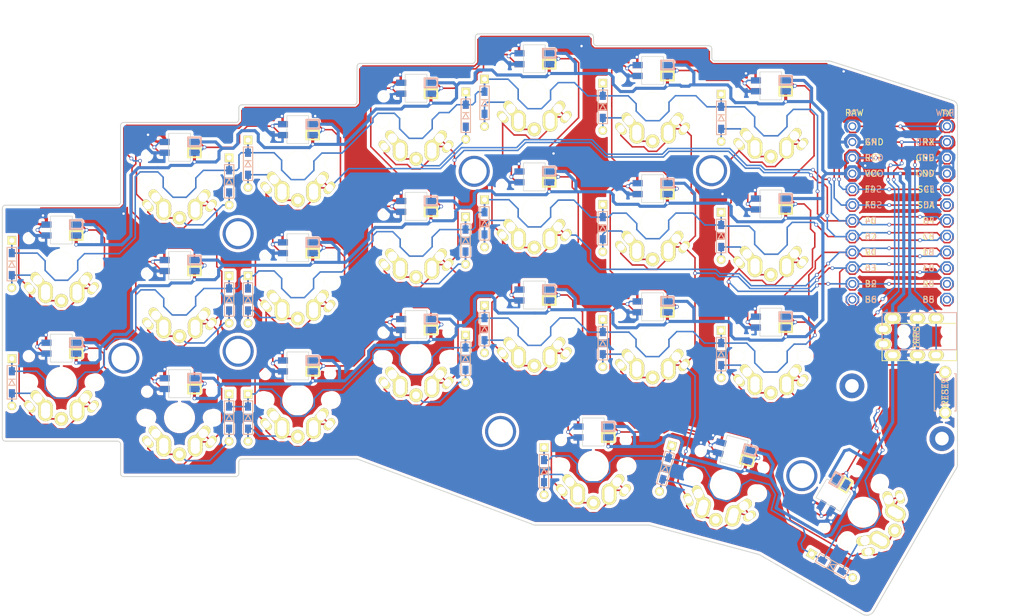
<source format=kicad_pcb>
(kicad_pcb (version 20211014) (generator pcbnew)
  (layers (0 "F.Cu" signal) (31 "B.Cu" signal) (34 "B.Paste" user) (35 "F.Paste" user) (36 "B.SilkS" user "B.Silkscreen") (37 "F.SilkS" user "F.Silkscreen") (38 "B.Mask" user) (39 "F.Mask" user) (44 "Edge.Cuts" user))
  (net 0 "")
  (net 1 "Row 0")
  (net 2 "Net-(D1-Pad2)")
  (net 3 "Row 1")
  (net 4 "Net-(D2-Pad2)")
  (net 5 "Net-(D3-Pad2)")
  (net 6 "Net-(D4-Pad2)")
  (net 7 "Row 2")
  (net 8 "Net-(D5-Pad2)")
  (net 9 "Net-(D6-Pad2)")
  (net 10 "Net-(D7-Pad2)")
  (net 11 "Net-(D8-Pad2)")
  (net 12 "Net-(D9-Pad2)")
  (net 13 "Net-(D10-Pad2)")
  (net 14 "Net-(D11-Pad2)")
  (net 15 "Net-(D12-Pad2)")
  (net 16 "Net-(D13-Pad2)")
  (net 17 "Net-(D14-Pad2)")
  (net 18 "Row 3")
  (net 19 "Net-(D15-Pad2)")
  (net 20 "Net-(D16-Pad2)")
  (net 21 "Net-(D17-Pad2)")
  (net 22 "Net-(D18-Pad2)")
  (net 23 "Net-(D19-Pad2)")
  (net 24 "Net-(D20-Pad2)")
  (net 25 "Net-(D21-Pad2)")
  (net 26 "Net-(D22-Pad2)")
  (net 27 "Net-(D23-Pad2)")
  (net 28 "unconnected-(J1-PadA)")
  (net 29 "Data")
  (net 30 "GND")
  (net 31 "VCC")
  (net 32 "LED")
  (net 33 "unconnected-(L1-Pad1)")
  (net 34 "Net-(L1-Pad3)")
  (net 35 "Net-(L2-Pad3)")
  (net 36 "Net-(L3-Pad1)")
  (net 37 "Net-(L3-Pad3)")
  (net 38 "Net-(L4-Pad1)")
  (net 39 "Net-(L6-Pad3)")
  (net 40 "Net-(L7-Pad3)")
  (net 41 "Net-(L11-Pad1)")
  (net 42 "Net-(L10-Pad3)")
  (net 43 "Net-(L12-Pad1)")
  (net 44 "Net-(L10-Pad1)")
  (net 45 "Net-(L12-Pad3)")
  (net 46 "Net-(L13-Pad3)")
  (net 47 "Net-(L14-Pad3)")
  (net 48 "Net-(L15-Pad3)")
  (net 49 "Net-(L16-Pad1)")
  (net 50 "Net-(L16-Pad3)")
  (net 51 "Net-(L17-Pad1)")
  (net 52 "Net-(L18-Pad1)")
  (net 53 "Net-(L20-Pad3)")
  (net 54 "Net-(L21-Pad3)")
  (net 55 "Net-(L22-Pad3)")
  (net 56 "Reset")
  (net 57 "Col 0")
  (net 58 "Col 1")
  (net 59 "Col 2")
  (net 60 "Col 3")
  (net 61 "Col 4")
  (net 62 "Col 5")
  (net 63 "Col 6")
  (net 64 "unconnected-(U1-Pad5)")
  (net 65 "unconnected-(U1-Pad6)")
  (net 66 "unconnected-(U1-Pad11)")
  (net 67 "unconnected-(U1-Pad12)")
  (net 68 "unconnected-(U1-Pad13)")
  (net 69 "unconnected-(U1-Pad24)")
  (net 70 "unconnected-(U2-Pad5)")
  (net 71 "unconnected-(U2-Pad6)")
  (net 72 "unconnected-(U2-Pad11)")
  (net 73 "unconnected-(U2-Pad12)")
  (net 74 "unconnected-(U2-Pad13)")
  (net 75 "unconnected-(U2-Pad24)")
  (footprint "kbd:MX_ALPS_PG1350_noLed" (layer "F.Cu") (at 189.729996 96.139996 180)
    (fp_text reference "SW22" hide)
    (fp_text value "SW_PUSH-kbd" hide)
  )
  (footprint "kbd:SK6812MINI_rev" (layer "F.Cu") (at 151.630003 48.170006)
    (fp_text reference "L12" hide)
    (fp_text value "SK6812MINI-kbd" hide)
  )
  (footprint "kbd:LEGO_HOLE" (layer "F.Cu") (at 217.300051 109.420003)
    (fp_text reference "H2" hide)
    (fp_text value "MountingHole")
  )
  (footprint "kbd:D3_TH_SMD" (layer "F.Cu") (at 140.550004 77.489994 -90)
    (fp_text reference "D10" hide)
    (fp_text value "1N4148" hide)
  )
  (footprint "kbd:SK6812MINI_rev" (layer "F.Cu") (at 189.730002 90.639996)
    (fp_text reference "L22" hide)
    (fp_text value "SK6812MINI-kbd" hide)
  )
  (footprint "kbd:M2_Hole_TH_Outside" (layer "F.Cu") (at 85.500003 96.429999)
    (fp_text reference "H8")
    (fp_text value "MountingHole")
  )
  (footprint "kbd:SK6812MINI_rev" (layer "F.Cu") (at 170.68 88.17)
    (fp_text reference "L18" hide)
    (fp_text value "SK6812MINI-kbd" hide)
  )
  (footprint "kbd:M2_Hole_TH_Outside" (layer "F.Cu") (at 103.920343 76.375504)
    (fp_text reference "H4")
    (fp_text value "MountingHole")
  )
  (footprint "kbd:LEGO_HOLE" (layer "F.Cu") (at 202.800051 100.920003)
    (fp_text reference "H1" hide)
    (fp_text value "MountingHole")
  )
  (footprint "kbd:D3_TH_SMD" (layer "F.Cu") (at 67.460334 100.337495 -90)
    (fp_text reference "D2" hide)
    (fp_text value "1N4148" hide)
  )
  (footprint "kbd:MX_ALPS_PG1350_noLed" (layer "F.Cu") (at 132.579999 58.429997 180)
    (fp_text reference "SW9" hide)
    (fp_text value "SW_PUSH-kbd" hide)
  )
  (footprint "kbd:SK6812MINI_rev" (layer "F.Cu") (at 132.575008 52.929995)
    (fp_text reference "L9" hide)
    (fp_text value "SK6812MINI-kbd" hide)
  )
  (footprint "kbd:MX_ALPS_PG1350_noLed" (layer "F.Cu") (at 113.520011 103.199997 180)
    (fp_text reference "SW8" hide)
    (fp_text value "SW_PUSH-kbd" hide)
  )
  (footprint "kbd:MX_ALPS_PG1350_noLed" (layer "F.Cu") (at 161.150007 113.859998 180)
    (fp_text reference "SW15" hide)
    (fp_text value "SW_PUSH-kbd" hide)
  )
  (footprint "kbd:MX_ALPS_PG1350_noLed" (layer "F.Cu") (at 151.630011 72.709996 180)
    (fp_text reference "SW13" hide)
    (fp_text value "SW_PUSH-kbd" hide)
  )
  (footprint "kbd:MX_ALPS_PG1350_noLed" (layer "F.Cu") (at 170.679996 74.619996 180)
    (fp_text reference "SW17" hide)
    (fp_text value "SW_PUSH-kbd" hide)
  )
  (footprint "kbd:D3_TH_SMD" (layer "F.Cu") (at 153.200345 114.665503 -90)
    (fp_text reference "D15" hide)
    (fp_text value "1N4148" hide)
  )
  (footprint "kbd:SK6812MINI_rev" (layer "F.Cu") (at 113.530014 59.599929)
    (fp_text reference "L6" hide)
    (fp_text value "SK6812MINI-kbd" hide)
  )
  (footprint "kbd:D3_TH_SMD" (layer "F.Cu") (at 140.549997 96.539991 -90)
    (fp_text reference "D11" hide)
    (fp_text value "1N4148" hide)
  )
  (footprint "kbd:MX_ALPS_PG1350_noLed" (layer "F.Cu") (at 151.630001 53.659999 180)
    (fp_text reference "SW12" hide)
    (fp_text value "SW_PUSH-kbd" hide)
  )
  (footprint "kbd:SK6812MINI_rev" (layer "F.Cu") (at 183.817084 111.508814 -15)
    (fp_text reference "L19" hide)
    (fp_text value "SK6812MINI-kbd" hide)
  )
  (footprint "kbd:D3_TH_SMD" (layer "F.Cu") (at 162.659994 75.494832 -90)
    (fp_text reference "D17" hide)
    (fp_text value "1N4148" hide)
  )
  (footprint "kbd:D3_TH_SMD" (layer "F.Cu") (at 102.46035 106.039994 -90)
    (fp_text reference "D5" hide)
    (fp_text value "1N4148" hide)
  )
  (footprint "kbd:M2_Hole_TH_Outside" (layer "F.Cu") (at 146.200341 108.2755)
    (fp_text reference "H3")
    (fp_text value "MountingHole")
  )
  (footprint "kbd:MX_ALPS_PG1350_noLed" (layer "F.Cu") (at 189.730002 58.04 180)
    (fp_text reference "SW20" hide)
    (fp_text value "SW_PUSH-kbd" hide)
  )
  (footprint "kbd:SK6812MINI_rev" (layer "F.Cu") (at 189.730005 52.539999)
    (fp_text reference "L20" hide)
    (fp_text value "SK6812MINI-kbd" hide)
  )
  (footprint "kbd:M2_Hole_TH_Outside" (layer "F.Cu") (at 194.730341 115.395501)
    (fp_text reference "H9")
    (fp_text value "MountingHole")
  )
  (footprint "kbd:D3_TH_SMD" (layer "F.Cu") (at 67.450333 81.289997 -90)
    (fp_text reference "D1" hide)
    (fp_text value "1N4148" hide)
  )
  (footprint "kbd:D3_TH_SMD" (layer "F.Cu") (at 143.610004 55.279998 -90)
    (fp_text reference "D12" hide)
    (fp_text value "1N4148" hide)
  )
  (footprint "kbd:M2_Hole_TH_Outside" (layer "F.Cu") (at 180.190341 66.225502)
    (fp_text reference "H5")
    (fp_text value "MountingHole")
  )
  (footprint "kbd:SK6812MINI_rev" (layer "F.Cu") (at 94.480008 100.559998)
    (fp_text reference "L5" hide)
    (fp_text value "SK6812MINI-kbd" hide)
  )
  (footprint "kbd:D3_TH_SMD" (layer "F.Cu") (at 105.510004 86.989997 -90)
    (fp_text reference "D7" hide)
    (fp_text value "1N4148" hide)
  )
  (footprint "kbd:D3_TH_SMD" (layer "F.Cu") (at 105.509996 106.040003 -90)
    (fp_text reference "D8" hide)
    (fp_text value "1N4148" hide)
  )
  (footprint "kbd:MX_ALPS_PG1350_noLed" (layer "F.Cu") (at 151.630007 91.760001 180)
    (fp_text reference "SW14" hide)
    (fp_text value "SW_PUSH-kbd" hide)
  )
  (footprint "kbd:MX_ALPS_PG1350_noLed" (layer "F.Cu") (at 94.470007 67.949997 180)
    (fp_text reference "SW3" hide)
    (fp_text value "SW_PUSH-kbd" hide)
  )
  (footprint "kbd:MX_ALPS_PG1350_noLed" (layer "F.Cu") (at 189.730003 77.1 180)
    (fp_text reference "SW21" hide)
    (fp_text value "SW_PUSH-kbd" hide)
  )
  (footprint "kbd:SK6812MINI_rev" (layer "F.Cu") (at 113.530001 78.650002)
    (fp_text reference "L7" hide)
    (fp_text value "SK6812MINI-kbd" hide)
  )
  (footprint "kbd:D3_TH_SMD" (layer "F.Cu") (at 181.740336 57.700503 -90)
    (fp_text reference "D20" hide)
    (fp_text value "1N4148" hide)
  )
  (footprint "kbd:SK6812MINI_rev" (layer "F.Cu") (at 75.430001 94.839995)
    (fp_text reference "L2" hide)
    (fp_text value "SK6812MINI-kbd" hide)
  )
  (footprint "kbd:SK6812MINI_rev" (layer "F.Cu") (at 94.480011 81.509994)
    (fp_text reference "L4" hide)
    (fp_text value "SK6812MINI-kbd" hide)
  )
  (footprint "kbd:D3_TH_SMD" (layer "F.Cu") (at 199.616254 129.929722 -30)
    (fp_text reference "D23" hide)
    (fp_text value "1N4148" hide)
  )
  (footprint "kbd:SK6812MINI_rev" (layer "F.Cu") (at 113.530004 97.699996)
    (fp_text reference "L8" hide)
    (fp_text value "SK6812MINI-kbd" hide)
  )
  (footprint "kbd:M2_Hole_TH_Outside" (layer "F.Cu") (at 141.950001 66.319998)
    (fp_text reference "H6")
    (fp_text value "MountingHole")
  )
  (footprint "kbd:SK6812MINI_rev" (layer "F.Cu") (at 161.150011 108.359993)
    (fp_text reference "L15" hide)
    (fp_text value "SK6812MINI-kbd" hide)
  )
  (footprint "kbd:ResetSW" (layer "F.Cu") (at 217.830343 101.965501 90)
    (fp_text reference "RSW1" hide)
    (fp_text value "SW_PUSH")
  )
  (footprint "kbd:D3_TH_SMD" (layer "F.Cu") (at 102.470336 67.945507 -90)
    (fp_text reference "D3" hide)
    (fp_text value "1N4148" hide)
  )
  (footprint "kbd:SK6812MINI_rev" (layer "F.Cu") (at 132.574999 91.029999)
    (fp_text reference "L11" hide)
    (fp_text value "SK6812MINI-kbd" hide)
  )
  (footprint "kbd:M2_Hole_TH_Outside" (layer "F.Cu") (at 103.920338 95.335506)
    (fp_text reference "H7")
    (fp_text value "MountingHole")
  )
  (footprint "kbd:SK6812MINI_rev" (layer "F.Cu") (at 75.430001 75.790001)
    (fp_text reference "L1" hide)
    (fp_text value "SK6812MINI-kbd" hide)
  )
  (footprint "kbd:MX_ALPS_PG1350_noLed" (layer "F.Cu") (at 75.429996 81.29 180)
    (fp_text reference "SW1" hide)
    (fp_text value "SW_PUSH-kbd" hide)
  )
  (footprint "kbd:ProMicro_Flipped_v2_A" (layer "F.Cu") (at 210.49 71.78)
    (fp_text reference "U1" hide)
    (fp_text value "ProMicro-kbd" hide)
  )
  (footprint "kbd:SK6812MINI_rev" (layer "F.Cu") (at 199.837019 118.541915 60)
    (fp_text reference "L23" hide)
    (fp_text value "SK6812MINI-kbd" hide)
  )
  (footprint "kbd:D3_TH_SMD" (layer "F.Cu") (at 140.590006 57.359999 -90)
    (fp_text reference "D9" hide)
    (fp_text value "1N4148" hide)
  )
  (footprint "kbd:MX_ALPS_PG1350_noLed" (layer "F.Cu") (at 170.679999 93.669996 180)
    (fp_text reference "SW18" hide)
    (fp_text value "SW_PUSH-kbd" hide)
  )
  (footprint "kbd:D3_TH_SMD" (layer "F.Cu") (at 143.609996 74.714994 -90)
    (fp_text reference "D13" hide)
    (fp_text value "1N4148" hide)
  )
  (footprint "kbd:SK6812MINI_rev" (layer "F.Cu") (at 132.575004 71.979997)
    (fp_text reference "L10" hide)
    (fp_text value "SK6812MINI-kbd" hide)
  )
  (footprint "kbd:D3_TH_SMD" (layer "F.Cu") (at 105.51 65.104498 -90)
    (fp_text reference "D6" hide)
    (fp_text value "1N4148" hide)
  )
  (footprint "kbd:MX_ALPS_PG1350_noLed" (layer "F.Cu") (at 75.43 100.339999 180)
    (fp_text reference "SW2" hide)
    (fp_text value "SW_PUSH-kbd" hide)
  )
  (footprint "kbd:SK6812MINI_rev" (layer "F.Cu") (at 151.630002 86.269996)
    (fp_text reference "L14" hide)
    (fp_text value "SK6812MINI-kbd" hide)
  )
  (footprint "kbd:MX_ALPS_PG1350_noLed" (layer "F.Cu") (at 113.530011 65.089992 180)
    (fp_text reference "SW6" hide)
    (fp_text value "SW_PUSH-kbd" hide)
  )
  (footprint "kbd:D3_TH_SMD" (layer "F.Cu") (at 102.460346 86.989994 -90)
    (fp_text reference "D4" hide)
    (fp_text value "1N4148" hide)
  )
  (footprint "kbd:MX_ALPS_PG1350_noLed" (layer "F.Cu") (at 132.580009 77.479997 180)
    (fp_text reference "SW10" hide)
    (fp_text value "SW_PUSH-kbd" hide)
  )
  (footprint "kbd:SK6812MINI_rev" (layer "F.Cu") (at 189.729999 71.589991)
    (fp_text reference "L21" hide)
    (fp_text value "SK6812MINI-kbd" hide)
  )
  (footprint "kbd:MX_ALPS_PG1350_noLed" (layer "F.Cu") (at 204.602505 121.293267 -120)
    (fp_text reference "SW23" hide)
    (fp_text value "SW_PUSH-kbd" hide)
  )
  (footprint "kbd:D3_TH_SMD" (layer "F.Cu") (at 143.61 91.774495 -90)
    (fp_text reference "D14" hide)
    (fp_text value "1N4148" hide)
  )
  (footprint "kbd:D3_TH_SMD" (layer "F.Cu") (at 181.740338 76.750503 -90)
    (fp_text reference "D21" hide)
    (fp_text value "1N4148" hide)
  )
  (footprint "kbd:MX_ALPS_PG1350_noLed" (layer "F.Cu") (at 94.470007 106.049996 180)
    (fp_text reference "SW5" hide)
    (fp_text value "SW_PUSH-kbd" hide)
  )
  (footprint "kbd:D3_TH_SMD" (layer "F.Cu") (at 162.660002 55.929995 -90)
    (fp_text reference "D16" hide)
    (fp_text value "1N4148" hide)
  )
  (footprint "kbd:D3_TH_SMD" (layer "F.Cu") (at 162.660001 94.029995 -90)
    (fp_text reference "D18" hide)
    (fp_text value "1N4148" hide)
  )
  (footprint "kbd:SK6812MINI_rev" (layer "F.Cu") (at 170.680002 69.119997)
    (fp_text reference "L17" hide)
    (fp_text value "SK6812MINI-kbd" hide)
  )
  (footprint "kbd:SK6812MINI_rev" (layer "F.Cu") (at 151.63001 67.22)
    (fp_text reference "L13" hide)
    (fp_text value "SK6812MINI-kbd" hide)
  )
  (footprint "kbd:MX_ALPS_PG1350_noLed" (layer "F.Cu") (at 132.580007 96.529999 180)
    (fp_text reference "SW11" hide)
    (fp_text value "SW_PUSH-kbd" hide)
  )
  (footprint "kbd:D3_TH_SMD" (layer "F.Cu") (at 172.789595 114.249629 -105)
    (fp_text reference "D19" hide)
    (fp_text value "1N4148" hide)
  )
  (footprint "kbd:MX_ALPS_PG1350_noLed" (layer "F.Cu") (at 170.679999 55.57 180)
    (fp_text reference "SW16" hide)
    (fp_text value "SW_PUSH-kbd" hide)
  )
  (footprint "kbd:MJ-4PP-9" (layer "F.Cu") (at 219.660732 93.850586 -90)
    (fp_text reference "J1")
    (fp_text value "MJ-4PP-9-kbd" hide)
  )
  (footprint "kbd:MX_ALPS_PG1350_noLed" (layer "F.Cu") (at 113.520002 84.150001 180)
    (fp_text reference "SW7" hide)
    (fp_text value "SW_PUSH-kbd" hide)
  )
  (footprint "kbd:SK6812MINI_rev" (layer "F.Cu") (at 170.680004 50.069996)
    (fp_text reference "L16" hide)
    (fp_text value "SK6812MINI-kbd" hide)
  )
  (footprint "kbd:D3_TH_SMD" (layer "F.Cu") (at 181.740337 95.800503 -90)
    (fp_text reference "D22" hide)
    (fp_text value "1N4148" hide)
  )
  (footprint "kbd:MX_ALPS_PG1350_noLed" (layer "F.Cu") (at 94.469994 86.999994 180)
    (fp_text reference "SW4" hide)
    (fp_text value "SW_PUSH-kbd" hide)
  )
  (footprint "kbd:SK6812MINI_rev" (layer "F.Cu") (at 94.479999 62.459994)
    (fp_text reference "L3" hide)
    (fp_text value "SK6812MINI-kbd" hide)
  )
  (footprint "kbd:MX_ALPS_PG1350_noLed" (layer "F.Cu") (at 182.393177 116.822911 165)
    (fp_text reference "SW19" hide)
    (fp_text value "SW_PUSH-kbd" hide)
  )
  (footprint "kbd:ProMicro_Flipped_v2_B" (layer "B.Cu") (at 210.49 71.78 180)
    (fp_text reference "U2" hide)
    (fp_text value "ProMicro-kbd" hide)
  )
  (gr_arc (start 180.725004 48.544997) (mid 180.371455 48.398547) (end 180.225005 48.044997) (layer "Edge.Cuts") (width 0.15))
  (gr_arc (start 104.025006 57.947503) (mid 103.878542 58.301033) (end 103.525011 58.447493) (layer "Edge.Cuts") (width 0.15))
  (gr_poly (pts (xy 149.880006 45.920003) (xy 153.380003 45.919998) (xy 153.380003 50.42) (xy 149.880006 50.420003)) (layer "Edge.Cuts") (width 0.1) (fill none))
  (gr_line (start 218.677934 115.82338) (end 219.63001 114.229998) (layer "Edge.Cuts") (width 0.15))
  (gr_poly (pts (xy 130.825003 69.729997) (xy 134.325005 69.729998) (xy 134.325001 74.229997) (xy 130.825007 74.23)) (layer "Edge.Cuts") (width 0.1) (fill none))
  (gr_line (start 161.675007 46.064995) (end 179.725006 46.065) (layer "Edge.Cuts") (width 0.15))
  (gr_line (start 123.074996 55.094996) (end 123.075005 49.425) (layer "Edge.Cuts") (width 0.15))
  (gr_line (start 65.925006 72.287494) (end 65.925005 109.337501) (layer "Edge.Cuts") (width 0.15))
  (gr_poly (pts (xy 73.680003 92.590001) (xy 77.180008 92.589999) (xy 77.180006 97.09) (xy 73.680007 97.089996)) (layer "Edge.Cuts") (width 0.1) (fill none))
  (gr_arc (start 161.675007 46.064995) (mid 161.321454 45.91855) (end 161.175006 45.564998) (layer "Edge.Cuts") (width 0.15))
  (gr_line (start 142.624999 44.164995) (end 160.675005 44.164994) (layer "Edge.Cuts") (width 0.15))
  (gr_arc (start 219.800051 113.670003) (mid 219.754881 113.962101) (end 219.63001 114.229998) (layer "Edge.Cuts") (width 0.15))
  (gr_line (start 204.397184 137.659337) (end 188.060006 128.230001) (layer "Edge.Cuts") (width 0.15))
  (gr_arc (start 104.024999 113.197501) (mid 104.171448 112.843943) (end 104.525009 112.697501) (layer "Edge.Cuts") (width 0.15))
  (gr_poly (pts (xy 168.929999 47.820002) (xy 172.430004 47.820001) (xy 172.430005 52.319998) (xy 168.930003 52.320001)) (layer "Edge.Cuts") (width 0.1) (fill none))
  (gr_arc (start 66.425002 109.837496) (mid 66.071452 109.69105) (end 65.925005 109.337501) (layer "Edge.Cuts") (width 0.15))
  (gr_arc (start 85.475004 115.547496) (mid 85.121455 115.401049) (end 84.975008 115.0475) (layer "Edge.Cuts") (width 0.15))
  (gr_line (start 170.010003 123.359999) (end 151.820005 123.360003) (layer "Edge.Cuts") (width 0.15))
  (gr_line (start 66.425008 71.787493) (end 84.512504 71.787495) (layer "Edge.Cuts") (width 0.15))
  (gr_arc (start 84.475004 109.83749) (mid 84.828563 109.983937) (end 84.97501 110.337496) (layer "Edge.Cuts") (width 0.15))
  (gr_arc (start 151.820005 123.360003) (mid 151.607513 123.337131) (end 151.404712 123.269691) (layer "Edge.Cuts") (width 0.15))
  (gr_line (start 85.475007 58.447497) (end 103.525011 58.447493) (layer "Edge.Cuts") (width 0.15))
  (gr_line (start 84.97501 110.337496) (end 84.975008 115.0475) (layer "Edge.Cuts") (width 0.15))
  (gr_poly (pts (xy 73.680006 73.539994) (xy 77.180005 73.539998) (xy 77.180011 78.039998) (xy 73.680013 78.040003)) (layer "Edge.Cuts") (width 0.1) (fill none))
  (gr_arc (start 84.975007 71.287499) (mid 84.841646 71.628047) (end 84.512504 71.787495) (layer "Edge.Cuts") (width 0.15))
  (gr_arc (start 142.124996 44.664997) (mid 142.271446 44.311444) (end 142.624999 44.164995) (layer "Edge.Cuts") (width 0.15))
  (gr_poly (pts (xy 111.78001 57.349922) (xy 115.280003 57.349934) (xy 115.280009 61.84993) (xy 111.78001 61.849926)) (layer "Edge.Cuts") (width 0.1) (fill none))
  (gr_arc (start 160.675005 44.164994) (mid 161.028561 44.311441) (end 161.175009 44.664997) (layer "Edge.Cuts") (width 0.15))
  (gr_poly (pts (xy 92.729999 60.209998) (xy 96.230006 60.209995) (xy 96.230003 64.71) (xy 92.73 64.709999)) (layer "Edge.Cuts") (width 0.1) (fill none))
  (gr_arc (start 187.680002 128.070002) (mid 187.877882 128.13129) (end 188.060006 128.230001) (layer "Edge.Cuts") (width 0.15))
  (gr_arc (start 206.325204 137.279848) (mid 205.440007 137.870006) (end 204.397184 137.659337) (layer "Edge.Cuts") (width 0.15))
  (gr_line (start 151.404712 123.269691) (end 123.075002 112.697502) (layer "Edge.Cuts") (width 0.15))
  (gr_line (start 180.725004 48.544997) (end 199.120004 48.549954) (layer "Edge.Cuts") (width 0.15))
  (gr_arc (start 199.120004 48.549954) (mid 199.307895 48.562163) (end 199.490003 48.610002) (layer "Edge.Cuts") (width 0.15))
  (gr_line (start 180.225004 46.565) (end 180.225005 48.044997) (layer "Edge.Cuts") (width 0.15))
  (gr_line (start 104.525 55.594996) (end 122.575005 55.594998) (layer "Edge.Cuts") (width 0.15))
  (gr_poly (pts (xy 130.825011 50.679996) (xy 134.325001 50.679994) (xy 134.325003 55.18) (xy 130.825006 55.179998)) (layer "Edge.Cuts") (width 0.1) (fill none))
  (gr_arc (start 142.125009 48.425001) (mid 141.978564 48.778557) (end 141.625006 48.924999) (layer "Edge.Cuts") (width 0.15))
  (gr_poly (pts (xy 149.880006 64.969998) (xy 153.380007 64.970001) (xy 153.380004 69.47) (xy 149.880005 69.469993)) (layer "Edge.Cuts") (width 0.1) (fill none))
  (gr_poly (pts (xy 187.980004 88.390003) (xy 191.480006 88.389999) (xy 191.480001 92.889994) (xy 187.980005 92.89)) (layer "Edge.Cuts") (width 0.1) (fill none))
  (gr_line (start 85.475004 115.547496) (end 103.525006 115.547497) (layer "Edge.Cuts") (width 0.15))
  (gr_poly (pts (xy 168.930005 85.920002) (xy 172.430002 85.919993) (xy 172.430011 90.419998) (xy 168.929999 90.419996)) (layer "Edge.Cuts") (width 0.1) (fill none))
  (gr_line (start 199.490003 48.610002) (end 219.050004 54.900001) (layer "Edge.Cuts") (width 0.15))
  (gr_poly (pts (xy 197.013467 118.932457) (xy 198.763464 115.901369) (xy 202.660582 118.15137) (xy 200.910572 121.182458)) (layer "Edge.Cuts") (width 0.1) (fill none))
  (gr_arc (start 123.075005 49.425) (mid 123.221447 49.071443) (end 123.575003 48.924999) (layer "Edge.Cuts") (width 0.15))
  (gr_arc (start 123.074996 55.094996) (mid 122.928552 55.448546) (end 122.575005 55.594998) (layer "Edge.Cuts") (width 0.15))
  (gr_poly (pts (xy 92.73 98.309993) (xy 96.230006 98.310004) (xy 96.230007 102.81) (xy 92.730005 102.810001)) (layer "Edge.Cuts") (width 0.1) (fill none))
  (gr_poly (pts (xy 111.780011 76.399926) (xy 115.280008 76.399922) (xy 115.279998 80.899926) (xy 111.780005 80.89992)) (layer "Edge.Cuts") (width 0.1) (fill none))
  (gr_arc (start 219.050004 54.900001) (mid 219.590303 55.250871) (end 219.80005 55.860002) (layer "Edge.Cuts") (width 0.15))
  (gr_poly (pts (xy 168.930006 66.870003) (xy 172.429999 66.869998) (xy 172.430004 71.369995) (xy 168.930003 71.369994)) (layer "Edge.Cuts") (width 0.1) (fill none))
  (gr_line (start 104.525009 112.697501) (end 123.075002 112.697502) (layer "Edge.Cuts") (width 0.15))
  (gr_arc (start 65.925006 72.287494) (mid 66.071441 71.933927) (end 66.425008 71.787493) (layer "Edge.Cuts") (width 0.15))
  (gr_line (start 104.025002 115.047498) (end 104.024999 113.197501) (layer "Edge.Cuts") (width 0.15))
  (gr_poly (pts (xy 187.979999 50.289996) (xy 191.480004 50.289999) (xy 191.480007 54.789998) (xy 187.980002 54.79)) (layer "Edge.Cuts") (width 0.1) (fill none))
  (gr_poly (pts (xy 159.400007 106.109994) (xy 162.900002 106.109994) (xy 162.900003 110.609999) (xy 159.400002 110.610002)) (layer "Edge.Cuts") (width 0.1) (fill none))
  (gr_poly (pts (xy 92.730005 79.259996) (xy 96.230001 79.259994) (xy 96.23001 83.760001) (xy 92.730006 83.759992)) (layer "Edge.Cuts") (width 0.1) (fill none))
  (gr_arc (start 179.725006 46.065) (mid 180.078555 46.211451) (end 180.225004 46.565) (layer "Edge.Cuts") (width 0.15))
  (gr_line (start 104.025006 57.947503) (end 104.025002 56.094998) (layer "Edge.Cuts") (width 0.15))
  (gr_poly (pts (xy 111.780007 95.449927) (xy 115.280002 95.449922) (xy 115.280007 99.949931) (xy 111.780006 99.949929)) (layer "Edge.Cuts") (width 0.1) (fill none))
  (gr_line (start 187.680002 128.070002) (end 170.300005 123.409999) (layer "Edge.Cuts") (width 0.15))
  (gr_line (start 142.125009 48.425001) (end 142.124996 44.664997) (layer "Edge.Cuts") (width 0.15))
  (gr_line (start 123.575003 48.924999) (end 141.625006 48.924999) (layer "Edge.Cuts") (width 0.15))
  (gr_poly (pts (xy 130.825003 88.779999) (xy 134.325008 88.779996) (xy 134.325009 93.280001) (xy 130.825 93.279995)) (layer "Edge.Cuts") (width 0.1) (fill none))
  (gr_arc (start 170.010003 123.359999) (mid 170.156869 123.374183) (end 170.300005 123.409999) (layer "Edge.Cuts") (width 0.15))
  (gr_line (start 206.325204 137.279848) (end 218.677934 115.82338) (layer "Edge.Cuts") (width 0.15))
  (gr_poly (pts (xy 182.709061 108.882547) (xy 186.089793 109.78842) (xy 184.925113 114.135083) (xy 181.544378 113.229216)) (layer "Edge.Cuts") (width 0.1) (fill none))
  (gr_arc (start 84.974996 58.947497) (mid 85.121442 58.593935) (end 85.475007 58.447497) (layer "Edge.Cuts") (width 0.15))
  (gr_line (start 161.175009 44.664997) (end 161.175006 45.564998) (layer "Edge.Cuts") (width 0.15))
  (gr_poly (pts (xy 187.980004 69.34) (xy 191.480007 69.340001) (xy 191.480003 73.840001) (xy 187.980005 73.84)) (layer "Edge.Cuts") (width 0.1) (fill none))
  (gr_poly (pts (xy 149.880005 84.020003) (xy 153.380009 84.019995) (xy 153.380007 88.519997) (xy 149.880006 88.519991)) (layer "Edge.Cuts") (width 0.1) (fill none))
  (gr_line (start 219.800051 113.670003) (end 219.80005 55.860002) (layer "Edge.Cuts") (width 0.15))
  (gr_line (start 66.425002 109.837496) (end 84.475004 109.83749) (layer "Edge.Cuts") (width 0.15))
  (gr_arc (start 104.025002 115.047498) (mid 103.878558 115.401051) (end 103.525006 115.547497) (layer "Edge.Cuts") (width 0.15))
  (gr_arc (start 104.025002 56.094998) (mid 104.171449 55.741446) (end 104.525 55.594996) (layer "Edge.Cuts") (width 0.15))
  (gr_line (start 84.975007 71.287499) (end 84.974996 58.947497) (layer "Edge.Cuts") (width 0.15))
  (segment (start 143.610008 51.469996) (end 143.610003 53.504996) (width 0.25) (layer "F.Cu") (net 1))
  (segment (start 198.420007 74.31) (end 201.895002 74.310002) (width 0.25) (layer "F.Cu") (net 1))
  (segment (start 203.273661 75.284512) (end 203.845006 74.713165) (width 0.25) (layer "F.Cu") (net 1))
  (segment (start 102.470342 64.1355) (end 102.470337 66.170498) (width 0.25) (layer "F.Cu") (net 1))
  (segment (start 105.510004 61.294496) (end 105.509999 63.329497) (width 0.25) (layer "F.Cu") (net 1))
  (segment (start 67.450336 77.480003) (end 67.450333 79.515) (width 0.25) (layer "F.Cu") (net 1))
  (segment (start 203.845006 74.713165) (end 203.845008 74.309998) (width 0.25) (layer "F.Cu") (net 1))
  (segment (start 197.260504 73.150496) (end 198.420007 74.31) (width 0.25) (layer "F.Cu") (net 1))
  (segment (start 181.740336 53.8905) (end 181.740335 55.925503) (width 0.25) (layer "F.Cu") (net 1))
  (segment (start 203.845008 74.309998) (end 204.49501 73.659999) (width 0.25) (layer "F.Cu") (net 1))
  (segment (start 162.659999 52.12) (end 162.660006 54.154996) (width 0.25) (layer "F.Cu") (net 1))
  (segment (start 204.49501 73.659999) (end 213.770009 73.659997) (width 0.25) (layer "F.Cu") (net 1))
  (segment (start 201.895005 74.71317) (end 202.466344 75.284508) (width 0.25) (layer "F.Cu") (net 1))
  (segment (start 140.590007 53.55) (end 140.590005 55.584999) (width 0.25) (layer "F.Cu") (net 1))
  (segment (start 197.260502 69.544422) (end 197.260504 73.150496) (width 0.25) (layer "F.Cu") (net 1))
  (segment (start 201.895002 74.310002) (end 201.895005 74.71317) (width 0.25) (layer "F.Cu") (net 1))
  (segment (start 202.466344 75.284508) (end 203.273661 75.284512) (width 0.25) (layer "F.Cu") (net 1))
  (via (at 197.260502 69.544422) (size 0.6) (drill 0.4) (layers "F.Cu" "B.Cu") (net 1))
  (via (at 213.770009 73.659997) (size 0.6) (drill 0.4) (layers "F.Cu" "B.Cu") (net 1))
  (segment (start 104.410509 63.329491) (end 104.050001 63.69) (width 0.25) (layer "B.Cu") (net 1))
  (segment (start 136.330005 56.849993) (end 137.890005 56.849999) (width 0.25) (layer "B.Cu") (net 1))
  (segment (start 129.090003 56.969999) (end 129.930002 57.809999) (width 0.25) (layer "B.Cu") (net 1))
  (segment (start 154.250007 53.260001) (end 155.490001 52.019999) (width 0.25) (layer "B.Cu") (net 1))
  (segment (start 90.980008 66.420002) (end 91.840002 67.28) (width 0.25) (layer "B.Cu") (net 1))
  (segment (start 102.470342 64.1355) (end 102.470337 66.170498) (width 0.25) (layer "B.Cu") (net 1))
  (segment (start 154.250006 54.759999) (end 154.250007 53.260001) (width 0.25) (layer "B.Cu") (net 1))
  (segment (start 192.340004 59.130006) (end 192.34 57.36) (width 0.25) (layer "B.Cu") (net 1))
  (segment (start 105.509999 63.329497) (end 104.410509 63.329491) (width 0.25) (layer "B.Cu") (net 1))
  (segment (start 78.070004 80.699995) (end 79.170003 79.599998) (width 0.25) (layer "B.Cu") (net 1))
  (segment (start 216.485002 73.659995) (end 217.135006 74.310001) (width 0.25) (layer "B.Cu") (net 1))
  (segment (start 168.040009 55.429998) (end 168.040002 56.61) (width 0.25) (layer "B.Cu") (net 1))
  (segment (start 71.565005 79.515) (end 72.820003 80.77) (width 0.25) (layer "B.Cu") (net 1))
  (segment (start 72.820004 82.299997) (end 74.41 83.890001) (width 0.25) (layer "B.Cu") (net 1))
  (segment (start 126.420004 56.970002) (end 129.090003 56.969999) (width 0.25) (layer "B.Cu") (net 1))
  (segment (start 150.560002 56.23) (end 152.780009 56.230008) (width 0.25) (layer "B.Cu") (net 1))
  (segment (start 141.665004 55.584996) (end 140.590005 55.584999) (width 0.25) (layer "B.Cu") (net 1))
  (segment (start 93.430003 70.510003) (end 95.560005 70.510002) (width 0.25) (layer "B.Cu") (net 1))
  (segment (start 142.130007 55.119999) (end 141.665004 55.584996) (width 0.25) (layer "B.Cu") (net 1))
  (segment (start 110.920007 64.540002) (end 110.920001 66.12) (width 0.25) (layer "B.Cu") (net 1))
  (segment (start 112.460001 67.660003) (end 114.620007 67.660004) (width 0.25) (layer "B.Cu") (net 1))
  (segment (start 188.609999 60.599998) (end 190.870002 60.600002) (width 0.25) (layer "B.Cu") (net 1))
  (segment (start 87.340003 67.220002) (end 88.140003 66.420001) (width 0.25) (layer "B.Cu") (net 1))
  (segment (start 72.820003 80.77) (end 72.820004 82.299997) (width 0.25) (layer "B.Cu") (net 1))
  (segment (start 174.370002 54.130001) (end 177.650004 54.130003) (width 0.25) (layer "B.Cu") (net 1))
  (segment (start 95.560005 70.510002) (end 97.100003 68.97) (width 0.25) (layer "B.Cu") (net 1))
  (segment (start 140.590007 53.55) (end 140.590005 55.584999) (width 0.25) (layer "B.Cu") (net 1))
  (segment (start 105.510004 61.294496) (end 105.509999 63.329497) (width 0.25) (layer "B.Cu") (net 1))
  (segment (start 158.090003 52.019998) (end 160.225002 54.154997) (width 0.25) (layer "B.Cu") (net 1))
  (segment (start 187.130005 59.119998) (end 188.609999 60.599998) (width 0.25) (layer "B.Cu") (net 1))
  (segment (start 218.513661 73.335491) (end 219.085004 73.906831) (width 0.25) (layer "B.Cu") (net 1))
  (segment (start 171.800007 58.160002) (end 173.330003 56.63) (width 0.25) (layer "B.Cu") (net 1))
  (segment (start 177.650004 54.130003) (end 179.445508 55.925499) (width 0.25) (layer "B.Cu") (net 1))
  (segment (start 76.470006 83.889998) (end 78.070009 82.29) (width 0.25) (layer "B.Cu") (net 1))
  (segment (start 116.120003 64.670002) (end 117.410007 63.380002) (width 0.25) (layer "B.Cu") (net 1))
  (segment (start 160.225002 54.154997) (end 162.660006 54.154996) (width 0.25) (layer "B.Cu") (net 1))
  (segment (start 137.890005 56.849999) (end 139.155005 55.585001) (width 0.25) (layer "B.Cu") (net 1))
  (segment (start 133.619999 61.010002) (end 135.180003 59.450001) (width 0.25) (layer "B.Cu") (net 1))
  (segment (start 104.050001 63.69) (end 104.050008 65.800002) (width 0.25) (layer "B.Cu") (net 1))
  (segment (start 152.780009 56.230008) (end 154.250006 54.759999) (width 0.25) (layer "B.Cu") (net 1))
  (segment (start 196.234748 56.339998) (end 197.260502 57.365756) (width 0.25) (layer "B.Cu") (net 1))
  (segment (start 67.450333 79.515) (end 71.565005 79.515) (width 0.25) (layer "B.Cu") (net 1))
  (segment (start 155.490001 52.019999) (end 158.090003 52.019998) (width 0.25) (layer "B.Cu") (net 1))
  (segment (start 117.410007 63.380002) (end 120.660005 63.380001) (width 0.25) (layer "B.Cu") (net 1))
  (segment (start 213.770009 73.659997) (end 216.485002 73.659995) (width 0.25) (layer "B.Cu") (net 1))
  (segment (start 181.740335 55.925503) (end 185.5155 55.925499) (width 0.25) (layer "B.Cu") (net 1))
  (segment (start 139.155005 55.585001) (end 140.590005 55.584999) (width 0.25) (layer "B.Cu") (net 1))
  (segment (start 120.660005 63.380001) (end 125.630002 58.410003) (width 0.25) (layer "B.Cu") (net 1))
  (segment (start 197.260502 57.365756) (end 197.260502 69.544422) (width 0.25) (layer "B.Cu") (net 1))
  (segment (start 88.140003 66.420001) (end 90.980008 66.420002) (width 0.25) (layer "B.Cu") (net 1))
  (segment (start 143.610008 51.469996) (end 147.409995 51.469998) (width 0.25) (layer "B.Cu") (net 1))
  (segment (start 125.630009 57.759998) (end 126.420004 56.970002) (width 0.25) (layer "B.Cu") (net 1))
  (segment (start 143.610003 53.504996) (end 142.565005 53.505001) (width 0.25) (layer "B.Cu") (net 1))
  (segment (start 104.050008 65.800002) (end 103.679499 66.170503) (width 0.25) (layer "B.Cu") (net 1))
  (segment (start 79.170003 79.599998) (end 84.760004 79.599997) (width 0.25) (layer "B.Cu") (net 1))
  (segment (start 142.130001 53.939996) (end 142.130007 55.119999) (width 0.25) (layer "B.Cu") (net 1))
  (segment (start 181.740336 53.8905) (end 181.740335 55.925503) (width 0.25) (layer "B.Cu") (net 1))
  (segment (start 173.330006 55.169999) (end 174.370002 54.130001) (width 0.25) (layer "B.Cu") (net 1))
  (segment (start 110.920001 66.12) (end 112.460001 67.660003) (width 0.25) (layer "B.Cu") (net 1))
  (segment (start 116.120005 66.16) (end 116.120003 64.670002) (width 0.25) (layer "B.Cu") (net 1))
  (segment (start 219.085004 73.906831) (end 219.085004 74.310001) (width 0.25) (layer "B.Cu") (net 1))
  (segment (start 168.040002 56.61) (end 169.590005 58.16) (width 0.25) (layer "B.Cu") (net 1))
  (segment (start 84.760004 79.599997) (end 87.340007 77.019999) (width 0.25) (layer "B.Cu") (net 1))
  (segment (start 147.409995 51.469998) (end 149.030003 53.089998) (width 0.25) (layer "B.Cu") (net 1))
  (segment (start 97.100003 68.97) (end 97.1 67.389999) (width 0.25) (layer "B.Cu") (net 1))
  (segment (start 135.180003 57.999997) (end 136.295001 56.885003) (width 0.25) (layer "B.Cu") (net 1))
  (segment (start 193.36 56.339999) (end 196.234748 56.339998) (width 0.25) (layer "B.Cu") (net 1))
  (segment (start 143.610003 53.504996) (end 143.610008 51.469996) (width 0.25) (layer "B.Cu") (net 1))
  (segment (start 162.660006 54.154996) (end 166.764999 54.155) (width 0.25) (layer "B.Cu") (net 1))
  (segment (start 166.764999 54.155) (end 168.040009 55.429998) (width 0.25) (layer "B.Cu") (net 1))
  (segment (start 114.620007 67.660004) (end 116.120005 66.16) (width 0.25) (layer "B.Cu") (net 1))
  (segment (start 142.565005 53.505001) (end 142.130001 53.939996) (width 0.25) (layer "B.Cu") (net 1))
  (segment (start 103.679499 66.170503) (end 102.470337 66.170498) (width 0.25) (layer "B.Cu") (net 1))
  (segment (start 91.840002 67.28) (end 91.840008 68.920002) (width 0.25) (layer "B.Cu") (net 1))
  (segment (start 129.930005 59.470001) (end 131.470002 61.010004) (width 0.25) (layer "B.Cu") (net 1))
  (segment (start 217.135009 73.906831) (end 217.706349 73.33549) (width 0.25) (layer "B.Cu") (net 1))
  (segment (start 91.840008 68.920002) (end 93.430003 70.510003) (width 0.25) (layer "B.Cu") (net 1))
  (segment (start 217.706349 73.33549) (end 218.513661 73.335491) (width 0.25) (layer "B.Cu") (net 1))
  (segment (start 97.1 67.389999) (end 98.319503 66.170502) (width 0.25) (layer "B.Cu") (net 1))
  (segment (start 162.659999 52.12) (end 162.660006 54.154996) (width 0.25) (layer "B.Cu") (net 1))
  (segment (start 190.870002 60.600002) (end 192.340004 59.130006) (width 0.25) (layer "B.Cu") (net 1))
  (segment (start 131.470002 61.010004) (end 133.619999 61.010002) (width 0.25) (layer "B.Cu") (net 1))
  (segment (start 179.445508 55.925499) (end 181.740335 55.925503) (width 0.25) (layer "B.Cu") (net 1))
  (segment (start 192.34 57.36) (end 193.36 56.339999) (width 0.25) (layer "B.Cu") (net 1))
  (segment (start 87.340007 77.019999) (end 87.340003 67.220002) (width 0.25) (layer "B.Cu") (net 1))
  (segment (start 187.130008 57.540003) (end 187.130005 59.119998) (width 0.25) (layer "B.Cu") (net 1))
  (segment (start 173.330003 56.63) (end 173.330006 55.169999) (width 0.25) (layer "B.Cu") (net 1))
  (segment (start 136.295001 56.885003) (end 136.330005 56.849993) (width 0.25) (layer "B.Cu") (net 1))
  (segment (start 217.135006 74.310001) (end 217.135009 73.906831) (width 0.25) (layer "B.Cu") (net 1))
  (segment (start 149.030003 53.089998) (end 149.030009 54.699997) (width 0.25) (layer "B.Cu") (net 1))
  (segment (start 185.5155 55.925499) (end 187.130008 57.540003) (width 0.25) (layer "B.Cu") (net 1))
  (segment (start 125.630002 58.410003) (end 125.630009 57.759998) (width 0.25) (layer "B.Cu") (net 1))
  (segment (start 98.319503 66.170502) (end 102.470337 66.170498) (width 0.25) (layer "B.Cu") (net 1))
  (segment (start 129.930002 57.809999) (end 129.930005 59.470001) (width 0.25) (layer "B.Cu") (net 1))
  (segment (start 149.030009 54.699997) (end 150.560002 56.23) (width 0.25) (layer "B.Cu") (net 1))
  (segment (start 109.709499 63.329495) (end 110.920007 64.540002) (width 0.25) (layer "B.Cu") (net 1))
  (segment (start 135.180003 59.450001) (end 135.180003 57.999997) (width 0.25) (layer "B.Cu") (net 1))
  (segment (start 74.41 83.890001) (end 76.470006 83.889998) (width 0.25) (layer "B.Cu") (net 1))
  (segment (start 78.070009 82.29) (end 78.070004 80.699995) (width 0.25) (layer "B.Cu") (net 1))
  (segment (start 105.509999 63.329497) (end 109.709499 63.329495) (width 0.25) (layer "B.Cu") (net 1))
  (segment (start 169.590005 58.16) (end 171.800007 58.160002) (width 0.25) (layer "B.Cu") (net 1))
  (segment (start 67.450336 77.480003) (end 67.450333 79.515) (width 0.25) (layer "B.Cu") (net 1))
  (segment (start 73.710003 87.189998) (end 72.889997 86.370006) (width 0.25) (layer "F.Cu") (net 2))
  (segment (start 75.43 87.189993) (end 73.710003 87.189998) (width 0.25) (layer "F.Cu") (net 2))
  (segment (start 67.450339 83.064999) (end 67.450338 85.100003) (width 0.25) (layer "F.Cu") (net 2))
  (segment (start 70.854994 83.064999) (end 71.619996 83.83) (width 0.25) (layer "B.Cu") (net 2))
  (segment (start 67.450339 83.064999) (end 67.450338 85.100003) (width 0.25) (layer "B.Cu") (net 2))
  (segment (start 67.450339 83.064999) (end 70.854994 83.064999) (width 0.25) (layer "B.Cu") (net 2))
  (segment (start 197.051527 74.922897) (end 198.978627 76.849999) (width 0.25) (layer "F.Cu") (net 3))
  (segment (start 204.425004 77.430002) (end 213.770004 77.430002) (width 0.25) (layer "F.Cu") (net 3))
  (segment (start 143.609998 70.904995) (end 143.609997 72.939997) (width 0.25) (layer "F.Cu") (net 3))
  (segment (start 203.845004 76.850002) (end 204.425004 77.430002) (width 0.25) (layer "F.Cu") (net 3))
  (segment (start 102.460343 83.179992) (end 102.460341 85.214994) (width 0.25) (layer "F.Cu") (net 3))
  (segment (start 198.978627 76.849999) (end 201.895008 76.849998) (width 0.25) (layer "F.Cu") (net 3))
  (segment (start 105.510002 83.180003) (end 105.510007 85.215001) (width 0.25) (layer "F.Cu") (net 3))
  (segment (start 201.895008 77.253163) (end 202.466349 77.824512) (width 0.25) (layer "F.Cu") (net 3))
  (segment (start 203.845005 77.253168) (end 203.845004 76.850002) (width 0.25) (layer "F.Cu") (net 3))
  (segment (start 181.740334 72.940502) (end 181.740334 74.975498) (width 0.25) (layer "F.Cu") (net 3))
  (segment (start 140.55 73.679995) (end 140.550003 75.714992) (width 0.25) (layer "F.Cu") (net 3))
  (segment (start 67.460331 96.527499) (end 67.460335 98.562499) (width 0.25) (layer "F.Cu") (net 3))
  (segment (start 201.895008 76.849998) (end 201.895008 77.253163) (width 0.25) (layer "F.Cu") (net 3))
  (segment (start 203.273661 77.824512) (end 203.845005 77.253168) (width 0.25) (layer "F.Cu") (net 3))
  (segment (start 162.659992 71.684832) (end 162.659994 73.719839) (width 0.25) (layer "F.Cu") (net 3))
  (segment (start 202.466349 77.824512) (end 203.273661 77.824512) (width 0.25) (layer "F.Cu") (net 3))
  (via (at 213.770004 77.430002) (size 0.6) (drill 0.4) (layers "F.Cu" "B.Cu") (net 3))
  (via (at 197.051527 74.922897) (size 0.6) (drill 0.4) (layers "F.Cu" "B.Cu") (net 3))
  (segment (start 141.725007 75.714993) (end 140.550003 75.714992) (width 0.25) (layer "B.Cu") (net 3))
  (segment (start 149.030006 72.379996) (end 149.030005 73.71) (width 0.25) (layer "B.Cu") (net 3))
  (segment (start 78.060002 99.93) (end 79.300007 98.690001) (width 0.25) (layer "B.Cu") (net 3))
  (segment (start 98.405012 85.214995) (end 102.460341 85.214994) (width 0.25) (layer "B.Cu") (net 3))
  (segment (start 79.300007 98.690001) (end 81.270004 98.690001) (width 0.25) (layer "B.Cu") (net 3))
  (segment (start 143.609997 72.939997) (end 142.520006 72.939999) (width 0.25) (layer "B.Cu") (net 3))
  (segment (start 150.610004 75.290003) (end 152.680005 75.289998) (width 0.25) (layer "B.Cu") (net 3))
  (segment (start 120.630006 82.550002) (end 125.630001 77.549999) (width 0.25) (layer "B.Cu") (net 3))
  (segment (start 193.179903 74.554521) (end 192.370006 75.364419) (width 0.25) (layer "B.Cu") (net 3))
  (segment (start 86.150008 93.300001) (end 87.420003 92.030001) (width 0.25) (layer "B.Cu") (net 3))
  (segment (start 106.430003 83.179999) (end 107.220514 82.38949) (width 0.25) (layer "B.Cu") (net 3))
  (segment (start 143.609998 70.904995) (end 147.555 70.904994) (width 0.25) (layer "B.Cu") (net 3))
  (segment (start 218.513659 75.875488) (end 219.085007 76.446836) (width 0.25) (layer "B.Cu") (net 3))
  (segment (start 181.740334 72.940502) (end 181.740334 74.975498) (width 0.25) (layer "B.Cu") (net 3))
  (segment (start 110.930009 85.200004) (end 112.420002 86.690001) (width 0.25) (layer "B.Cu") (net 3))
  (segment (start 103.705011 85.214995) (end 102.460341 85.214994) (width 0.25) (layer "B.Cu") (net 3))
  (segment (start 192.370006 78.19) (end 190.870006 79.690003) (width 0.25) (layer "B.Cu") (net 3))
  (segment (start 114.58 86.690001) (end 116.070007 85.200003) (width 0.25) (layer "B.Cu") (net 3))
  (segment (start 97.070001 88.000002) (end 97.070005 86.55) (width 0.25) (layer "B.Cu") (net 3))
  (segment (start 116.070007 83.629999) (end 117.150002 82.549999) (width 0.25) (layer "B.Cu") (net 3))
  (segment (start 72.830004 99.940001) (end 72.830007 101.410003) (width 0.25) (layer "B.Cu") (net 3))
  (segment (start 217.135004 76.446832) (end 217.706344 75.875486) (width 0.25) (layer "B.Cu") (net 3))
  (segment (start 67.460331 96.527499) (end 67.460335 98.562499) (width 0.25) (layer "B.Cu") (net 3))
  (segment (start 213.770004 77.430002) (end 216.555005 77.429999) (width 0.25) (layer "B.Cu") (net 3))
  (segment (start 217.706344 75.875486) (end 218.513659 75.875488) (width 0.25) (layer "B.Cu") (net 3))
  (segment (start 158.000004 70.960002) (end 160.759837 73.719837) (width 0.25) (layer "B.Cu") (net 3))
  (segment (start 187.130003 76.025253) (end 186.259586 75.154839) (width 0.25) (layer "B.Cu") (net 3))
  (segment (start 143.609998 70.904995) (end 143.609997 72.939997) (width 0.25) (layer "B.Cu") (net 3))
  (segment (start 135.170007 76.95) (end 136.405011 75.714993) (width 0.25) (layer "B.Cu") (net 3))
  (segment (start 109.719497 82.389491) (end 110.930005 83.599993) (width 0.25) (layer "B.Cu") (net 3))
  (segment (start 174.440005 73.059998) (end 177.190007 73.06) (width 0.25) (layer "B.Cu") (net 3))
  (segment (start 84.140002 93.299998) (end 86.150008 93.300001) (width 0.25) (layer "B.Cu") (net 3))
  (segment (start 162.659994 73.719839) (end 163.59017 73.719831) (width 0.25) (layer "B.Cu") (net 3))
  (segment (start 181.919671 75.154837) (end 181.740334 74.975498) (width 0.25) (layer "B.Cu") (net 3))
  (segment (start 93.310008 89.489998) (end 95.580004 89.489999) (width 0.25) (layer "B.Cu") (net 3))
  (segment (start 105.510002 83.180003) (end 105.510007 85.215001) (width 0.25) (layer "B.Cu") (net 3))
  (segment (start 97.070005 86.55) (end 98.405012 85.214995) (width 0.25) (layer "B.Cu") (net 3))
  (segment (start 173.280009 74.22) (end 174.440005 73.059998) (width 0.25) (layer "B.Cu") (net 3))
  (segment (start 87.420003 92.030001) (end 87.420001 86.269998) (width 0.25) (layer "B.Cu") (net 3))
  (segment (start 164.240007 73.07) (end 166.460007 73.069995) (width 0.25) (layer "B.Cu") (net 3))
  (segment (start 76.580003 102.889998) (end 78.060005 101.41) (width 0.25) (layer "B.Cu") (net 3))
  (segment (start 91.930004 86.830003) (end 91.930005 88.110002) (width 0.25) (layer "B.Cu") (net 3))
  (segment (start 126.280009 76.049999) (end 128.810009 76.050001) (width 0.25) (layer "B.Cu") (net 3))
  (segment (start 219.085007 76.446836) (end 219.085 76.849996) (width 0.25) (layer "B.Cu") (net 3))
  (segment (start 142.100003 73.359998) (end 142.100002 75.339998) (width 0.25) (layer "B.Cu") (net 3))
  (segment (start 81.270004 98.690001) (end 82.349999 97.610002) (width 0.25) (layer "B.Cu") (net 3))
  (segment (start 82.349999 97.610002) (end 82.349995 95.090003) (width 0.25) (layer "B.Cu") (net 3))
  (segment (start 78.060005 101.41) (end 78.060002 99.93) (width 0.25) (layer "B.Cu") (net 3))
  (segment (start 67.460335 98.562499) (end 71.452505 98.562499) (width 0.25) (layer "B.Cu") (net 3))
  (segment (start 130.019999 78.500002) (end 131.520004 80.000002) (width 0.25) (layer "B.Cu") (net 3))
  (segment (start 71.452505 98.562499) (end 72.830004 99.940001) (width 0.25) (layer "B.Cu") (net 3))
  (segment (start 196.683146 74.55452) (end 193.179903 74.554521) (width 0.25) (layer "B.Cu") (net 3))
  (segment (start 133.670005 79.999997) (end 135.170004 78.499995) (width 0.25) (layer "B.Cu") (net 3))
  (segment (start 72.830007 101.410003) (end 74.310003 102.890003) (width 0.25) (layer "B.Cu") (net 3))
  (segment (start 128.810009 76.050001) (end 130.020006 77.260003) (width 0.25) (layer "B.Cu") (net 3))
  (segment (start 82.349995 95.090003) (end 84.140002 93.299998) (width 0.25) (layer "B.Cu") (net 3))
  (segment (start 163.59017 73.719831) (end 164.240007 73.07) (width 0.25) (layer "B.Cu") (net 3))
  (segment (start 190.870006 79.690003) (end 188.720002 79.690004) (width 0.25) (layer "B.Cu") (net 3))
  (segment (start 116.070007 85.200003) (end 116.070007 83.629999) (width 0.25) (layer "B.Cu") (net 3))
  (segment (start 197.051527 74.922897) (end 196.683146 74.55452) (width 0.25) (layer "B.Cu") (net 3))
  (segment (start 107.220514 82.38949) (end 109.719497 82.389491) (width 0.25) (layer "B.Cu") (net 3))
  (segment (start 104.050005 84.869999) (end 103.705011 85.214995) (width 0.25) (layer "B.Cu") (net 3))
  (segment (start 90.540006 85.440006) (end 91.930004 86.830003) (width 0.25) (layer "B.Cu") (net 3))
  (segment (start 87.420001 86.269998) (end 88.250007 85.439999) (width 0.25) (layer "B.Cu") (net 3))
  (segment (start 117.150002 82.549999) (end 120.630006 82.550002) (width 0.25) (layer "B.Cu") (net 3))
  (segment (start 216.555005 77.429999) (end 217.135006 76.849998) (width 0.25) (layer "B.Cu") (net 3))
  (segment (start 217.135006 76.849998) (end 217.135004 76.446832) (width 0.25) (layer "B.Cu") (net 3))
  (segment (start 88.250007 85.439999) (end 90.540006 85.440006) (width 0.25) (layer "B.Cu") (net 3))
  (segment (start 142.100002 75.339998) (end 141.725007 75.714993) (width 0.25) (layer "B.Cu") (net 3))
  (segment (start 192.370006 75.364419) (end 192.370006 78.19) (width 0.25) (layer "B.Cu") (net 3))
  (segment (start 104.050001 83.69) (end 104.050005 84.869999) (width 0.25) (layer "B.Cu") (net 3))
  (segment (start 105.510002 83.180003) (end 104.56 83.179998) (width 0.25) (layer "B.Cu") (net 3))
  (segment (start 131.520004 80.000002) (end 133.670005 79.999997) (width 0.25) (layer "B.Cu") (net 3))
  (segment (start 168.140003 74.749995) (end 168.14 75.72) (width 0.25) (layer "B.Cu") (net 3))
  (segment (start 130.020006 77.260003) (end 130.019999 78.500002) (width 0.25) (layer "B.Cu") (net 3))
  (segment (start 179.105506 74.975504) (end 181.740334 74.975498) (width 0.25) (layer "B.Cu") (net 3))
  (segment (start 105.510002 83.180003) (end 106.430003 83.179999) (width 0.25) (layer "B.Cu") (net 3))
  (segment (start 112.420002 86.690001) (end 114.58 86.690001) (width 0.25) (layer "B.Cu") (net 3))
  (segment (start 102.460343 83.179992) (end 102.460341 85.214994) (width 0.25) (layer "B.Cu") (net 3))
  (segment (start 162.659992 71.684832) (end 162.659994 73.719839) (width 0.25) (layer "B.Cu") (net 3))
  (segment (start 186.259586 75.154839) (end 181.919671 75.154837) (width 0.25) (layer "B.Cu") (net 3))
  (segment (start 142.520006 72.939999) (end 142.100003 73.359998) (width 0.25) (layer "B.Cu") (net 3))
  (segment (start 149.030005 73.71) (end 150.610004 75.290003) (width 0.25) (layer "B.Cu") (net 3))
  (segment (start 74.310003 102.890003) (end 76.580003 102.889998) (width 0.25) (layer "B.Cu") (net 3))
  (segment (start 177.190007 73.06) (end 179.105506 74.975504) (width 0.25) (layer "B.Cu") (net 3))
  (segment (start 154.260004 73.71) (end 154.260007 72.199999) (width 0.25) (layer "B.Cu") (net 3))
  (segment (start 125.630001 77.549999) (end 125.630003 76.700002) (width 0.25) (layer "B.Cu") (net 3))
  (segment (start 147.555 70.904994) (end 149.030006 72.379996) (width 0.25) (layer "B.Cu") (net 3))
  (segment (start 104.56 83.179998) (end 104.050001 83.69) (width 0.25) (layer "B.Cu") (net 3))
  (segment (start 173.28 75.700001) (end 173.280009 74.22) (width 0.25) (layer "B.Cu") (net 3))
  (segment (start 160.759837 73.719837) (end 162.659994 73.719839) (width 0.25) (layer "B.Cu") (net 3))
  (segment (start 166.460007 73.069995) (end 168.140003 74.749995) (width 0.25) (layer "B.Cu") (net 3))
  (segment (start 135.170004 78.499995) (end 135.170007 76.95) (width 0.25) (layer "B.Cu") (net 3))
  (segment (start 91.930005 88.110002) (end 93.310008 89.489998) (width 0.25) (layer "B.Cu") (net 3))
  (segment (start 169.610004 77.189997) (end 171.790009 77.189996) (width 0.25) (layer "B.Cu") (net 3))
  (segment (start 155.500004 70.96) (end 158.000004 70.960002) (width 0.25) (layer "B.Cu") (net 3))
  (segment (start 136.405011 75.714993) (end 140.550003 75.714992) (width 0.25) (layer "B.Cu") (net 3))
  (segment (start 110.930005 83.599993) (end 110.930009 85.200004) (width 0.25) (layer "B.Cu") (net 3))
  (segment (start 152.680005 75.289998) (end 154.260004 73.71) (width 0.25) (layer "B.Cu") (net 3))
  (segment (start 187.13 78.099997) (end 187.130003 76.025253) (width 0.25) (layer "B.Cu") (net 3))
  (segment (start 125.630003 76.700002) (end 126.280009 76.049999) (width 0.25) (layer "B.Cu") (net 3))
  (segment (start 95.580004 89.489999) (end 97.070001 88.000002) (width 0.25) (layer "B.Cu") (net 3))
  (segment (start 140.55 73.679995) (end 140.550003 75.714992) (width 0.25) (layer "B.Cu") (net 3))
  (segment (start 171.790009 77.189996) (end 173.28 75.700001) (width 0.25) (layer "B.Cu") (net 3))
  (segment (start 188.720002 79.690004) (end 187.13 78.099997) (width 0.25) (layer "B.Cu") (net 3))
  (segment (start 154.260007 72.199999) (end 155.500004 70.96) (width 0.25) (layer "B.Cu") (net 3))
  (segment (start 168.14 75.72) (end 169.610004 77.189997) (width 0.25) (layer "B.Cu") (net 3))
  (segment (start 67.460337 102.112494) (end 67.460333 104.147501) (width 0.25) (layer "F.Cu") (net 4))
  (segment (start 73.709998 106.239998) (end 72.889998 105.419998) (width 0.25) (layer "F.Cu") (net 4))
  (segment (start 75.429997 106.239995) (end 73.709998 106.239998) (width 0.25) (layer "F.Cu") (net 4))
  (segment (start 67.460337 102.112494) (end 67.460333 104.147501) (width 0.25) (layer "B.Cu") (net 4))
  (segment (start 70.852498 102.112497) (end 71.619996 102.879995) (width 0.25) (layer "B.Cu") (net 4))
  (segment (start 67.460337 102.112494) (end 70.852498 102.112497) (width 0.25) (layer "B.Cu") (net 4))
  (segment (start 94.470008 73.849993) (end 92.750009 73.849994) (width 0.25) (layer "F.Cu") (net 5))
  (segment (start 92.750009 73.849994) (end 91.930002 73.029997) (width 0.25) (layer "F.Cu") (net 5))
  (segment (start 102.470343 69.720505) (end 102.470338 71.7555) (width 0.25) (layer "F.Cu") (net 5))
  (segment (start 98.260009 74.949992) (end 95.569999 74.949998) (width 0.25) (layer "B.Cu") (net 5))
  (segment (start 101.4545 71.755501) (end 98.260009 74.949992) (width 0.25) (layer "B.Cu") (net 5))
  (segment (start 95.569999 74.949998) (end 94.470008 73.849993) (width 0.25) (layer "B.Cu") (net 5))
  (segment (start 102.470338 71.7555) (end 101.4545 71.755501) (width 0.25) (layer "B.Cu") (net 5))
  (segment (start 102.470343 69.720505) (end 102.470338 71.7555) (width 0.25) (layer "B.Cu") (net 5))
  (segment (start 92.749997 92.899996) (end 91.930001 92.079995) (width 0.25) (layer "F.Cu") (net 6))
  (segment (start 94.469999 92.899995) (end 92.749997 92.899996) (width 0.25) (layer "F.Cu") (net 6))
  (segment (start 102.460347 88.764997) (end 102.460346 90.799997) (width 0.25) (layer "F.Cu") (net 6))
  (segment (start 102.460347 88.764997) (end 102.460346 90.799997) (width 0.25) (layer "B.Cu") (net 6))
  (segment (start 102.460346 90.799997) (end 101.640009 90.799992) (width 0.25) (layer "B.Cu") (net 6))
  (segment (start 98.440013 93.99999) (end 95.569999 93.999992) (width 0.25) (layer "B.Cu") (net 6))
  (segment (start 101.640009 90.799992) (end 98.440013 93.99999) (width 0.25) (layer "B.Cu") (net 6))
  (segment (start 95.569999 93.999992) (end 94.469999 92.899995) (width 0.25) (layer "B.Cu") (net 6))
  (segment (start 198.330001 79.389996) (end 196.899526 80.820473) (width 0.25) (layer "F.Cu") (net 7))
  (segment (start 196.210845 90.765125) (end 196.833843 91.388122) (width 0.25) (layer "F.Cu") (net 7))
  (segment (start 143.609997 87.964492) (end 143.609994 89.99949) (width 0.25) (layer "F.Cu") (net 7))
  (segment (start 204.475003 80.020002) (end 203.845003 79.389999) (width 0.25) (layer "F.Cu") (net 7))
  (segment (start 202.466346 80.364515) (end 201.895003 79.793168) (width 0.25) (layer "F.Cu") (net 7))
  (segment (start 196.899528 81.99644) (end 195.86247 83.033498) (width 0.25) (layer "F.Cu") (net 7))
  (segment (start 213.76001 80.019997) (end 204.475003 80.020002) (width 0.25) (layer "F.Cu") (net 7))
  (segment (start 196.899525 81.253498) (end 196.899527 81.253501) (width 0.25) (layer "F.Cu") (net 7))
  (segment (start 195.86247 83.033498) (end 195.862471 90.416749) (width 0.25) (layer "F.Cu") (net 7))
  (segment (start 203.27366 80.364509) (end 202.466346 80.364515) (width 0.25) (layer "F.Cu") (net 7))
  (segment (start 195.862471 90.416749) (end 196.210845 90.765125) (width 0.25) (layer "F.Cu") (net 7))
  (segment (start 105.509999 102.229999) (end 105.509998 104.264995) (width 0.25) (layer "F.Cu") (net 7))
  (segment (start 201.895005 79.39) (end 198.330001 79.389996) (width 0.25) (layer "F.Cu") (net 7))
  (segment (start 203.845003 79.389999) (end 203.845008 79.79317) (width 0.25) (layer "F.Cu") (net 7))
  (segment (start 140.550001 92.729991) (end 140.549999 94.764991) (width 0.25) (layer "F.Cu") (net 7))
  (segment (start 181.740331 91.990508) (end 181.740335 94.025504) (width 0.25) (layer "F.Cu") (net 7))
  (segment (start 196.899527 81.253501) (end 196.899528 81.99644) (width 0.25) (layer "F.Cu") (net 7))
  (segment (start 201.895003 79.793168) (end 201.895005 79.39) (width 0.25) (layer "F.Cu") (net 7))
  (segment (start 162.660002 90.219995) (end 162.660003 92.254998) (width 0.25) (layer "F.Cu") (net 7))
  (segment (start 203.845008 79.79317) (end 203.27366 80.364509) (width 0.25) (layer "F.Cu") (net 7))
  (segment (start 102.460344 102.229994) (end 102.460344 104.264998) (width 0.25) (layer "F.Cu") (net 7))
  (segment (start 196.833843 91.388122) (end 196.833842 92.750658) (width 0.25) (layer "F.Cu") (net 7))
  (segment (start 196.899526 80.820473) (end 196.899525 81.253498) (width 0.25) (layer "F.Cu") (net 7))
  (via (at 196.833842 92.750658) (size 0.6) (drill 0.4) (layers "F.Cu" "B.Cu") (net 7))
  (via (at 213.76001 80.019997) (size 0.6) (drill 0.4) (layers "F.Cu" "B.Cu") (net 7))
  (segment (start 143.609994 89.99949) (end 147.439493 89.999488) (width 0.25) (layer "B.Cu") (net 7))
  (segment (start 217.135001 79.390001) (end 217.135001 78.986836) (width 0.25) (layer "B.Cu") (net 7))
  (segment (start 162.660002 90.219995) (end 162.660003 92.254998) (width 0.25) (layer "B.Cu") (net 7))
  (segment (start 149.030002 91.590001) (end 149.029998 92.799998) (width 0.25) (layer "B.Cu") (net 7))
  (segment (start 105.509995 104.264996) (end 105.509998 104.264995) (width 0.25) (layer "B.Cu") (net 7))
  (segment (start 192.270001 97.209994) (end 190.790009 98.689999) (width 0.25) (layer "B.Cu") (net 7))
  (segment (start 120.600003 101.559999) (end 117.58 101.560001) (width 0.25) (layer "B.Cu") (net 7))
  (segment (start 169.620003 96.199996) (end 171.710005 96.2) (width 0.25) (layer "B.Cu") (net 7))
  (segment (start 116.170006 102.97) (end 116.170004 104.199995) (width 0.25) (layer "B.Cu") (net 7))
  (segment (start 190.790009 98.689999) (end 190.450002 98.689998) (width 0.25) (layer "B.Cu") (net 7))
  (segment (start 190.450002 98.689998) (end 188.610006 98.690001) (width 0.25) (layer "B.Cu") (net 7))
  (segment (start 131.520002 99.09) (end 129.930006 97.500001) (width 0.25) (layer "B.Cu") (net 7))
  (segment (start 128.990008 95.039998) (end 126.170003 95.040002) (width 0.25) (layer "B.Cu") (net 7))
  (segment (start 166.864998 92.254997) (end 168.020003 93.410003) (width 0.25) (layer "B.Cu") (net 7))
  (segment (start 177.210004 92.159995) (end 179.07551 94.025506) (width 0.25) (layer "B.Cu") (net 7))
  (segment (start 181.740331 91.990508) (end 181.740335 94.025504) (width 0.25) (layer "B.Cu") (net 7))
  (segment (start 136.685011 94.764995) (end 135.180007 96.269996) (width 0.25) (layer "B.Cu") (net 7))
  (segment (start 188.610006 98.690001) (end 187.140003 97.22) (width 0.25) (layer "B.Cu") (net 7))
  (segment (start 140.549999 94.764991) (end 136.685011 94.764995) (width 0.25) (layer "B.Cu") (net 7))
  (segment (start 143.609994 89.99949) (end 142.680509 89.999494) (width 0.25) (layer "B.Cu") (net 7))
  (segment (start 112.510005 105.790001) (end 110.83 104.109994) (width 0.25) (layer "B.Cu") (net 7))
  (segment (start 195.394502 94.190003) (end 193.490004 94.19) (width 0.25) (layer "B.Cu") (net 7))
  (segment (start 143.609997 87.964492) (end 143.609994 89.99949) (width 0.25) (layer "B.Cu") (net 7))
  (segment (start 173.320001 93.429996) (end 174.590001 92.160001) (width 0.25) (layer "B.Cu") (net 7))
  (segment (start 219.085003 78.986831) (end 219.085005 79.389999) (width 0.25) (layer "B.Cu") (net 7))
  (segment (start 192.370004 95.309997) (end 192.370006 97.110003) (width 0.25) (layer "B.Cu") (net 7))
  (segment (start 135.180007 96.269996) (end 135.180002 97.590001) (width 0.25) (layer "B.Cu") (net 7))
  (segment (start 110.830004 102.910002) (end 109.359491 101.439492) (width 0.25) (layer "B.Cu") (net 7))
  (segment (start 149.029998 92.799998) (end 150.620009 94.39) (width 0.25) (layer "B.Cu") (net 7))
  (segment (start 133.680006 99.090003) (end 131.520002 99.09) (width 0.25) (layer "B.Cu") (net 7))
  (segment (start 126.170003 95.040002) (end 125.620005 95.59) (width 0.25) (layer "B.Cu") (net 7))
  (segment (start 141.775007 94.76499) (end 140.549999 94.764991) (width 0.25) (layer "B.Cu") (net 7))
  (segment (start 110.83 104.109994) (end 110.830004 102.910002) (width 0.25) (layer "B.Cu") (net 7))
  (segment (start 160.355 92.255002) (end 162.660003 92.254998) (width 0.25) (layer "B.Cu") (net 7))
  (segment (start 125.620004 96.540004) (end 120.600003 101.559999) (width 0.25) (layer "B.Cu") (net 7))
  (segment (start 217.135001 78.986836) (end 217.706344 78.415488) (width 0.25) (layer "B.Cu") (net 7))
  (segment (start 158.080004 89.980001) (end 160.355 92.255002) (width 0.25) (layer "B.Cu") (net 7))
  (segment (start 152.680006 94.389996) (end 154.270007 92.8) (width 0.25) (layer "B.Cu") (net 7))
  (segment (start 114.580003 105.790004) (end 112.510005 105.790001) (width 0.25) (layer "B.Cu") (net 7))
  (segment (start 168.020003 93.410003) (end 168.020001 94.600001) (width 0.25) (layer "B.Cu") (net 7))
  (segment (start 185.855512 94.02551) (end 181.740335 94.025504) (width 0.25) (layer "B.Cu") (net 7))
  (segment (start 106.640003 102.229999) (end 105.509999 102.229999) (width 0.25) (layer "B.Cu") (net 7))
  (segment (start 102.460348 104.264998) (end 105.509995 104.264996) (width 0.25) (layer "B.Cu") (net 7))
  (segment (start 192.370006 97.110003) (end 192.270001 97.209994) (width 0.25) (layer "B.Cu") (net 7))
  (segment (start 213.76001 80.019997) (end 216.505005 80.019999) (width 0.25) (layer "B.Cu") (net 7))
  (segment (start 174.590001 92.160001) (end 177.210004 92.159995) (width 0.25) (layer "B.Cu") (net 7))
  (segment (start 187.139999 95.309999) (end 186.850003 95.020001) (width 0.25) (layer "B.Cu") (net 7))
  (segment (start 140.550001 92.729991) (end 140.549999 94.764991) (width 0.25) (layer "B.Cu") (net 7))
  (segment (start 102.460344 102.229994) (end 102.460344 104.264998) (width 0.25) (layer "B.Cu") (net 7))
  (segment (start 116.170004 104.199995) (end 114.580003 105.790004) (width 0.25) (layer "B.Cu") (net 7))
  (segment (start 187.140006 96.83) (end 187.139999 95.309999) (width 0.25) (layer "B.Cu") (net 7))
  (segment (start 129.930006 97.500001) (end 129.930007 95.979999) (width 0.25) (layer "B.Cu") (net 7))
  (segment (start 117.58 101.560001) (end 116.170006 102.97) (width 0.25) (layer "B.Cu") (net 7))
  (segment (start 196.833842 92.750658) (end 195.394502 94.190003) (width 0.25) (layer "B.Cu") (net 7))
  (segment (start 147.439493 89.999488) (end 149.030002 91.590001) (width 0.25) (layer "B.Cu") (net 7))
  (segment (start 162.660003 92.254998) (end 166.864998 92.254997) (width 0.25) (layer "B.Cu") (net 7))
  (segment (start 107.430512 101.439493) (end 106.640003 102.229999) (width 0.25) (layer "B.Cu") (net 7))
  (segment (start 150.620009 94.39) (end 152.680006 94.389996) (width 0.25) (layer "B.Cu") (net 7))
  (segment (start 154.270003 91.450003) (end 155.740005 89.979999) (width 0.25) (layer "B.Cu") (net 7))
  (segment (start 186.850003 95.020001) (end 185.855512 94.02551) (width 0.25) (layer "B.Cu") (net 7))
  (segment (start 142.150005 90.53) (end 142.150002 94.390002) (width 0.25) (layer "B.Cu") (net 7))
  (segment (start 217.706344 78.415488) (end 218.513665 78.415492) (width 0.25) (layer "B.Cu") (net 7))
  (segment (start 216.505005 80.019999) (end 217.135001 79.390001) (width 0.25) (layer "B.Cu") (net 7))
  (segment (start 173.320006 94.590002) (end 173.320001 93.429996) (width 0.25) (layer "B.Cu") (net 7))
  (segment (start 168.020001 94.600001) (end 169.620003 96.199996) (width 0.25) (layer "B.Cu") (net 7))
  (segment (start 154.270007 92.8) (end 154.270003 91.450003) (width 0.25) (layer "B.Cu") (net 7))
  (segment (start 179.07551 94.025506) (end 181.740335 94.025504) (width 0.25) (layer "B.Cu") (net 7))
  (segment (start 193.490004 94.19) (end 192.370004 95.309997) (width 0.25) (layer "B.Cu") (net 7))
  (segment (start 142.150002 94.390002) (end 141.775007 94.76499) (width 0.25) (layer "B.Cu") (net 7))
  (segment (start 218.513665 78.415492) (end 219.085003 78.986831) (width 0.25) (layer "B.Cu") (net 7))
  (segment (start 187.140003 97.22) (end 187.140006 96.83) (width 0.25) (layer "B.Cu") (net 7))
  (segment (start 142.680509 89.999494) (end 142.150005 90.53) (width 0.25) (layer "B.Cu") (net 7))
  (segment (start 105.509999 102.229999) (end 105.509998 104.264995) (width 0.25) (layer "B.Cu") (net 7))
  (segment (start 135.180002 97.590001) (end 133.680006 99.090003) (width 0.25) (layer "B.Cu") (net 7))
  (segment (start 129.930007 95.979999) (end 128.990008 95.039998) (width 0.25) (layer "B.Cu") (net 7))
  (segment (start 155.740005 89.979999) (end 158.080004 89.980001) (width 0.25) (layer "B.Cu") (net 7))
  (segment (start 171.710005 96.2) (end 173.320006 94.590002) (width 0.25) (layer "B.Cu") (net 7))
  (segment (start 125.620005 95.59) (end 125.620004 96.540004) (width 0.25) (layer "B.Cu") (net 7))
  (segment (start 109.359491 101.439492) (end 107.430512 101.439493) (width 0.25) (layer "B.Cu") (net 7))
  (segment (start 94.470004 111.949998) (end 92.750009 111.949997) (width 0.25) (layer "F.Cu") (net 8))
  (segment (start 102.460346 107.814997) (end 102.460345 109.849994) (width 0.25) (layer "F.Cu") (net 8))
  (segment (start 92.750009 111.949997) (end 91.930005 111.129995) (width 0.25) (layer "F.Cu") (net 8))
  (segment (start 102.460345 109.849994) (end 102.460346 107.814997) (width 0.25) (layer "B.Cu") (net 8))
  (segment (start 102.460345 109.849994) (end 99.330341 112.979997) (width 0.25) (layer "B.Cu") (net 8))
  (segment (start 99.330341 112.979997) (end 95.500012 112.980001) (width 0.25) (layer "B.Cu") (net 8))
  (segment (start 95.500012 112.980001) (end 94.470004 111.949998) (width 0.25) (layer "B.Cu") (net 8))
  (segment (start 105.509996 66.879495) (end 105.509996 68.91449) (width 0.25) (layer "F.Cu") (net 9))
  (segment (start 113.530003 70.989995) (end 111.810009 70.989997) (width 0.25) (layer "F.Cu") (net 9))
  (segment (start 111.810009 70.989997) (end 110.990004 70.169995) (width 0.25) (layer "F.Cu") (net 9))
  (segment (start 105.509996 66.879495) (end 108.969499 66.879494) (width 0.25) (layer "B.Cu") (net 9))
  (segment (start 108.969499 66.879494) (end 109.72001 67.629996) (width 0.25) (layer "B.Cu") (net 9))
  (segment (start 105.509996 68.91449) (end 105.509996 66.879495) (width 0.25) (layer "B.Cu") (net 9))
  (segment (start 111.800001 90.049998) (end 110.980003 89.229999) (width 0.25) (layer "F.Cu") (net 10))
  (segment (start 105.510005 88.765003) (end 105.510005 90.800001) (width 0.25) (layer "F.Cu") (net 10))
  (segment (start 113.520003 90.049998) (end 111.800001 90.049998) (width 0.25) (layer "F.Cu") (net 10))
  (segment (start 105.510005 88.765003) (end 106.395002 88.765) (width 0.25) (layer "B.Cu") (net 10))
  (segment (start 110.320001 89.890001) (end 110.980003 89.229999) (width 0.25) (layer "B.Cu") (net 10))
  (segment (start 106.395002 88.765) (end 107.520002 89.889998) (width 0.25) (layer "B.Cu") (net 10))
  (segment (start 105.51 88.765001) (end 105.51 90.799996) (width 0.25) (layer "B.Cu") (net 10))
  (segment (start 107.520002 89.889998) (end 110.320001 89.890001) (width 0.25) (layer "B.Cu") (net 10))
  (segment (start 111.800013 109.099997) (end 110.980014 108.28) (width 0.25) (layer "F.Cu") (net 11))
  (segment (start 113.520009 109.100002) (end 111.800013 109.099997) (width 0.25) (layer "F.Cu") (net 11))
  (segment (start 105.509997 107.814999) (end 105.509996 109.85) (width 0.25) (layer "F.Cu") (net 11))
  (segment (start 110.250011 109.010002) (end 110.980013 108.279998) (width 0.25) (layer "B.Cu") (net 11))
  (segment (start 106.165006 107.815001) (end 107.360004 109.009999) (width 0.25) (layer "B.Cu") (net 11))
  (segment (start 105.509997 107.814999) (end 105.509996 109.85) (width 0.25) (layer "B.Cu") (net 11))
  (segment (start 105.509997 107.814999) (end 106.165006 107.815001) (width 0.25) (layer "B.Cu") (net 11))
  (segment (start 107.360004 109.009999) (end 110.250011 109.010002) (width 0.25) (layer "B.Cu") (net 11))
  (segment (start 140.590005 59.135003) (end 140.590007 61.170001) (width 0.25) (layer "F.Cu") (net 12))
  (segment (start 132.580004 64.329999) (end 130.860004 64.329997) (width 0.25) (layer "F.Cu") (net 12))
  (segment (start 130.860004 64.329997) (end 130.040003 63.509999) (width 0.25) (layer "F.Cu") (net 12))
  (segment (start 140.590005 59.135003) (end 140.590007 61.170001) (width 0.25) (layer "B.Cu") (net 12))
  (segment (start 140.590007 61.170001) (end 136.330007 65.429999) (width 0.25) (layer "B.Cu") (net 12))
  (segment (start 133.679999 65.429999) (end 132.580004 64.329999) (width 0.25) (layer "B.Cu") (net 12))
  (segment (start 136.330007 65.429999) (end 133.679999 65.429999) (width 0.25) (layer "B.Cu") (net 12))
  (segment (start 130.860004 83.380002) (end 130.040002 82.56) (width 0.25) (layer "F.Cu") (net 13))
  (segment (start 140.550002 79.264994) (end 140.549999 81.299994) (width 0.25) (layer "F.Cu") (net 13))
  (segment (start 132.580008 83.379999) (end 130.860004 83.380002) (width 0.25) (layer "F.Cu") (net 13))
  (segment (start 136.240009 84.440003) (end 133.640005 84.44) (width 0.25) (layer "B.Cu") (net 13))
  (segment (start 139.380012 81.299998) (end 136.240009 84.440003) (width 0.25) (layer "B.Cu") (net 13))
  (segment (start 133.640005 84.44) (end 132.580008 83.379999) (width 0.25) (layer "B.Cu") (net 13))
  (segment (start 140.550002 79.264994) (end 140.549999 81.299994) (width 0.25) (layer "B.Cu") (net 13))
  (segment (start 140.549999 81.299994) (end 139.380012 81.299998) (width 0.25) (layer "B.Cu") (net 13))
  (segment (start 130.860005 102.429999) (end 130.040005 101.609995) (width 0.25) (layer "F.Cu") (net 14))
  (segment (start 140.550003 98.314996) (end 140.550006 100.349992) (width 0.25) (layer "F.Cu") (net 14))
  (segment (start 132.580004 102.429997) (end 130.860005 102.429999) (width 0.25) (layer "F.Cu") (net 14))
  (segment (start 140.550006 100.349992) (end 139.540012 100.349994) (width 0.25) (layer "B.Cu") (net 14))
  (segment (start 140.550003 98.314996) (end 140.550006 100.349992) (width 0.25) (layer "B.Cu") (net 14))
  (segment (start 139.540012 100.349994) (end 136.360006 103.529993) (width 0.25) (layer "B.Cu") (net 14))
  (segment (start 136.360006 103.529993) (end 133.680007 103.529995) (width 0.25) (layer "B.Cu") (net 14))
  (segment (start 133.680007 103.529995) (end 132.580004 102.429997) (width 0.25) (layer "B.Cu") (net 14))
  (segment (start 151.630003 59.559996) (end 149.910007 59.559998) (width 0.25) (layer "F.Cu") (net 15))
  (segment (start 149.910007 59.559998) (end 149.09 58.739998) (width 0.25) (layer "F.Cu") (net 15))
  (segment (start 143.610007 57.054994) (end 143.610006 59.089999) (width 0.25) (layer "F.Cu") (net 15))
  (segment (start 144.090002 55.179999) (end 143.610004 55.66) (width 0.25) (layer "B.Cu") (net 15))
  (segment (start 143.610007 57.054994) (end 143.610006 59.089999) (width 0.25) (layer "B.Cu") (net 15))
  (segment (start 143.610004 55.66) (end 143.610007 57.054994) (width 0.25) (layer "B.Cu") (net 15))
  (segment (start 146.799998 55.180001) (end 144.090002 55.179999) (width 0.25) (layer "B.Cu") (net 15))
  (segment (start 147.820002 56.200003) (end 146.799998 55.180001) (width 0.25) (layer "B.Cu") (net 15))
  (segment (start 143.610004 76.489995) (end 143.610003 78.524997) (width 0.25) (layer "F.Cu") (net 16))
  (segment (start 151.630009 78.609997) (end 149.910008 78.610001) (width 0.25) (layer "F.Cu") (net 16))
  (segment (start 149.910008 78.610001) (end 149.090007 77.789999) (width 0.25) (layer "F.Cu") (net 16))
  (segment (start 143.610004 76.489995) (end 143.610003 78.524997) (width 0.25) (layer "B.Cu") (net 16))
  (segment (start 143.609997 75.030003) (end 144.410004 74.230003) (width 0.25) (layer "B.Cu") (net 16))
  (segment (start 144.410004 74.230003) (end 146.800004 74.229997) (width 0.25) (layer "B.Cu") (net 16))
  (segment (start 146.800004 74.229997) (end 147.82001 75.249998) (width 0.25) (layer "B.Cu") (net 16))
  (segment (start 143.610004 76.489995) (end 143.609997 75.030003) (width 0.25) (layer "B.Cu") (net 16))
  (segment (start 149.910009 97.660002) (end 149.09001 96.839998) (width 0.25) (layer "F.Cu") (net 17))
  (segment (start 143.609998 93.549496) (end 143.609999 95.584494) (width 0.25) (layer "F.Cu") (net 17))
  (segment (start 151.63001 97.659999) (end 149.910009 97.660002) (width 0.25) (layer "F.Cu") (net 17))
  (segment (start 143.609998 93.549496) (end 143.609999 95.584494) (width 0.25) (layer "B.Cu") (net 17))
  (segment (start 143.609998 93.549496) (end 147.069498 93.549491) (width 0.25) (layer "B.Cu") (net 17))
  (segment (start 147.069498 93.549491) (end 147.820006 94.299998) (width 0.25) (layer "B.Cu") (net 17))
  (segment (start 203.845002 82.333171) (end 203.273659 82.904514) (width 0.25) (layer "F.Cu") (net 18))
  (segment (start 203.845009 81.93) (end 203.845002 82.333171) (width 0.25) (layer "F.Cu") (net 18))
  (segment (start 206.787976 107.754565) (end 206.793503 107.757757) (width 0.25) (layer "F.Cu") (net 18))
  (segment (start 204.495008 82.579998) (end 203.845009 81.93) (width 0.25) (layer "F.Cu") (net 18))
  (segment (start 205.010965 90.800965) (end 203.02 88.81) (width 0.25) (layer "F.Cu") (net 18))
  (segment (start 207.527744 98.199171) (end 205.010965 95.682392) (width 0.25) (layer "F.Cu") (net 18))
  (segment (start 203.273659 82.904514) (end 202.466346 82.904509) (width 0.25) (layer "F.Cu") (net 18))
  (segment (start 206.96631 104.947682) (end 206.964803 104.942057) (width 0.25) (layer "F.Cu") (net 18))
  (segment (start 153.200352 110.855504) (end 153.200347 112.8905) (width 0.25) (layer "F.Cu") (net 18))
  (segment (start 200.83 88.12) (end 200.83 82.6) (width 0.25) (layer "F.Cu") (net 18))
  (segment (start 200.83 82.6) (end 201.5 81.93) (width 0.25) (layer "F.Cu") (net 18))
  (segment (start 206.964803 104.942057) (end 207.527744 103.967014) (width 0.25) (layer "F.Cu") (net 18))
  (segment (start 201.5 81.93) (end 201.895 81.93) (width 0.25) (layer "F.Cu") (net 18))
  (segment (start 205.010965 95.682392) (end 205.010965 90.800965) (width 0.25) (layer "F.Cu") (net 18))
  (segment (start 201.52 88.81) (end 200.83 88.12) (width 0.25) (layer "F.Cu") (net 18))
  (segment (start 203.02 88.81) (end 201.52 88.81) (width 0.25) (layer "F.Cu") (net 18))
  (segment (start 213.750004 82.580002) (end 204.495008 82.579998) (width 0.25) (layer "F.Cu") (net 18))
  (segment (start 201.895008 82.333171) (end 201.895001 81.930002) (width 0.25) (layer "F.Cu") (net 18))
  (segment (start 206.793503 107.757757) (end 207.737849 111.282103) (width 0.25) (layer "F.Cu") (net 18))
  (segment (start 202.466346 82.904509) (end 201.895008 82.333171) (width 0.25) (layer "F.Cu") (net 18))
  (segment (start 196.316696 128.02472) (end 198.079054 129.04222) (width 0.25) (layer "F.Cu") (net 18))
  (segment (start 207.527744 103.967014) (end 207.527744 98.199171) (width 0.25) (layer "F.Cu") (net 18))
  (segment (start 173.775702 110.569457) (end 173.248998 112.53511) (width 0.25) (layer "F.Cu") (net 18))
  (via (at 207.737849 111.282103) (size 0.6) (drill 0.4) (layers "F.Cu" "B.Cu") (net 18))
  (via (at 206.96631 104.947682) (size 0.6) (drill 0.4) (layers "F.Cu" "B.Cu") (net 18))
  (via (at 206.787976 107.754565) (size 0.6) (drill 0.4) (layers "F.Cu" "B.Cu") (net 18))
  (via (at 213.750004 82.580002) (size 0.6) (drill 0.4) (layers "F.Cu" "B.Cu") (net 18))
  (segment (start 205.621051 118.789505) (end 204.918099 116.166051) (width 0.25) (layer "B.Cu") (net 18))
  (segment (start 163.770007 113.259999) (end 163.770006 114.899999) (width 0.25) (layer "B.Cu") (net 18))
  (segment (start 196.316695 128.024719) (end 198.079056 129.042217) (width 0.25) (layer "B.Cu") (net 18))
  (segment (start 157.250007 112.219999) (end 154.570001 112.219999) (width 0.25) (layer "B.Cu") (net 18))
  (segment (start 205.784057 123.687171) (end 206.344128 123.5371) (width 0.25) (layer "B.Cu") (net 18))
  (segment (start 184.184494 118.740619) (end 184.613147 118.493132) (width 0.25) (layer "B.Cu") (net 18))
  (segment (start 194.983637 123.923088) (end 189.800481 120.930591) (width 0.25) (layer "B.Cu") (net 18))
  (segment (start 186.515077 116.031514) (end 189.557745 116.846795) (width 0.25) (layer "B.Cu") (net 18))
  (segment (start 190.469912 118.426714) (end 190.141206 119.65344) (width 0.25) (layer "B.Cu") (net 18))
  (segment (start 185.04538 116.880041) (end 186.515077 116.031514) (width 0.25) (layer "B.Cu") (net 18))
  (segment (start 217.706344 80.955484) (end 218.513663 80.95549) (width 0.25) (layer "B.Cu") (net 18))
  (segment (start 158.530004 114.9) (end 158.530001 113.500001) (width 0.25) (layer "B.Cu") (net 18))
  (segment (start 194.606405 126.367431) (end 194.81874 127.159877) (width 0.25) (layer "B.Cu") (net 18))
  (segment (start 182.776037 119.553795) (end 184.184494 118.740619) (width 0.25) (layer "B.Cu") (net 18))
  (segment (start 198.079058 129.042221) (end 201.211513 123.61665) (width 0.25) (layer "B.Cu") (net 18))
  (segment (start 162.270001 116.400002) (end 160.030005 116.400002) (width 0.25) (layer "B.Cu") (net 18))
  (segment (start 179.643119 117.182125) (end 180.569427 118.786545) (width 0.25) (layer "B.Cu") (net 18))
  (segment (start 189.557745 116.846795) (end 190.469912 118.426714) (width 0.25) (layer "B.Cu") (net 18))
  (segment (start 203.683513 123.82542) (end 204.185808 124.115419) (width 0.25) (layer "B.Cu") (net 18))
  (segment (start 194.983637 123.923088) (end 195.311405 125.146335) (width 0.25) (layer "B.Cu") (net 18))
  (segment (start 189.800481 120.930591) (end 189.799737 120.927829) (width 0.25) (layer "B.Cu") (net 18))
  (segment (start 217.135004 81.526835) (end 217.706344 80.955484) (width 0.25) (layer "B.Cu") (net 18))
  (segment (start 173.775702 110.569457) (end 173.248998 112.53511) (width 0.25) (layer "B.Cu") (net 18))
  (segment (start 202.366078 123.307284) (end 202.652942 123.230419) (width 0.25) (layer "B.Cu") (net 18))
  (segment (start 172.018698 112.210001) (end 164.820005 112.209997) (width 0.25) (layer "B.Cu") (net 18))
  (segment (start 201.211513 123.61665) (end 202.366078 123.307284) (width 0.25) (layer "B.Cu") (net 18))
  (segment (start 153.899499 112.890504) (end 153.200347 112.8905) (width 0.25) (layer "B.Cu") (net 18))
  (segment (start 153.200347 112.8905) (end 153.200352 110.855504) (width 0.25) (layer "B.Cu") (net 18))
  (segment (start 180.010642 115.810515) (end 179.806172 116.573594) (width 0.25) (layer "B.Cu") (net 18))
  (segment (start 206.962936 119.945293) (end 206.842147 119.494504) (width 0.25) (layer "B.Cu") (net 18))
  (segment (start 190.141206 119.65344) (end 189.799737 120.927829) (width 0.25) (layer "B.Cu") (net 18))
  (segment (start 219.085005 81.526833) (end 219.085006 81.929992) (width 0.25) (layer "B.Cu") (net 18))
  (segment (start 154.570001 112.219999) (end 153.899499 112.890504) (width 0.25) (layer "B.Cu") (net 18))
  (segment (start 204.185808 124.115419) (end 205.784057 123.687171) (width 0.25) (layer "B.Cu") (net 18))
  (segment (start 202.652942 123.230419) (end 203.683513 123.82542) (width 0.25) (layer "B.Cu") (net 18))
  (segment (start 207.424127 121.666486) (end 206.962936 119.945293) (width 0.25) (layer "B.Cu") (net 18))
  (segment (start 194.81874 127.159877) (end 196.316696 128.024722) (width 0.25) (layer "B.Cu") (net 18))
  (segment (start 207.204128 122.047536) (end 207.424127 121.666486) (width 0.25) (layer "B.Cu") (net 18))
  (segment (start 179.833861 115.504326) (end 180.010642 115.810515) (width 0.25) (layer "B.Cu") (net 18))
  (segment (start 206.33081 106.048401) (end 206.96631 104.947682) (width 0.25) (layer "B.Cu") (net 18))
  (segment (start 180.689637 118.994754) (end 182.389665 119.450273) (width 0.25) (layer "B.Cu") (net 18))
  (segment (start 184.613147 118.493132) (end 185.04538 116.880041) (width 0.25) (layer "B.Cu") (net 18))
  (segment (start 206.787976 107.754565) (end 206.33081 106.048401) (width 0.25) (layer "B.Cu") (net 18))
  (segment (start 160.030005 116.400002) (end 158.530004 114.9) (width 0.25) (layer "B.Cu") (net 18))
  (segment (start 195.311405 125.146335) (end 194.606405 126.367431) (width 0.25) (layer "B.Cu") (net 18))
  (segment (start 158.530001 113.500001) (end 157.250007 112.219999) (width 0.25) (layer "B.Cu") (net 18))
  (segment (start 213.750004 82.580002) (end 216.485 82.580001) (width 0.25) (layer "B.Cu") (net 18))
  (segment (start 179.010973 114.07903) (end 179.833861 115.504326) (width 0.25) (layer "B.Cu") (net 18))
  (segment (start 217.135002 81.930003) (end 217.135004 81.526835) (width 0.25) (layer "B.Cu") (net 18))
  (segment (start 216.485 82.580001) (end 217.135002 81.930003) (width 0.25) (layer "B.Cu") (net 18))
  (segment (start 173.249005 112.535119) (end 179.010973 114.07903) (width 0.25) (layer "B.Cu") (net 18))
  (segment (start 172.02407 112.206896) (end 172.018698 112.210001) (width 0.25) (layer "B.Cu") (net 18))
  (segment (start 182.389665 119.450273) (end 182.776037 119.553795) (width 0.25) (layer "B.Cu") (net 18))
  (segment (start 180.569427 118.786545) (end 180.689637 118.994754) (width 0.25) (layer "B.Cu") (net 18))
  (segment (start 164.820005 112.209997) (end 163.770007 113.259999) (width 0.25) (layer "B.Cu") (net 18))
  (segment (start 206.842147 119.494504) (end 205.621051 118.789505) (width 0.25) (layer "B.Cu") (net 18))
  (segment (start 163.770006 114.899999) (end 162.270001 116.400002) (width 0.25) (layer "B.Cu") (net 18))
  (segment (start 179.806172 116.573594) (end 179.643119 117.182125) (width 0.25) (layer "B.Cu") (net 18))
  (segment (start 218.513663 80.95549) (end 219.085005 81.526833) (width 0.25) (layer "B.Cu") (net 18))
  (segment (start 206.344128 123.5371) (end 207.204128 122.047536) (width 0.25) (layer "B.Cu") (net 18))
  (segment (start 173.249005 112.535119) (end 172.02407 112.206896) (width 0.25) (layer "B.Cu") (net 18))
  (segment (start 204.918099 116.166051) (end 207.737849 111.282103) (width 0.25) (layer "B.Cu") (net 18))
  (segment (start 161.150003 119.759998) (end 159.430006 119.759998) (width 0.25) (layer "F.Cu") (net 19))
  (segment (start 153.200346 116.440501) (end 153.200346 118.475504) (width 0.25) (layer "F.Cu") (net 19))
  (segment (start 159.430006 119.759998) (end 158.610006 118.939997) (width 0.25) (layer "F.Cu") (net 19))
  (segment (start 153.200346 116.440501) (end 153.200346 118.475504) (width 0.25) (layer "B.Cu") (net 19))
  (segment (start 153.420003 115.199997) (end 156.140009 115.200004) (width 0.25) (layer "B.Cu") (net 19))
  (segment (start 153.200007 115.419996) (end 153.420003 115.199997) (width 0.25) (layer "B.Cu") (net 19))
  (segment (start 156.140009 115.200004) (end 157.34 116.399995) (width 0.25) (layer "B.Cu") (net 19))
  (segment (start 153.200349 115.420347) (end 153.200007 115.419996) (width 0.25) (layer "B.Cu") (net 19))
  (segment (start 153.200346 116.440501) (end 153.200349 115.420347) (width 0.25) (layer "B.Cu") (net 19))
  (segment (start 162.660001 57.704997) (end 162.66 59.739996) (width 0.25) (layer "F.Cu") (net 20))
  (segment (start 170.680003 61.469995) (end 168.959996 61.469999) (width 0.25) (layer "F.Cu") (net 20))
  (segment (start 168.959996 61.469999) (end 168.139999 60.649996) (width 0.25) (layer "F.Cu") (net 20))
  (segment (start 162.660001 57.704997) (end 162.66 59.739996) (width 0.25) (layer "B.Cu") (net 20))
  (segment (start 166.464998 57.704996) (end 166.870002 58.109998) (width 0.25) (layer "B.Cu") (net 20))
  (segment (start 162.660001 57.704997) (end 166.464998 57.704996) (width 0.25) (layer "B.Cu") (net 20))
  (segment (start 162.659993 77.269837) (end 162.659999 79.304833) (width 0.25) (layer "F.Cu") (net 21))
  (segment (start 168.959996 80.519992) (end 168.140001 79.699995) (width 0.25) (layer "F.Cu") (net 21))
  (segment (start 170.679999 80.519992) (end 168.959996 80.519992) (width 0.25) (layer "F.Cu") (net 21))
  (segment (start 162.659993 77.269837) (end 162.659999 79.304833) (width 0.25) (layer "B.Cu") (net 21))
  (segment (start 165.660008 75.949996) (end 163.200005 75.95) (width 0.25) (layer "B.Cu") (net 21))
  (segment (start 166.869999 77.159996) (end 165.660008 75.949996) (width 0.25) (layer "B.Cu") (net 21))
  (segment (start 162.659996 76.490008) (end 162.659993 77.269837) (width 0.25) (layer "B.Cu") (net 21))
  (segment (start 163.200005 75.95) (end 162.659996 76.490008) (width 0.25) (layer "B.Cu") (net 21))
  (segment (start 166.869998 77.159996) (end 166.869999 77.159996) (width 0.25) (layer "B.Cu") (net 21))
  (segment (start 162.660008 95.804996) (end 162.660003 97.839996) (width 0.25) (layer "F.Cu") (net 22))
  (segment (start 168.960003 99.570002) (end 168.140001 98.749998) (width 0.25) (layer "F.Cu") (net 22))
  (segment (start 170.68 99.569996) (end 168.960003 99.570002) (width 0.25) (layer "F.Cu") (net 22))
  (segment (start 162.660008 95.804996) (end 166.465002 95.804997) (width 0.25) (layer "B.Cu") (net 22))
  (segment (start 162.660008 95.804996) (end 162.660003 97.839996) (width 0.25) (layer "B.Cu") (net 22))
  (segment (start 166.465002 95.804997) (end 166.870001 96.21) (width 0.25) (layer "B.Cu") (net 22))
  (segment (start 172.330198 115.964152) (end 171.803493 117.929812) (width 0.25) (layer "F.Cu") (net 23))
  (segment (start 180.866145 122.521873) (end 179.204757 122.076702) (width 0.25) (layer "F.Cu") (net 23))
  (segment (start 179.204757 122.076702) (end 178.624924 121.072416) (width 0.25) (layer "F.Cu") (net 23))
  (segment (start 172.330198 115.964152) (end 177.514658 117.353323) (width 0.25) (layer "B.Cu") (net 23))
  (segment (start 177.514658 117.353323) (end 178.055601 118.290263) (width 0.25) (layer "B.Cu") (net 23))
  (segment (start 172.330198 115.964152) (end 171.803493 117.929812) (width 0.25) (layer "B.Cu") (net 23))
  (segment (start 181.740334 59.475502) (end 181.740338 61.510501) (width 0.25) (layer "F.Cu") (net 24))
  (segment (start 189.729997 63.939995) (end 188.010003 63.939997) (width 0.25) (layer "F.Cu") (net 24))
  (segment (start 188.010003 63.939997) (end 187.190001 63.119999) (width 0.25) (layer "F.Cu") (net 24))
  (segment (start 181.740334 59.475502) (end 181.740338 61.510501) (width 0.25) (layer "B.Cu") (net 24))
  (segment (start 181.740334 59.475502) (end 184.815505 59.475505) (width 0.25) (layer "B.Cu") (net 24))
  (segment (start 184.815505 59.475505) (end 185.920003 60.579995) (width 0.25) (layer "B.Cu") (net 24))
  (segment (start 189.730008 82.999998) (end 188.010004 83.000005) (width 0.25) (layer "F.Cu") (net 25))
  (segment (start 188.010004 83.000005) (end 187.190003 82.180002) (width 0.25) (layer "F.Cu") (net 25))
  (segment (start 181.740339 78.525498) (end 181.740334 80.560503) (width 0.25) (layer "F.Cu") (net 25))
  (segment (start 181.740339 78.525498) (end 181.740334 80.560503) (width 0.25) (layer "B.Cu") (net 25))
  (segment (start 181.740339 78.525498) (end 184.805505 78.525505) (width 0.25) (layer "B.Cu") (net 25))
  (segment (start 184.805505 78.525505) (end 185.920003 79.639999) (width 0.25) (layer "B.Cu") (net 25))
  (segment (start 189.730006 102.039998) (end 188.010001 102.039993) (width 0.25) (layer "F.Cu") (net 26))
  (segment (start 181.740335 97.575507) (end 181.740335 99.610503) (width 0.25) (layer "F.Cu") (net 26))
  (segment (start 188.010001 102.039993) (end 187.189998 101.219999) (width 0.25) (layer "F.Cu") (net 26))
  (segment (start 181.740335 97.575507) (end 184.815512 97.575506) (width 0.25) (layer "B.Cu") (net 26))
  (segment (start 184.815512 97.575506) (end 185.919997 98.679995) (width 0.25) (layer "B.Cu") (net 26))
  (segment (start 181.740335 97.575507) (end 181.740335 99.610503) (width 0.25) (layer "B.Cu") (net 26))
  (segment (start 208.852053 125.732831) (end 207.731914 126.032969) (width 0.25) (layer "F.Cu") (net 27))
  (segment (start 209.712053 124.243272) (end 208.852053 125.732831) (width 0.25) (layer "F.Cu") (net 27))
  (segment (start 201.153442 130.817221) (end 202.915808 131.83472) (width 0.25) (layer "F.Cu") (net 27))
  (segment (start 201.153441 130.817223) (end 203.852205 126.14283) (width 0.25) (layer "B.Cu") (net 27))
  (segment (start 201.153448 130.817219) (end 202.915805 131.834712) (width 0.25) (layer "B.Cu") (net 27))
  (segment (start 203.852205 126.14283) (end 204.897211 125.862825) (width 0.25) (layer "B.Cu") (net 27))
  (segment (start 207.860732 91.750586) (end 207.860732 94.200586) (width 0.25) (layer "F.Cu") (net 28))
  (segment (start 202.466345 60.044512) (end 203.475491 60.04451) (width 0.25) (layer "F.Cu") (net 29))
  (segment (start 210.610001 59.070005) (end 203.995004 59.07) (width 0.25) (layer "F.Cu") (net 29))
  (segment (start 212.960008 61.419997) (end 210.610001 59.070005) (width 0.25) (layer "F.Cu") (net 29))
  (segment (start 203.995007 59.525001) (end 203.995004 59.07) (width 0.25) (layer "F.Cu") (net 29))
  (segment (start 201.895005 59.069999) (end 201.895001 59.473168) (width 0.25) (layer "F.Cu") (net 29))
  (segment (start 212.960008 65.3) (end 212.960008 61.419997) (width 0.25) (layer "F.Cu") (net 29))
  (segment (start 203.475491 60.04451) (end 203.995007 59.525001) (width 0.25) (layer "F.Cu") (net 29))
  (segment (start 201.895001 59.473168) (end 202.466345 60.044512) (width 0.25) (layer "F.Cu") (net 29))
  (via (at 212.960008 65.3) (size 0.6) (drill 0.4) (layers "F.Cu" "B.Cu") (net 29))
  (via (at 210.610001 59.070005) (size 0.6) (drill 0.4) (layers "F.Cu" "B.Cu") (net 29))
  (segment (start 212.960005 85.599999) (end 212.960003 81.490002) (width 0.25) (layer "B.Cu") (net 29))
  (segment (start 217.135011 58.66683) (end 217.706349 58.095487) (width 0.25) (layer "B.Cu") (net 29))
  (segment (start 216.360735 95.950586) (end 216.360734 90.000584) (width 0.25) (layer "B.Cu") (net 29))
  (segment (start 219.085008 58.666828) (end 219.085003 59.070002) (width 0.25) (layer "B.Cu") (net 29))
  (segment (start 217.706349 58.095487) (end 218.513664 58.09549) (width 0.25) (layer "B.Cu") (net 29))
  (segment (start 217.135006 59.07) (end 217.135011 58.66683) (width 0.25) (layer "B.Cu") (net 29))
  (segment (start 217.135006 59.07) (end 210.610001 59.070005) (width 0.25) (layer "B.Cu") (net 29))
  (segment (start 215.240005 87.879996) (end 212.960005 85.599999) (width 0.25) (layer "B.Cu") (net 29))
  (segment (start 216.360728 89.00073) (end 215.240005 87.879996) (width 0.25) (layer "B.Cu") (net 29))
  (segment (start 216.360734 90.000584) (end 216.360728 89.00073) (width 0.25) (layer "B.Cu") (net 29))
  (segment (start 218.513664 58.09549) (end 219.085008 58.666828) (width 0.25) (layer "B.Cu") (net 29))
  (segment (start 212.960003 81.490002) (end 212.960008 65.3) (width 0.25) (layer "B.Cu") (net 29))
  (segment (start 219.210005 62.064939) (end 218.565439 62.709511) (width 0.5) (layer "F.Cu") (net 30))
  (segment (start 203.325433 63.050489) (end 203.970003 63.695059) (width 0.5) (layer "F.Cu") (net 30))
  (segment (start 202.414575 67.789512) (end 203.325437 67.789512) (width 0.5) (layer "F.Cu") (net 30))
  (segment (start 130.17 69.74) (end 130.17 71.099993) (width 0.5) (layer "F.Cu") (net 30))
  (segment (start 92.079999 61.029999) (end 92.079999 61.584994) (width 0.5) (layer "F.Cu") (net 30))
  (segment (start 203.970007 65.410003) (end 203.970003 66.690003) (width 0.5) (layer "F.Cu") (net 30))
  (segment (start 201.770002 67.144946) (end 202.414575 67.789512) (width 0.5) (layer "F.Cu") (net 30))
  (segment (start 203.970003 67.144944) (end 203.970003 66.690003) (width 0.5) (layer "F.Cu") (net 30))
  (segment (start 217.010006 62.069995) (end 217.010005 61.609998) (width 0.5) (layer "F.Cu") (net 30))
  (segment (start 204.940004 65.410002) (end 203.970007 65.410003) (width 0.5) (layer "F.Cu") (net 30))
  (segment (start 214.780003 62.540001) (end 214.780007 64.150003) (width 0.5) (layer "F.Cu") (net 30))
  (segment (start 201.770005 63.695053) (end 202.414572 63.050487) (width 0.5) (layer "F.Cu") (net 30))
  (segment (start 202.414572 63.050487) (end 203.325433 63.050489) (width 0.5) (layer "F.Cu") (net 30))
  (segment (start 201.770003 64.15) (end 201.770005 63.695053) (width 0.5) (layer "F.Cu") (net 30))
  (segment (start 92.08 99.68499) (end 92.080008 99.684998) (width 0.5) (layer "F.Cu") (net 30))
  (segment (start 73.030001 74.000001) (end 72.48 73.45) (width 0.5) (layer "F.Cu") (net 30))
  (segment (start 203.325437 67.789512) (end 203.970003 67.144944) (width 0.5) (layer "F.Cu") (net 30))
  (segment (start 218.565439 62.709511) (end 217.649512 62.709512) (width 0.5) (layer "F.Cu") (net 30))
  (segment (start 201.770001 66.689997) (end 201.770002 67.144946) (width 0.5) (layer "F.Cu") (net 30))
  (segment (start 217.010005 61.609998) (end 215.710004 61.609999) (width 0.5) (layer "F.Cu") (net 30))
  (segment (start 219.210002 61.609995) (end 219.210005 62.064939) (width 0.5) (layer "F.Cu") (net 30))
  (segment (start 215.710004 61.609999) (end 214.780003 62.540001) (width 0.5) (layer "F.Cu") (net 30))
  (segment (start 89.4 60.43) (end 91.48 60.43) (width 0.5) (layer "F.Cu") (net 30))
  (segment (start 73.030001 74.915001) (end 73.030001 74.000001) (width 0.5) (layer "F.Cu") (net 30))
  (segment (start 217.649512 62.709512) (end 217.010006 62.069995) (width 0.5) (layer "F.Cu") (net 30))
  (segment (start 203.970003 63.695059) (end 203.970001 64.149999) (width 0.5) (layer "F.Cu") (net 30))
  (segment (start 130.17 71.099993) (end 130.175004 71.104997) (width 0.5) (layer "F.Cu") (net 30))
  (segment (start 91.48 60.43) (end 92.079999 61.029999) (width 0.5) (layer "F.Cu") (net 30))
  (segment (start 92.08 98.23) (end 92.08 99.68499) (width 0.5) (layer "F.Cu") (net 30))
  (segment (start 203.970001 64.149999) (end 203.970007 65.410003) (width 0.5) (layer "F.Cu") (net 30))
  (via (at 214.780007 64.150003) (size 0.6) (drill 0.4) (layers "F.Cu" "B.Cu") (net 30))
  (via (at 185.73 50.53) (size 0.6) (drill 0.4) (layers "F.Cu" "B.Cu") (net 30))
  (via (at 154.73 63.45) (size 0.6) (drill 0.4) (layers "F.Cu" "B.Cu") (net 30))
  (via (at 196.56 119.71) (size 0.6) (drill 0.4) (layers "F.Cu" "B.Cu") (net 30))
  (via (at 89.4 60.43) (size 0.6) (drill 0.4) (layers "F.Cu" "B.Cu") (net 30))
  (via (at 116.33 57.41) (size 0.6) (drill 0.4) (layers "F.Cu" "B.Cu") (net 30))
  (via (at 159.24 46.13) (size 0.6) (drill 0.4) (layers "F.Cu" "B.Cu") (net 30))
  (via (at 130.01 50.69) (size 0.6) (drill 0.4) (layers "F.Cu" "B.Cu") (net 30))
  (via (at 92.08 98.23) (size 0.6) (drill 0.4) (layers "F.Cu" "B.Cu") (net 30))
  (via (at 130.17 69.74) (size 0.6) (drill 0.4) (layers "F.Cu" "B.Cu") (net 30))
  (via (at 110.95 95.52) (size 0.6) (drill 0.4) (layers "F.Cu" "B.Cu") (net 30))
  (via (at 110.96 76.51) (size 0.6) (drill 0.4) (layers "F.Cu" "B.Cu") (net 30))
  (via (at 179.53 112.19) (size 0.6) (drill 0.4) (layers "F.Cu" "B.Cu") (net 30))
  (via (at 187.17 88.46) (size 0.6) (drill 0.4) (layers "F.Cu" "B.Cu") (net 30))
  (via (at 199.41 122.85) (size 0.6) (drill 0.4) (layers "F.Cu" "B.Cu") (net 30))
  (via (at 168.14 47.88) (size 0.6) (drill 0.4) (layers "F.Cu" "B.Cu") (net 30))
  (via (at 181.95 69.98) (size 0.6) (drill 0.4) (layers "F.Cu" "B.Cu") (net 30))
  (via (at 149.15 65.09) (size 0.6) (drill 0.4) (layers "F.Cu" "B.Cu") (net 30))
  (via (at 201.47 50.21) (size 0.6) (drill 0.4) (layers "F.Cu" "B.Cu") (net 30))
  (via (at 178.49 110.05) (size 0.6) (drill 0.4) (layers "F.Cu" "B.Cu") (net 30))
  (via (at 72.48 73.45) (size 0.6) (drill 0.4) (layers "F.Cu" "B.Cu") (net 30))
  (via (at 72.95 92.69) (size 0.6) (drill 0.4) (layers "F.Cu" "B.Cu") (net 30))
  (via (at 187.18 69.36) (size 0.6) (drill 0.4) (layers "F.Cu" "B.Cu") (net 30))
  (via (at 204.940004 65.410002) (size 0.6) (drill 0.4) (layers "F.Cu" "B.Cu") (net 30))
  (via (at 158.69 106.36) (size 0.6) (drill 0.4) (layers "F.Cu" "B.Cu") (net 30))
  (via (at 85.46 73.15) (size 0.6) (drill 0.4) (layers "F.Cu" "B.Cu") (net 30))
  (via (at 180.44 108.89) (size 0.6) (drill 0.4) (layers "F.Cu" "B.Cu") (net 30))
  (via (at 149.08 45.94) (size 0.6) (drill 0.4) (layers "F.Cu" "B.Cu") (net 30))
  (via (at 110.97 57.4) (size 0.6) (drill 0.4) (layers "F.Cu" "B.Cu") (net 30))
  (segment (start 185.53 69.36) (end 184.81 70.08) (width 0.5) (layer "B.Cu") (net 30))
  (segment (start 219.210005 66.235053) (end 218.565434 65.590485) (width 0.5) (layer "B.Cu") (net 30))
  (segment (start 108.41 58.09) (end 108.41 59.63) (width 0.5) (layer "B.Cu") (net 30))
  (segment (start 147.573615 49.045006) (end 149.230003 49.045006) (width 0.5) (layer "B.Cu") (net 30))
  (segment (start 165.675 49.175) (end 165.675 50.045) (width 0.5) (layer "B.Cu") (net 30))
  (segment (start 71.175001 76.665001) (end 70.31 75.8) (width 0.5) (layer "B.Cu") (net 30))
  (segment (start 217.010007 64.15) (end 214.780007 64.150003) (width 0.5) (layer "B.Cu") (net 30))
  (segment (start 92.080011 82.384994) (end 90.334994 82.384994) (width 0.5) (layer "B.Cu") (net 30))
  (segment (start 128.47 69.74) (end 130.17 69.74) (width 0.5) (layer "B.Cu") (net 30))
  (segment (start 217.010004 63.690001) (end 217.010007 64.15) (width 0.5) (layer "B.Cu") (net 30))
  (segment (start 196.496714 122.156714) (end 197.094052 122.754052) (width 0.5) (layer "B.Cu") (net 30))
  (segment (start 130.175004 72.854997) (end 128.37266 72.854997) (width 0.5) (layer "B.Cu") (net 30))
  (segment (start 201.770002 61.609999) (end 201.770005 61.15505) (width 0.5) (layer "B.Cu") (net 30))
  (segment (start 109.364996 98.574996) (end 108.37 97.58) (width 0.5) (layer "B.Cu") (net 30))
  (segment (start 213.360729 90.000588) (end 213.360735 95.950588) (width 0.5) (layer "B.Cu") (net 30))
  (segment (start 213.360729 90.000588) (end 213.360725 87.250726) (width 0.5) (layer "B.Cu") (net 30))
  (segment (start 110.97 57.4) (end 109.1 57.4) (width 0.5) (layer "B.Cu") (net 30))
  (segment (start 217.010004 66.235057) (end 217.010004 66.690003) (width 0.5) (layer "B.Cu") (net 30))
  (segment (start 204.940004 65.410002) (end 206.920006 65.410001) (width 0.5) (layer "B.Cu") (net 30))
  (segment (start 71.43 73.45) (end 70.31 74.57) (width 0.5) (layer "B.Cu") (net 30))
  (segment (start 128.37266 72.854997) (end 127.49 71.972337) (width 0.5) (layer "B.Cu") (net 30))
  (segment (start 147.27 45.94) (end 146.54 46.67) (width 0.5) (layer "B.Cu") (net 30))
  (segment (start 128.25 69.96) (end 128.47 69.74) (width 0.5) (layer "B.Cu") (net 30))
  (segment (start 211.780005 65.460001) (end 211.780004 64.150001) (width 0.5) (layer "B.Cu") (net 30))
  (segment (start 109.385002 79.525002) (end 111.130001 79.525002) (width 0.5) (layer "B.Cu") (net 30))
  (segment (start 196.496714 119.773286) (end 196.496714 122.156714) (width 0.5) (layer "B.Cu") (net 30))
  (segment (start 109.21 76.51) (end 108.31 77.41) (width 0.5) (layer "B.Cu") (net 30))
  (segment (start 147.514996 87.144996) (end 146.9 86.53) (width 0.5) (layer "B.Cu") (net 30))
  (segment (start 166.574996 50.944996) (end 168.280004 50.944996) (width 0.5) (layer "B.Cu") (net 30))
  (segment (start 184.62 52.5) (end 185.534999 53.414999) (width 0.5) (layer "B.Cu") (net 30))
  (segment (start 185.534999 53.414999) (end 187.330005 53.414999) (width 0.5) (layer "B.Cu") (net 30))
  (segment (start 108.41 59.63) (end 109.254929 60.474929) (width 0.5) (layer "B.Cu") (net 30))
  (segment (start 218.565434 65.590485) (end 217.654568 65.590491) (width 0.5) (layer "B.Cu") (net 30))
  (segment (start 187.18 69.36) (end 185.53 69.36) (width 0.5) (layer "B.Cu") (net 30))
  (segment (start 71.424995 95.714995) (end 73.030001 95.714995) (width 0.5) (layer "B.Cu") (net 30))
  (segment (start 166.625 89.045) (end 165.81 88.23) (width 0.5) (layer "B.Cu") (net 30))
  (segment (start 166.97 47.88) (end 165.675 49.175) (width 0.5) (layer "B.Cu") (net 30))
  (segment (start 90.092662 63.334994) (end 89.4 62.642332) (width 0.5) (layer "B.Cu") (net 30))
  (segment (start 89.53 99.47) (end 90.77 98.23) (width 0.5) (layer "B.Cu") (net 30))
  (segment (start 127.49 70.72) (end 128.25 69.96) (width 0.5) (layer "B.Cu") (net 30))
  (segment (start 89.4 60.43) (end 89.4 62.642332) (width 0.5) (layer "B.Cu") (net 30))
  (segment (start 180.44 108.89) (end 179.65 108.89) (width 0.5) (layer "B.Cu") (net 30))
  (segment (start 109.254929 60.474929) (end 111.130014 60.474929) (width 0.5) (layer "B.Cu") (net 30))
  (segment (start 72.95 92.69) (end 71.5 92.69) (width 0.5) (layer "B.Cu") (net 30))
  (segment (start 184.81 70.08) (end 184.81 71.71) (width 0.5) (layer "B.Cu") (net 30))
  (segment (start 185.655009 72.464991) (end 185.61 72.51) (width 0.5) (layer "B.Cu") (net 30))
  (segment (start 166.654997 69.994997) (end 165.86 69.2) (width 0.5) (layer "B.Cu") (net 30))
  (segment (start 90.77 98.23) (end 92.08 98.23) (width 0.5) (layer "B.Cu") (net 30))
  (segment (start 214.780007 64.150003) (end 211.780004 64.150001) (width 0.5) (layer "B.Cu") (net 30))
  (segment (start 199.314052 122.754052) (end 199.41 122.85) (width 0.5) (layer "B.Cu") (net 30))
  (segment (start 92.079999 63.334994) (end 90.092662 63.334994) (width 0.5) (layer "B.Cu") (net 30))
  (segment (start 168.280002 69.994997) (end 166.654997 69.994997) (width 0.5) (layer "B.Cu") (net 30))
  (segment (start 196.56 119.71) (end 196.496714 119.773286) (width 0.5) (layer "B.Cu") (net 30))
  (segment (start 89.18 81.23) (end 89.18 80.37) (width 0.5) (layer "B.Cu") (net 30))
  (segment (start 182.57 69.36) (end 181.95 69.98) (width 0.5) (layer "B.Cu") (net 30))
  (segment (start 146.83 67.322335) (end 146.83 67.3) (width 0.5) (layer "B.Cu") (net 30))
  (segment (start 168.28 89.045) (end 166.625 89.045) (width 0.5) (layer "B.Cu") (net 30))
  (segment (start 217.010007 64.15) (end 217.010004 66.690003) (width 0.5) (layer "B.Cu") (net 30))
  (segment (start 179.65 108.89) (end 178.49 110.05) (width 0.5) (layer "B.Cu") (net 30))
  (segment (start 89.84 81.89) (end 89.18 81.23) (width 0.5) (layer "B.Cu") (net 30))
  (segment (start 217.649515 63.050489) (end 217.010004 63.690001) (width 0.5) (layer "B.Cu") (net 30))
  (segment (start 217.654568 65.590491) (end 217.010004 66.235057) (width 0.5) (layer "B.Cu") (net 30))
  (segment (start 72.48 73.45) (end 71.43 73.45) (width 0.5) (layer "B.Cu") (net 30))
  (segment (start 219.210006 64.149999) (end 219.210007 63.695056) (width 0.5) (layer "B.Cu") (net 30))
  (segment (start 147.602665 68.095) (end 146.83 67.322335) (width 0.5) (layer "B.Cu") (net 30))
  (segment (start 130.174999 91.904999) (end 128.384999 91.904999) (width 0.5) (layer "B.Cu") (net 30))
  (segment (start 202.414567 60.510491) (end 203.325435 60.51049) (width 0.5) (layer "B.Cu") (net 30))
  (segment (start 71.5 92.69) (end 70.34 93.85) (width 0.5) (layer "B.Cu") (net 30))
  (segment (start 149.230002 87.144996) (end 147.514996 87.144996) (width 0.5) (layer "B.Cu") (net 30))
  (segment (start 185.73 50.53) (end 184.62 51.64) (width 0.5) (layer "B.Cu") (net 30))
  (segment (start 206.920006 65.410001) (end 208.180002 64.150002) (width 0.5) (layer "B.Cu") (net 30))
  (segment (start 201.770005 61.15505) (end 202.414567 60.510491) (width 0.5) (layer "B.Cu") (net 30))
  (segment (start 184.62 51.64) (end 184.62 52.5) (width 0.5) (layer "B.Cu") (net 30))
  (segment (start 149.23001 68.095) (end 147.602665 68.095) (width 0.5) (layer "B.Cu") (net 30))
  (segment (start 146.54 48.011391) (end 147.573615 49.045006) (width 0.5) (layer "B.Cu") (net 30))
  (segment (start 168.14 47.88) (end 166.97 47.88) (width 0.5) (layer "B.Cu") (net 30))
  (segment (start 90.503607 101.434998) (end 89.53 100.461391) (width 0.5) (layer "B.Cu") (net 30))
  (segment (start 203.970001 61.155056) (end 203.970002 61.610001) (width 0.5) (layer "B.Cu") (net 30))
  (segment (start 219.210003 66.690001) (end 219.210005 66.235053) (width 0.5) (layer "B.Cu") (net 30))
  (segment (start 185.53 69.36) (end 182.57 69.36) (width 0.5) (layer "B.Cu") (net 30))
  (segment (start 127.49 71.972337) (end 127.49 71.08) (width 0.5) (layer "B.Cu") (net 30))
  (segment (start 208.180002 64.150002) (end 205.639999 61.609999) (width 0.5) (layer "B.Cu") (net 30))
  (segment (start 146.54 46.67) (end 146.54 48.011391) (width 0.5) (layer "B.Cu") (net 30))
  (segment (start 219.210007 63.695056) (end 218.565437 63.050494) (width 0.5) (layer "B.Cu") (net 30))
  (segment (start 109.1 57.4) (end 108.41 58.09) (width 0.5) (layer "B.Cu") (net 30))
  (segment (start 108.31 77.41) (end 108.31 78.45) (width 0.5) (layer "B.Cu") (net 30))
  (segment (start 218.565437 63.050494) (end 217.649515 63.050489) (width 0.5) (layer "B.Cu") (net 30))
  (segment (start 111.130004 98.574996) (end 109.364996 98.574996) (width 0.5) (layer "B.Cu") (net 30))
  (segment (start 203.325435 60.51049) (end 203.970001 61.155056) (width 0.5) (layer "B.Cu") (net 30))
  (segment (start 211.780004 64.150001) (end 208.180002 64.150002) (width 0.5) (layer "B.Cu") (net 30))
  (segment (start 165.675 50.045) (end 166.574996 50.944996) (width 0.5) (layer "B.Cu") (net 30))
  (segment (start 185.584996 91.514996) (end 184.72 90.65) (width 0.5) (layer "B.Cu") (net 30))
  (segment (start 212.110005 65.789996) (end 211.780005 65.460001) (width 0.5) (layer "B.Cu") (net 30))
  (segment (start 213.360735 95.950588) (end 213.360734 100.745887) (width 0.5) (layer "B.Cu") (net 30))
  (segment (start 187.330002 91.514996) (end 185.584996 91.514996) (width 0.5) (layer "B.Cu") (net 30))
  (segment (start 70.34 94.63) (end 71.424995 95.714995) (width 0.5) (layer "B.Cu") (net 30))
  (segment (start 70.34 93.85) (end 70.34 94.63) (width 0.5) (layer "B.Cu") (net 30))
  (segment (start 149.08 45.94) (end 147.27 45.94) (width 0.5) (layer "B.Cu") (net 30))
  (segment (start 184.81 71.71) (end 185.61 72.51) (width 0.5) (layer "B.Cu") (net 30))
  (segment (start 213.360734 100.745887) (end 217.83034 105.215503) (width 0.5) (layer "B.Cu") (net 30))
  (segment (start 70.31 74.57) (end 70.31 75.8) (width 0.5) (layer "B.Cu") (net 30))
  (segment (start 197.094052 122.754052) (end 199.314052 122.754052) (width 0.5) (layer "B.Cu") (net 30))
  (segment (start 213.360725 87.250726) (end 212.110002 85.999999) (width 0.5) (layer "B.Cu") (net 30))
  (segment (start 73.030001 76.665001) (end 71.175001 76.665001) (width 0.5) (layer "B.Cu") (net 30))
  (segment (start 127.49 71.08) (end 127.49 70.72) (width 0.5) (layer "B.Cu") (net 30))
  (segment (start 128.384999 91.904999) (end 127.41 90.93) (width 0.5) (layer "B.Cu") (net 30))
  (segment (start 212.110002 85.999999) (end 212.110005 65.789996) (width 0.5) (layer "B.Cu") (net 30))
  (segment (start 187.329999 72.464991) (end 185.655009 72.464991) (width 0.5) (layer "B.Cu") (net 30))
  (segment (start 108.31 78.45) (end 109.385002 79.525002) (width 0.5) (layer "B.Cu") (net 30))
  (segment (start 110.96 76.51) (end 109.21 76.51) (width 0.5) (layer "B.Cu") (net 30))
  (segment (start 90.334994 82.384994) (end 89.84 81.89) (width 0.5) (layer "B.Cu") (net 30))
  (segment (start 92.080008 101.434998) (end 90.503607 101.434998) (width 0.5) (layer "B.Cu") (net 30))
  (segment (start 205.639999 61.609999) (end 203.970002 61.610001) (width 0.5) (layer "B.Cu") (net 30))
  (segment (start 89.53 100.461391) (end 89.53 99.47) (width 0.5) (layer "B.Cu") (net 30))
  (segment (start 77.830009 78.149998) (end 77.830001 78.149998) (width 0.5) (layer "F.Cu") (net 31))
  (segment (start 134.975003 74.295001) (end 134.975003 72.854997) (width 0.5) (layer "F.Cu") (net 31))
  (segment (start 219.210003 66.690001) (end 219.210003 67.144946) (width 0.5) (layer "F.Cu") (net 31))
  (segment (start 96.880002 64.820003) (end 96.880009 64.819997) (width 0.5) (layer "F.Cu") (net 31))
  (segment (start 115.930002 79.525001) (end 115.929999 81.000001) (width 0.5) (layer "F.Cu") (net 31))
  (segment (start 201.79479 116.900954) (end 203.076784 117.641114) (width 0.5) (layer "F.Cu") (net 31))
  (segment (start 115.930016 60.474926) (end 115.930016 61.979986) (width 0.5) (layer "F.Cu") (net 31))
  (segment (start 192.130001 73.869993) (end 192.129998 72.464992) (width 0.5) (layer "F.Cu") (net 31))
  (segment (start 96.880012 102.939993) (end 96.880003 102.940001) (width 0.5) (layer "F.Cu") (net 31))
  (segment (start 173.080003 90.530001) (end 173.079999 90.529997) (width 0.5) (layer "F.Cu") (net 31))
  (segment (start 96.879999 63.33499) (end 96.880002 64.820003) (width 0.5) (layer "F.Cu") (net 31))
  (segment (start 134.975 93.435002) (end 134.970006 93.440001) (width 0.5) (layer "F.Cu") (net 31))
  (segment (start 163.551273 110.699488) (end 163.551273 109.236261) (width 0.5) (layer "F.Cu") (net 31))
  (segment (start 115.930016 61.979986) (end 115.930001 61.98) (width 0.5) (layer "F.Cu") (net 31))
  (segment (start 154.030009 69.609994) (end 154.030011 68.095001) (width 0.5) (layer "F.Cu") (net 31))
  (segment (start 154.030003 69.610001) (end 154.030009 69.609994) (width 0.5) (layer "F.Cu") (net 31))
  (segment (start 134.974999 91.905001) (end 134.975 93.435002) (width 0.5) (layer "F.Cu") (net 31))
  (segment (start 115.929999 81.000001) (end 115.930004 80.999999) (width 0.5) (layer "F.Cu") (net 31))
  (segment (start 185.908837 112.975167) (end 185.509698 114.46478) (width 0.5) (layer "F.Cu") (net 31))
  (segment (start 173.080005 71.46) (end 173.080007 69.994994) (width 0.5) (layer "F.Cu") (net 31))
  (segment (start 173.079999 90.529997) (end 173.080001 89.044999) (width 0.5) (layer "F.Cu") (net 31))
  (segment (start 96.880007 101.434997) (end 96.880012 102.939993) (width 0.5) (layer "F.Cu") (net 31))
  (segment (start 134.975006 53.804997) (end 134.975007 55.324998) (width 0.5) (layer "F.Cu") (net 31))
  (segment (start 96.880008 82.384999) (end 96.880008 83.799994) (width 0.5) (layer "F.Cu") (net 31))
  (segment (start 218.56544 67.789511) (end 217.654574 67.789511) (width 0.5) (layer "F.Cu") (net 31))
  (segment (start 77.829999 97.210002) (end 77.830003 97.210002) (width 0.5) (layer "F.Cu") (net 31))
  (segment (start 154.030002 87.144996) (end 154.030002 88.639999) (width 0.5) (layer "F.Cu") (net 31))
  (segment (start 210.590003 66.690001) (end 217.010004 66.690003) (width 0.5) (layer "F.Cu") (net 31))
  (segment (start 96.880008 83.799994) (end 96.880001 83.8) (width 0.5) (layer "F.Cu") (net 31))
  (segment (start 203.076784 117.641114) (end 203.087157 117.638331) (width 0.5) (layer "F.Cu") (net 31))
  (segment (start 192.130005 91.514992) (end 192.130005 92.98) (width 0.5) (layer "F.Cu") (net 31))
  (segment (start 77.829999 95.714996) (end 77.829999 97.210002) (width 0.5) (layer "F.Cu") (net 31))
  (segment (start 134.980003 74.3) (end 134.975003 74.295001) (width 0.5) (layer "F.Cu") (net 31))
  (segment (start 217.654574 67.789511) (end 217.010002 67.144944) (width 0.5) (layer "F.Cu") (net 31))
  (segment (start 134.975007 55.324998) (end 134.970007 55.33) (width 0.5) (layer "F.Cu") (net 31))
  (segment (start 192.130003 73.87) (end 192.130001 73.869993) (width 0.5) (layer "F.Cu") (net 31))
  (segment (start 217.010002 67.144944) (end 217.010004 66.690003) (width 0.5) (layer "F.Cu") (net 31))
  (segment (start 192.130005 55.079996) (end 192.130003 55.080002) (width 0.5) (layer "F.Cu") (net 31))
  (segment (start 173.080002 50.944996) (end 173.080005 52.429999) (width 0.5) (layer "F.Cu") (net 31))
  (segment (start 219.210003 67.144946) (end 218.56544 67.789511) (width 0.5) (layer "F.Cu") (net 31))
  (segment (start 77.830003 76.664999) (end 77.830009 78.149998) (width 0.5) (layer "F.Cu") (net 31))
  (segment (start 163.551273 109.236261) (end 163.550007 109.234994) (width 0.5) (layer "F.Cu") (net 31))
  (segment (start 192.130006 53.414995) (end 192.130005 55.079996) (width 0.5) (layer "F.Cu") (net 31))
  (segment (start 154.030004 49.045002) (end 154.030003 50.550002) (width 0.5) (layer "F.Cu") (net 31))
  (segment (start 115.930005 98.574995) (end 115.930003 100.11) (width 0.5) (layer "F.Cu") (net 31))
  (segment (start 185.509698 114.46478) (end 185.513408 114.471203) (width 0.5) (layer "F.Cu") (net 31))
  (via (at 134.970007 55.33) (size 0.6) (drill 0.4) (layers "F.Cu" "B.Cu") (net 31))
  (via (at 77.830003 97.210002) (size 0.6) (drill 0.4) (layers "F.Cu" "B.Cu") (net 31))
  (via (at 210.590003 66.690001) (size 0.6) (drill 0.4) (layers "F.Cu" "B.Cu") (net 31))
  (via (at 154.030002 88.639999) (size 0.6) (drill 0.4) (layers "F.Cu" "B.Cu") (net 31))
  (via (at 192.130003 55.080002) (size 0.6) (drill 0.4) (layers "F.Cu" "B.Cu") (net 31))
  (via (at 134.980003 74.3) (size 0.6) (drill 0.4) (layers "F.Cu" "B.Cu") (net 31))
  (via (at 192.130005 92.98) (size 0.6) (drill 0.4) (layers "F.Cu" "B.Cu") (net 31))
  (via (at 115.930001 61.98) (size 0.6) (drill 0.4) (layers "F.Cu" "B.Cu") (net 31))
  (via (at 185.513408 114.471203) (size 0.6) (drill 0.4) (layers "F.Cu" "B.Cu") (net 31))
  (via (at 173.080005 71.46) (size 0.6) (drill 0.4) (layers "F.Cu" "B.Cu") (net 31))
  (via (at 173.080005 52.429999) (size 0.6) (drill 0.4) (layers "F.Cu" "B.Cu") (net 31))
  (via (at 154.030003 69.610001) (size 0.6) (drill 0.4) (layers "F.Cu" "B.Cu") (net 31))
  (via (at 134.970006 93.440001) (size 0.6) (drill 0.4) (layers "F.Cu" "B.Cu") (net 31))
  (via (at 77.830001 78.149998) (size 0.6) (drill 0.4) (layers "F.Cu" "B.Cu") (net 31))
  (via (at 96.880003 102.940001) (size 0.6) (drill 0.4) (layers "F.Cu" "B.Cu") (net 31))
  (via (at 115.930003 100.11) (size 0.6) (drill 0.4) (layers "F.Cu" "B.Cu") (net 31))
  (via (at 96.880009 64.819997) (size 0.6) (drill 0.4) (layers "F.Cu" "B.Cu") (net 31))
  (via (at 115.930004 80.999999) (size 0.6) (drill 0.4) (layers "F.Cu" "B.Cu") (net 31))
  (via (at 173.080003 90.530001) (size 0.6) (drill 0.4) (layers "F.Cu" "B.Cu") (net 31))
  (via (at 96.880001 83.8) (size 0.6) (drill 0.4) (layers "F.Cu" "B.Cu") (net 31))
  (via (at 203.087157 117.638331) (size 0.6) (drill 0.4) (layers "F.Cu" "B.Cu") (net 31))
  (via (at 163.551273 110.699488) (size 0.6) (drill 0.4) (layers "F.Cu" "B.Cu") (net 31))
  (via (at 154.030003 50.550002) (size 0.6) (drill 0.4) (layers "F.Cu" "B.Cu") (net 31))
  (via (at 192.130003 73.87) (size 0.6) (drill 0.4) (layers "F.Cu" "B.Cu") (net 31))
  (segment (start 120.040003 61.839999) (end 119.900006 61.980002) (width 0.5) (layer "B.Cu") (net 31))
  (segment (start 163.730004 50.55) (end 158.260002 50.550001) (width 0.5) (layer "B.Cu") (net 31))
  (segment (start 139.580002 52.059998) (end 141.660002 52.059994) (width 0.5) (layer "B.Cu") (net 31))
  (segment (start 168.080004 91.549999) (end 164.950005 91.549999) (width 0.5) (layer "B.Cu") (net 31))
  (segment (start 139.110002 52.53) (end 139.100002 52.540002) (width 0.5) (layer "B.Cu") (net 31))
  (segment (start 139.100002 52.540002) (end 139.100003 53.739996) (width 0.5) (layer "B.Cu") (net 31))
  (segment (start 106.610003 59.769999) (end 104.510002 59.769998) (width 0.5) (layer "B.Cu") (net 31))
  (segment (start 115.410003 62.499999) (end 108.150005 62.500003) (width 0.5) (layer "B.Cu") (net 31))
  (segment (start 120.039998 59.750001) (end 120.040003 61.839999) (width 0.5) (layer "B.Cu") (net 31))
  (segment (start 175.240762 112.008536) (end 175.063985 111.702352) (width 0.5) (layer "B.Cu") (net 31))
  (segment (start 210.590003 67.869998) (end 210.590003 66.690001) (width 0.5) (layer "B.Cu") (net 31))
  (segment (start 127.830003 94.36) (end 125.896088 94.360002) (width 0.5) (layer "B.Cu") (net 31))
  (segment (start 203.970003 66.23506) (end 203.325439 65.59049) (width 0.5) (layer "B.Cu") (net 31))
  (segment (start 164.830005 71.640001) (end 164.35 71.159997) (width 0.5) (layer "B.Cu") (net 31))
  (segment (start 177.330004 52.389999) (end 182.770006 52.389999) (width 0.5) (layer "B.Cu") (net 31))
  (segment (start 139.100003 53.739996) (end 139.100001 54.479999) (width 0.5) (layer "B.Cu") (net 31))
  (segment (start 168.360003 71.640003) (end 164.830005 71.640001) (width 0.5) (layer "B.Cu") (net 31))
  (segment (start 142.000001 86.930001) (end 142.000003 88.319998) (width 0.5) (layer "B.Cu") (net 31))
  (segment (start 142.100002 51.619997) (end 142.100003 50.470002) (width 0.5) (layer "B.Cu") (net 31))
  (segment (start 194.779745 89.764999) (end 196.697374 91.682629) (width 0.5) (layer "B.Cu") (net 31))
  (segment (start 154.030003 47.295003) (end 156.745006 47.295004) (width 0.5) (layer "B.Cu") (net 31))
  (segment (start 139.050003 92.66) (end 138.530003 93.180002) (width 0.5) (layer "B.Cu") (net 31))
  (segment (start 209.363792 106.766885) (end 209.36073 106.755454) (width 0.5) (layer "B.Cu") (net 31))
  (segment (start 142.530003 86.399999) (end 142.15 86.779998) (width 0.5) (layer "B.Cu") (net 31))
  (segment (start 102.710003 81.479999) (end 101.461656 81.48) (width 0.5) (layer "B.Cu") (net 31))
  (segment (start 197.210006 73.88) (end 198.120003 74.789999) (width 0.5) (layer "B.Cu") (net 31))
  (segment (start 154.030003 69.610001) (end 153.540004 70.1) (width 0.5) (layer "B.Cu") (net 31))
  (segment (start 130.304524 75.37548) (end 125.984527 75.37548) (width 0.5) (layer "B.Cu") (net 31))
  (segment (start 121.225479 81.000001) (end 120.164749 81.000001) (width 0.5) (layer "B.Cu") (net 31))
  (segment (start 202.544816 119.657702) (end 199.504814 124.923138) (width 0.5) (layer "B.Cu") (net 31))
  (segment (start 149.710006 51.06) (end 153.520003 51.059998) (width 0.5) (layer "B.Cu") (net 31))
  (segment (start 130.870007 74.81) (end 130.304524 75.37548) (width 0.5) (layer "B.Cu") (net 31))
  (segment (start 134.470003 93.93) (end 132.779998 93.93) (width 0.5) (layer "B.Cu") (net 31))
  (segment (start 158.194424 88.640001) (end 154.030002 88.639999) (width 0.5) (layer "B.Cu") (net 31))
  (segment (start 85.873046 92.623042) (end 83.863042 92.623043) (width 0.5) (layer "B.Cu") (net 31))
  (segment (start 129.550004 94.209997) (end 129.400004 94.36) (width 0.5) (layer "B.Cu") (net 31))
  (segment (start 81.200003 97.05) (end 81.040002 97.209998) (width 0.5) (layer "B.Cu") (net 31))
  (segment (start 103.870002 60.410003) (end 103.870002 61.86) (width 0.5) (layer "B.Cu") (net 31))
  (segment (start 108.150005 62.500003) (end 107.160001 61.509999) (width 0.5) (layer "B.Cu") (net 31))
  (segment (start 139.500005 91.189998) (end 139.292374 91.397627) (width 0.5) (layer "B.Cu") (net 31))
  (segment (start 184.92553 114.810619) (end 182.414125 114.137689) (width 0.5) (layer "B.Cu") (net 31))
  (segment (start 145.870006 89.179999) (end 145.350002 88.659999) (width 0.5) (layer "B.Cu") (net 31))
  (segment (start 120.244422 97.969676) (end 120.244426 100.110001) (width 0.5) (layer "B.Cu") (net 31))
  (segment (start 190.119084 113.615994) (end 189.596761 115.565337) (width 0.5) (layer "B.Cu") (net 31))
  (segment (start 191.700002 55.46) (end 192.080005 55.080001) (width 0.5) (layer "B.Cu") (net 31))
  (segment (start 205.71216 113.0917) (end 209.363792 106.766885) (width 0.5) (layer "B.Cu") (net 31))
  (segment (start 139.110002 52.53) (end 139.580002 52.059998) (width 0.5) (layer "B.Cu") (net 31))
  (segment (start 93.060005 65.370001) (end 92.680003 65.750001) (width 0.5) (layer "B.Cu") (net 31))
  (segment (start 120.244426 100.110001) (end 115.930003 100.11) (width 0.5) (layer "B.Cu") (net 31))
  (segment (start 134.974997 90.154999) (end 138.049745 90.154997) (width 0.5) (layer "B.Cu") (net 31))
  (segment (start 90.920004 65.745482) (end 87.834524 65.745482) (width 0.5) (layer "B.Cu") (net 31))
  (segment (start 112.910002 100.609999) (end 101.370001 100.610001) (width 0.5) (layer "B.Cu") (net 31))
  (segment (start 185.513408 114.471203) (end 184.92553 114.810619) (width 0.5) (layer "B.Cu") (net 31))
  (segment (start 141.660002 52.059994) (end 142.100002 51.619997) (width 0.5) (layer "B.Cu") (net 31))
  (segment (start 203.087157 117.638331) (end 203.284812 118.375988) (width 0.5) (layer "B.Cu") (net 31))
  (segment (start 158.260001 48.810003) (end 158.260002 50.550001) (width 0.5) (layer "B.Cu") (net 31))
  (segment (start 118.949748 77.775001) (end 120.164748 78.989998) (width 0.5) (layer "B.Cu") (net 31))
  (segment (start 100.830004 63.119999) (end 100.830005 64.32) (width 0.5) (layer "B.Cu") (net 31))
  (segment (start 154.030008 66.344997) (end 156.655006 66.345) (width 0.5) (layer "B.Cu") (net 31))
  (segment (start 144.820003 49.99) (end 145.625486 50.795476) (width 0.5) (layer "B.Cu") (net 31))
  (segment (start 176.780005 52.389999) (end 176.560001 52.609999) (width 0.5) (layer "B.Cu") (net 31))
  (segment (start 134.980003 74.3) (end 138.580005 74.299999) (width 0.5) (layer "B.Cu") (net 31))
  (segment (start 183.880991 93.350989) (end 186.160995 93.350987) (width 0.5) (layer "B.Cu") (net 31))
  (segment (start 145.270006 86.929999) (end 144.740003 86.4) (width 0.5) (layer "B.Cu") (net 31))
  (segment (start 172.520004 91.089995) (end 168.540005 91.090002) (width 0.5) (layer "B.Cu") (net 31))
  (segment (start 129.400004 94.36) (end 127.830003 94.36) (width 0.5) (layer "B.Cu") (net 31))
  (segment (start 177.450002 71.46) (end 182.820002 71.460002) (width 0.5) (layer "B.Cu") (net 31))
  (segment (start 183.290003 52.91) (end 183.290001 54.53) (width 0.5) (layer "B.Cu") (net 31))
  (segment (start 77.830008 74.915) (end 80.655001 74.915002) (width 0.5) (layer "B.Cu") (net 31))
  (segment (start 177.330004 52.389999) (end 176.780005 52.389999) (width 0.5) (layer "B.Cu") (net 31))
  (segment (start 145.350002 88.659999) (end 145.270001 88.579999) (width 0.5) (layer "B.Cu") (net 31))
  (segment (start 100.870007 101.110002) (end 100.860004 101.12) (width 0.5) (layer "B.Cu") (net 31))
  (segment (start 163.830002 69.620003) (end 158.340001 69.620001) (width 0.5) (layer "B.Cu") (net 31))
  (segment (start 129.830003 93.929999) (end 129.550004 94.209997) (width 0.5) (layer "B.Cu") (net 31))
  (segment (start 86.740005 85.996083) (end 86.740004 91.756082) (width 0.5) (layer "B.Cu") (net 31))
  (segment (start 209.870006 95.441312) (end 209.870004 90.509857) (width 0.5) (layer "B.Cu") (net 31))
  (segment (start 198.110002 68.740001) (end 198.110004 69.490001) (width 0.5) (layer "B.Cu") (net 31))
  (segment (start 93.16 84.329998) (end 92.724523 84.76548) (width 0.5) (layer "B.Cu") (net 31))
  (segment (start 124.945486 95.310608) (end 124.945485 96.260001) (width 0.5) (layer "B.Cu") (net 31))
  (segment (start 81.950002 78.149998) (end 77.830001 78.149998) (width 0.5) (layer "B.Cu") (net 31))
  (segment (start 153.520003 51.059998) (end 154.030003 50.550002) (width 0.5) (layer "B.Cu") (net 31))
  (segment (start 86.640003 76.719997) (end 85.210004 78.150001) (width 0.5) (layer "B.Cu") (net 31))
  (segment (start 101.33 62.619998) (end 100.830004 63.119999) (width 0.5) (layer "B.Cu") (net 31))
  (segment (start 191.545165 74.454837) (end 192.130003 73.87) (width 0.5) (layer "B.Cu") (net 31))
  (segment (start 209.870004 90.509857) (end 209.360728 90.000587) (width 0.5) (layer "B.Cu") (net 31))
  (segment (start 198.120003 74.789999) (end 198.120004 76.009998) (width 0.5) (layer "B.Cu") (net 31))
  (segment (start 130.690004 55.83) (end 130.235003 56.285001) (width 0.5) (layer "B.Cu") (net 31))
  (segment (start 144.740003 86.4) (end 142.530003 86.399999) (width 0.5) (layer "B.Cu") (net 31))
  (segment (start 172.56207 109.255341) (end 172.374143 109.956685) (width 0.5) (layer "B.Cu") (net 31))
  (segment (start 138.970005 73.910001) (end 138.970003 72.760004) (width 0.5) (layer "B.Cu") (net 31))
  (segment (start 132.779998 93.93) (end 129.830003 93.929999) (width 0.5) (layer "B.Cu") (net 31))
  (segment (start 103.870002 61.86) (end 103.110002 62.62) (width 0.5) (layer "B.Cu") (net 31))
  (segment (start 77.829998 93.964997) (end 80.829872 93.964998) (width 0.5) (layer "B.Cu") (net 31))
  (segment (start 142.000003 88.319998) (end 142.000002 89.640004) (width 0.5) (layer "B.Cu") (net 31))
  (segment (start 138.049745 90.154997) (end 139.292374 91.397627) (width 0.5) (layer "B.Cu") (net 31))
  (segment (start 92.680003 65.750001) (end 92.675484 65.745479) (width 0.5) (layer "B.Cu") (net 31))
  (segment (start 134.980003 74.3) (end 134.470004 74.809995) (width 0.5) (layer "B.Cu") (net 31))
  (segment (start 168.030002 52.939998) (end 167.510004 53.460001) (width 0.5) (layer "B.Cu") (net 31))
  (segment (start 202.41457 65.590487) (end 201.769997 66.235055) (width 0.5) (layer "B.Cu") (net 31))
  (segment (start 96.880009 64.819997) (end 96.330002 65.369999) (width 0.5) (layer "B.Cu") (net 31))
  (segment (start 173.079999 87.295) (end 176.269746 87.295001) (width 0.5) (layer "B.Cu") (net 31))
  (segment (start 199.504814 124.923138) (end 198.521276 125.186675) (width 0.5) (layer "B.Cu") (net 31))
  (segment (start 124.955484 77.27) (end 121.225479 81.000001) (width 0.5) (layer "B.Cu") (net 31))
  (segment (start 121.095484 100.110001) (end 120.244426 100.110001) (width 0.5) (layer "B.Cu") (net 31))
  (segment (start 141.960003 69.91) (end 141.960004 71.419998) (width 0.5) (layer "B.Cu") (net 31))
  (segment (start 168.680002 71.960001) (end 168.360003 71.640003) (width 0.5) (layer "B.Cu") (net 31))
  (segment (start 173.080004 68.244996) (end 175.814999 68.244995) (width 0.5) (layer "B.Cu") (net 31))
  (segment (start 195.400003 92.979998) (end 192.130005 92.98) (width 0.5) (layer "B.Cu") (net 31))
  (segment (start 142.000002 89.640004) (end 141.170001 90.470002) (width 0.5) (layer "B.Cu") (net 31))
  (segment (start 119.900006 61.980002) (end 115.930001 61.98) (width 0.5) (layer "B.Cu") (net 31))
  (segment (start 138.615001 71.104998) (end 139.620003 72.109998) (width 0.5) (layer "B.Cu") (net 31))
  (segment (start 198.120001 90.259999) (end 196.697374 91.682629) (width 0.5) (layer "B.Cu") (net 31))
  (segment (start 142.100003 50.470002) (end 142.580002 49.990003) (width 0.5) (layer "B.Cu") (net 31))
  (segment (start 138.970003 72.760004) (end 139.620003 72.109998) (width 0.5) (layer "B.Cu") (net 31))
  (segment (start 96.880009 99.684999) (end 99.949747 99.684996) (width 0.5) (layer "B.Cu") (net 31))
  (segment (start 183.350003 73.449998) (end 184.35484 74.454838) (width 0.5) (layer "B.Cu") (net 31))
  (segment (start 134.970007 55.33) (end 134.47 55.830001) (width 0.5) (layer "B.Cu") (net 31))
  (segment (start 100.330003 64.819997) (end 96.880009 64.819997) (width 0.5) (layer "B.Cu") (net 31))
  (segment (start 190.588484 120.606678) (end 191.196749 118.336598) (width 0.5) (layer "B.Cu") (net 31))
  (segment (start 203.970003 66.690003) (end 210.590003 66.690001) (width 0.5) (layer "B.Cu") (net 31))
  (segment (start 182.820002 71.460002) (end 183.350004 71.989999) (width 0.5) (layer "B.Cu") (net 31))
  (segment (start 134.590004 93.810002) (end 134.470003 93.93) (width 0.5) (layer "B.Cu") (net 31))
  (segment (start 177.334749 90.530002) (end 182.890002 90.529999) (width 0.5) (layer "B.Cu") (net 31))
  (segment (start 192.140003 73.880005) (end 197.210006 73.88) (width 0.5) (layer "B.Cu") (net 31))
  (segment (start 139.292374 91.397627) (end 139.050003 91.639998) (width 0.5) (layer "B.Cu") (net 31))
  (segment (start 142.580002 49.990003) (end 144.820003 49.99) (width 0.5) (layer "B.Cu") (net 31))
  (segment (start 144.75 69.47) (end 142.400005 69.47) (width 0.5) (layer "B.Cu") (net 31))
  (segment (start 183.330003 90.969998) (end 183.330003 92.799996) (width 0.5) (layer "B.Cu") (net 31))
  (segment (start 192.130005 51.664995) (end 195.055001 51.664998) (width 0.5) (layer "B.Cu") (net 31))
  (segment (start 196.300004 55.079999) (end 192.130003 55.080002) (width 0.5) (layer "B.Cu") (net 31))
  (segment (start 202.395282 111.176699) (end 205.71216 113.0917) (width 0.5) (layer "B.Cu") (net 31))
  (segment (start 153.540004 70.1) (end 145.380003 70.100001) (width 0.5) (layer "B.Cu") (net 31))
  (segment (start 177.334747 88.359999) (end 177.334749 90.530002) (width 0.5) (layer "B.Cu") (net 31))
  (segment (start 154.03 85.394996) (end 156.829743 85.394996) (width 0.5) (layer "B.Cu") (net 31))
  (segment (start 175.119999 52.430003) (end 173.080005 52.429999) (width 0.5) (layer "B.Cu") (net 31))
  (segment (start 184.010989 55.250981) (end 187.530983 55.25098) (width 0.5) (layer "B.Cu") (net 31))
  (segment (start 168.540005 91.090002) (end 168.080004 91.549999) (width 0.5) (layer "B.Cu") (net 31))
  (segment (start 164.33 52.27) (end 164.330004 51.149999) (width 0.5) (layer "B.Cu") (net 31))
  (segment (start 87.970608 84.765475) (end 86.740005 85.996083) (width 0.5) (layer "B.Cu") (net 31))
  (segment (start 201.769997 66.235055) (end 201.770001 66.689997) (width 0.5) (layer "B.Cu") (net 31))
  (segment (start 173.080003 90.530001) (end 177.334749 90.530002) (width 0.5) (layer "B.Cu") (net 31))
  (segment (start 173.240472 108.863664) (end 172.56207 109.255341) (width 0.5) (layer "B.Cu") (net 31))
  (segment (start 92.675484 65.745479) (end 90.920004 65.745482) (width 0.5) (layer "B.Cu") (net 31))
  (segment (start 104.510002 59.769998) (end 103.870002 60.410003) (width 0.5) (layer "B.Cu") (net 31))
  (segment (start 115.930004 80.999999) (end 115.460001 81.47) (width 0.5) (layer "B.Cu") (net 31))
  (segment (start 173.080003 90.530001) (end 172.520004 91.089995) (width 0.5) (layer "B.Cu") (net 31))
  (segment (start 158.340006 68.029999) (end 158.340001 69.620001) (width 0.5) (layer "B.Cu") (net 31))
  (segment (start 142.15 86.779998) (end 142.000001 86.930001) (width 0.5) (layer "B.Cu") (net 31))
  (segment (start 175.300004 52.609999) (end 175.119999 52.430003) (width 0.5) (layer "B.Cu") (net 31))
  (segment (start 195.660003 92.720001) (end 195.400003 92.979998) (width 0.5) (layer "B.Cu") (net 31))
  (segment (start 195.055001 51.664998) (end 196.300003 52.909998) (width 0.5) (layer "B.Cu") (net 31))
  (segment (start 203.325439 65.59049) (end 202.41457 65.590487) (width 0.5) (layer "B.Cu") (net 31))
  (segment (start 124.945485 96.260001) (end 121.095484 100.110001) (width 0.5) (layer "B.Cu") (net 31))
  (segment (start 191.56 93.550001) (end 192.130005 92.98) (width 0.5) (layer "B.Cu") (net 31))
  (segment (start 145.380003 70.100001) (end 144.75 69.47) (width 0.5) (layer "B.Cu") (net 31))
  (segment (start 192.13 70.714998) (end 198.005008 70.714995) (width 0.5) (layer "B.Cu") (net 31))
  (segment (start 100.77083 83.219174) (end 100.770827 82.170827) (width 0.5) (layer "B.Cu") (net 31))
  (segment (start 145.270001 87.19) (end 145.270006 86.929999) (width 0.5) (layer "B.Cu") (net 31))
  (segment (start 203.970003 66.690003) (end 203.970003 66.23506) (width 0.5) (layer "B.Cu") (net 31))
  (segment (start 125.984527 75.37548) (end 124.955485 76.404518) (width 0.5) (layer "B.Cu") (net 31))
  (segment (start 183.350004 71.989999) (end 183.350003 73.449998) (width 0.5) (layer "B.Cu") (net 31))
  (segment (start 154.030002 88.639999) (end 153.490005 89.179999) (width 0.5) (layer "B.Cu") (net 31))
  (segment (start 154.040006 69.619998) (end 154.030003 69.610001) (width 0.5) (layer "B.Cu") (net 31))
  (segment (start 176.114998 49.194997) (end 177.330001 50.41) (width 0.5) (layer "B.Cu") (net 31))
  (segment (start 175.382183 112.253484) (end 175.240762 112.008536) (width 0.5) (layer "B.Cu") (net 31))
  (segment (start 107.160001 61.509999) (end 107.160003 60.319999) (width 0.5) (layer "B.Cu") (net 31))
  (segment (start 87.834524 65.745482) (end 86.640002 66.940001) (width 0.5) (layer "B.Cu") (net 31))
  (segment (start 183.290001 54.53) (end 184.010989 55.250981) (width 0.5) (layer "B.Cu") (net 31))
  (segment (start 200.279247 116.025954) (end 199.274934 115.446113) (width 0.5) (layer "B.Cu") (net 31))
  (segment (start 124.930001 57.480002) (end 124.930002 58.13) (width 0.5) (layer "B.Cu") (net 31))
  (segment (start 101.461656 81.48) (end 100.770827 82.170827) (width 0.5) (layer "B.Cu") (net 31))
  (segment (start 96.880013 80.634997) (end 100.616652 80.634994) (width 0.5) (layer "B.Cu") (net 31))
  (segment (start 173.080005 52.429999) (end 172.57 52.940001) (width 0.5) (layer "B.Cu") (net 31))
  (segment (start 209.360728 90.000587) (end 209.36073 87.849269) (width 0.5) (layer "B.Cu") (net 31))
  (segment (start 80.829872 93.964998) (end 81.675482 94.810601) (width 0.5) (layer "B.Cu") (net 31))
  (segment (start 198.110002 70.609999) (end 198.110004 69.490001) (width 0.5) (layer "B.Cu") (net 31))
  (segment (start 186.360003 93.549998) (end 191.56 93.550001) (width 0.5) (layer "B.Cu") (net 31))
  (segment (start 134.975003 52.054995) (end 138.635003 52.055) (width 0.5) (layer "B.Cu") (net 31))
  (segment (start 203.284812 118.375988) (end 202.544816 119.657702) (width 0.5) (layer "B.Cu") (net 31))
  (segment (start 100.616652 80.634994) (end 101.461656 81.48) (width 0.5) (layer "B.Cu") (net 31))
  (segment (start 198.109999 56.889997) (end 196.300004 55.079999) (width 0.5) (layer "B.Cu") (net 31))
  (segment (start 186.361774 111.284794) (end 189.214481 112.049176) (width 0.5) (layer "B.Cu") (net 31))
  (segment (start 173.080005 71.46) (end 177.450002 71.46) (width 0.5) (layer "B.Cu") (net 31))
  (segment (start 138.270004 93.440001) (end 134.970006 93.440001) (width 0.5) (layer "B.Cu") (net 31))
  (segment (start 177.450004 69.88) (end 177.450002 71.46) (width 0.5) (layer "B.Cu") (net 31))
  (segment (start 85.210004 78.150001) (end 81.950002 78.149998) (width 0.5) (layer "B.Cu") (net 31))
  (segment (start 192.080005 55.080001) (end 192.130003 55.080002) (width 0.5) (layer "B.Cu") (net 31))
  (segment (start 198.120004 76.009998) (end 198.120001 90.259999) (width 0.5) (layer "B.Cu") (net 31))
  (segment (start 189.214481 112.049176) (end 190.119084 113.615994) (width 0.5) (layer "B.Cu") (net 31))
  (segment (start 156.745006 47.295004) (end 158.260001 48.810003) (width 0.5) (layer "B.Cu") (net 31))
  (segment (start 177.330001 50.41) (end 177.330004 52.389999) (width 0.5) (layer "B.Cu") (net 31))
  (segment (start 164.35 71.159997) (end 164.350002 70.140002) (width 0.5) (layer "B.Cu") (net 31))
  (segment (start 198.110003 72.980001) (end 198.110002 70.609999) (width 0.5) (layer "B.Cu") (net 31))
  (segment (start 198.69 66.69) (end 198.110003 66.109998) (width 0.5) (layer "B.Cu") (net 31))
  (segment (start 175.063985 111.702352) (end 175.421155 110.369371) (width 0.5) (layer "B.Cu") (net 31))
  (segment (start 172.580002 71.960001) (end 168.680002 71.960001) (width 0.5) (layer "B.Cu") (net 31))
  (segment (start 81.950003 76.209999) (end 81.950002 78.149998) (width 0.5) (layer "B.Cu") (net 31))
  (segment (start 145.625486 50.795476) (end 149.44548 50.795481) (width 0.5) (layer "B.Cu") (net 31))
  (segment (start 134.970006 93.440001) (end 134.960004 93.439999) (width 0.5) (layer "B.Cu") (net 31))
  (segment (start 164.300002 90.900002) (end 164.300003 89.200001) (width 0.5) (layer "B.Cu") (net 31))
  (segment (start 164.950005 91.549999) (end 164.300002 90.900002) (width 0.5) (layer "B.Cu") (net 31))
  (segment (start 173.080005 71.46) (end 172.580002 71.960001) (width 0.5) (layer "B.Cu") (net 31))
  (segment (start 81.675481 96.574523) (end 81.200003 97.05) (width 0.5) (layer "B.Cu") (net 31))
  (segment (start 139.050003 92.260001) (end 139.050003 92.66) (width 0.5) (layer "B.Cu") (net 31))
  (segment (start 119.01493 58.724925) (end 120.039998 59.750001) (width 0.5) (layer "B.Cu") (net 31))
  (segment (start 120.164748 78.989998) (end 120.164749 81.000001) (width 0.5) (layer "B.Cu") (net 31))
  (segment (start 166.566783 107.484996) (end 167.772628 108.690839) (width 0.5) (layer "B.Cu") (net 31))
  (segment (start 103.110002 62.62) (end 101.33 62.619998) (width 0.5) (layer "B.Cu") (net 31))
  (segment (start 211.150005 68.430001) (end 210.590003 67.869998) (width 0.5) (layer "B.Cu") (net 31))
  (segment (start 164.300003 89.200001) (end 163.740002 88.640001) (width 0.5) (layer "B.Cu") (net 31))
  (segment (start 163.740002 88.640001) (end 158.194424 88.640001) (width 0.5) (layer "B.Cu") (net 31))
  (segment (start 100.860004 101.12) (end 100.860006 102.309999) (width 0.5) (layer "B.Cu") (net 31))
  (segment (start 124.955485 76.404518) (end 124.955484 77.27) (width 0.5) (layer "B.Cu") (net 31))
  (segment (start 134.47 55.830001) (end 130.690004 55.83) (width 0.5) (layer "B.Cu") (net 31))
  (segment (start 141.170001 90.470002) (end 140.450006 91.190002) (width 0.5) (layer "B.Cu") (net 31))
  (segment (start 126.125004 56.285001) (end 124.930001 57.480002) (width 0.5) (layer "B.Cu") (net 31))
  (segment (start 201.770003 66.690001) (end 198.690002 66.690004) (width 0.5) (layer "B.Cu") (net 31))
  (segment (start 209.36073 87.849269) (end 211.150007 86.06) (width 0.5) (layer "B.Cu") (net 31))
  (segment (start 115.43 100.61) (end 112.910002 100.609999) (width 0.5) (layer "B.Cu") (net 31))
  (segment (start 164.350002 70.140002) (end 163.830002 69.620003) (width 0.5) (layer "B.Cu") (net 31))
  (segment (start 156.655006 66.345) (end 158.340006 68.029999) (width 0.5) (layer "B.Cu") (net 31))
  (segment (start 96.330002 65.369999) (end 93.060005 65.370001) (width 0.5) (layer "B.Cu") (net 31))
  (segment (start 83.863042 92.623043) (end 81.675482 94.810601) (width 0.5) (layer "B.Cu") (net 31))
  (segment (start 138.580005 74.299999) (end 138.970005 73.910001) (width 0.5) (layer "B.Cu") (net 31))
  (segment (start 165.520006 53.459998) (end 164.33 52.27) (width 0.5) (layer "B.Cu") (net 31))
  (segment (start 197.210006 73.88) (end 198.110003 72.980001) (width 0.5) (layer "B.Cu") (net 31))
  (segment (start 175.178201 109.382877) (end 173.240472 108.863664) (width 0.5) (layer "B.Cu") (net 31))
  (segment (start 100.860006 102.309999) (end 100.230002 102.939998) (width 0.5) (layer "B.Cu") (net 31))
  (segment (start 196.697374 91.682629) (end 195.660003 92.720001) (width 0.5) (layer "B.Cu") (net 31))
  (segment (start 149.44548 50.795481) (end 149.710006 51.06) (width 0.5) (layer "B.Cu") (net 31))
  (segment (start 125.896088 94.360002) (end 125.495485 94.760603) (width 0.5) (layer "B.Cu") (net 31))
  (segment (start 121.080006 61.980001) (end 119.900006 61.980002) (width 0.5) (layer "B.Cu") (net 31))
  (segment (start 167.510004 53.460001) (end 165.520006 53.459998) (width 0.5) (layer "B.Cu") (net 31))
  (segment (start 100.830005 64.32) (end 100.330003 64.819997) (width 0.5) (layer "B.Cu") (net 31))
  (segment (start 172.374143 109.956685) (end 171.089921 110.698131) (width 0.5) (layer "B.Cu") (net 31))
  (segment (start 107.160003 60.319999) (end 106.610003 59.769999) (width 0.5) (layer "B.Cu") (net 31))
  (segment (start 130.235003 56.285001) (end 126.125004 56.285001) (width 0.5) (layer "B.Cu") (net 31))
  (segment (start 198.110001 67.269998) (end 198.110002 68.740001) (width 0.5) (layer "B.Cu") (net 31))
  (segment (start 209.360731 95.950586) (end 209.36073 106.755454) (width 0.5) (layer "B.Cu") (net 31))
  (segment (start 172.57 52.940001) (end 168.030002 52.939998) (width 0.5) (layer "B.Cu") (net 31))
  (segment (start 192.130003 73.87) (end 192.140003 73.880005) (width 0.5) (layer "B.Cu") (net 31))
  (segment (start 100.294997 61.584992) (end 101.33 62.619998) (width 0.5) (layer "B.Cu") (net 31))
  (segment (start 182.890002 90.529999) (end 183.330003 90.969998) (width 0.5) (layer "B.Cu") (net 31))
  (segment (start 156.829743 85.394996) (end 158.194422 86.759677) (width 0.5) (layer "B.Cu") (net 31))
  (segment (start 182.414125 114.137689) (end 175.382183 112.253484) (width 0.5) (layer "B.Cu") (net 31))
  (segment (start 167.772626 110.698133) (end 163.552631 110.698131) (width 0.5) (layer "B.Cu") (net 31))
  (segment (start 115.930003 100.11) (end 115.640003 100.399999) (width 0.5) (layer "B.Cu") (net 31))
  (segment (start 81.675481 96.099998) (end 81.675481 96.574523) (width 0.5) (layer "B.Cu") (net 31))
  (segment (start 141.960004 71.419998) (end 141.270003 72.109998) (width 0.5) (layer "B.Cu") (net 31))
  (segment (start 175.524685 109.983003) (end 175.178201 109.382877) (width 0.5) (layer "B.Cu") (net 31))
  (segment (start 115.640003 100.399999) (end 115.43 100.61) (width 0.5) (layer "B.Cu") (net 31))
  (segment (start 81.040002 97.209998) (end 77.830003 97.210002) (width 0.5) (layer "B.Cu") (net 31))
  (segment (start 175.421155 110.369371) (end 175.524685 109.983003) (width 0.5) (layer "B.Cu") (net 31))
  (segment (start 209.360731 95.950586) (end 209.870006 95.441312) (width 0.5) (layer "B.Cu") (net 31))
  (segment (start 187.530983 55.25098) (end 187.740004 55.460002) (width 0.5) (layer "B.Cu") (net 31))
  (segment (start 196.300003 52.909998) (end 196.300004 55.079999) (width 0.5) (layer "B.Cu") (net 31))
  (segment (start 115.930005 96.824995) (end 119.099745 96.824995) (width 0.5) (layer "B.Cu") (net 31))
  (segment (start 191.196749 118.336598) (end 189.596761 115.565337) (width 0.5) (layer "B.Cu") (net 31))
  (segment (start 81.675482 94.810601) (end 81.675481 96.099998) (width 0.5) (layer "B.Cu") (net 31))
  (segment (start 198.521276 125.186675) (end 192.692925 121.821675) (width 0.5) (layer "B.Cu") (net 31))
  (segment (start 138.400001 55.180003) (end 138.250001 55.33) (width 0.5) (layer "B.Cu") (net 31))
  (segment (start 189.596761 115.565337) (end 185.513408 114.471203) (width 0.5) (layer "B.Cu") (net 31))
  (segment (start 192.130001 89.764997) (end 194.779745 89.764999) (width 0.5) (layer "B.Cu") (net 31))
  (segment (start 99.949747 99.684996) (end 101.122378 100.857628) (width 0.5) (layer "B.Cu") (net 31))
  (segment (start 167.772628 108.690839) (end 167.772626 110.698133) (width 0.5) (layer "B.Cu") (net 31))
  (segment (start 176.269746 87.295001) (end 177.334747 88.359999) (width 0.5) (layer "B.Cu") (net 31))
  (segment (start 142.400005 69.47) (end 141.960003 69.91) (width 0.5) (layer "B.Cu") (net 31))
  (segment (start 124.930002 58.13) (end 121.080006 61.980001) (width 0.5) (layer "B.Cu") (net 31))
  (segment (start 96.350003 84.329999) (end 93.16 84.329998) (width 0.5) (layer "B.Cu") (net 31))
  (segment (start 115.930016 58.724927) (end 119.01493 58.724925) (width 0.5) (layer "B.Cu") (net 31))
  (segment (start 115.460001 81.47) (end 115.460006 81.479999) (width 0.5) (layer "B.Cu") (net 31))
  (segment (start 134.960004 93.439999) (end 134.590004 93.810002) (width 0.5) (layer "B.Cu") (net 31))
  (segment (start 145.270001 88.579999) (end 145.270001 87.19) (width 0.5) (layer "B.Cu") (net 31))
  (segment (start 199.271645 115.446991) (end 201.616651 111.385334) (width 0.5) (layer "B.Cu") (net 31))
  (segment (start 115.460006 81.479999) (end 102.710003 81.479999) (width 0.5) (layer "B.Cu") (net 31))
  (segment (start 92.724523 84.76548) (end 87.970608 84.765475) (width 0.5) (layer "B.Cu") (net 31))
  (segment (start 96.880001 83.8) (end 96.350003 84.329999) (width 0.5) (layer "B.Cu") (net 31))
  (segment (start 138.530003 93.180002) (end 138.270004 93.440001) (width 0.5) (layer "B.Cu") (net 31))
  (segment (start 101.122378 100.857628) (end 100.870007 101.110002) (width 0.5) (layer "B.Cu") (net 31))
  (segment (start 100.190002 83.8) (end 100.77083 83.219174) (width 0.5) (layer "B.Cu") (net 31))
  (segment (start 138.635003 52.055) (end 139.110002 52.53) (width 0.5) (layer "B.Cu") (net 31))
  (segment (start 203.087157 117.638331) (end 205.71216 113.0917) (width 0.5) (layer "B.Cu") (net 31))
  (segment (start 163.552631 110.698131) (end 163.551273 110.699488) (width 0.5) (layer "B.Cu") (net 31))
  (segment (start 198.690002 66.690004) (end 198.69 66.69) (width 0.5) (layer "B.Cu") (net 31))
  (segment (start 115.930001 61.98) (end 115.410003 62.499999) (width 0.5) (layer "B.Cu") (net 31))
  (segment (start 199.274934 115.446113) (end 199.271645 115.446991) (width 0.5) (layer "B.Cu") (net 31))
  (segment (start 175.814999 68.244995) (end 177.450004 69.88) (width 0.5) (layer "B.Cu") (net 31))
  (segment (start 198.210002 67.170002) (end 198.110001 67.269998) (width 0.5) (layer "B.Cu") (net 31))
  (segment (start 173.080001 49.194998) (end 176.114998 49.194997) (width 0.5) (layer "B.Cu") (net 31))
  (segment (start 158.260002 50.550001) (end 154.030003 50.550002) (width 0.5) (layer "B.Cu") (net 31))
  (segment (start 119.099745 96.824995) (end 120.244422 97.969676) (width 0.5) (layer "B.Cu") (net 31))
  (segment (start 184.35484 74.454838) (end 191.545165 74.454837) (width 0.5) (layer "B.Cu") (net 31))
  (segment (start 139.050003 91.639998) (end 139.050003 92.260001) (width 0.5) (layer "B.Cu") (net 31))
  (segment (start 186.160995 93.350987) (end 186.360003 93.549998) (width 0.5) (layer "B.Cu") (net 31))
  (segment (start 139.100001 54.479999) (end 138.400001 55.180003) (width 0.5) (layer "B.Cu") (net 31))
  (segment (start 171.089921 110.698131) (end 167.772626 110.698133) (width 0.5) (layer "B.Cu") (net 31))
  (segment (start 100.230002 102.939998) (end 96.880003 102.940001) (width 0.5) (layer "B.Cu") (net 31))
  (segment (start 163.550006 107.484993) (end 166.566783 107.484996) (width 0.5) (layer "B.Cu") (net 31))
  (segment (start 183.330003 92.799996) (end 183.880991 93.350989) (width 0.5) (layer "B.Cu") (net 31))
  (segment (start 86.740004 91.756082) (end 85.873046 92.623042) (width 0.5) (layer "B.Cu") (net 31))
  (segment (start 134.470004 74.809995) (end 130.870007 74.81) (width 0.5) (layer "B.Cu") (net 31))
  (segment (start 211.150007 86.06) (end 211.150005 68.430001) (width 0.5) (layer "B.Cu") (net 31))
  (segment (start 164.330004 51.149999) (end 163.730004 50.55) (width 0.5) (layer "B.Cu") (net 31))
  (segment (start 176.560001 52.609999) (end 175.300004 52.609999) (width 0.5) (layer "B.Cu") (net 31))
  (segment (start 158.340001 69.620001) (end 154.040006 69.619998) (width 0.5) (layer "B.Cu") (net 31))
  (segment (start 134.975003 71.104995) (end 138.615001 71.104998) (width 0.5) (layer "B.Cu") (net 31))
  (segment (start 120.164749 81.000001) (end 115.930004 80.999999) (width 0.5) (layer "B.Cu") (net 31))
  (segment (start 153.490005 89.179999) (end 151.690003 89.180002) (width 0.5) (layer "B.Cu") (net 31))
  (segment (start 101.370001 100.610001) (end 101.122378 100.857628) (width 0.5) (layer "B.Cu") (net 31))
  (segment (start 140.450006 91.190002) (end 139.500005 91.189998) (width 0.5) (layer "B.Cu") (net 31))
  (segment (start 198.110003 66.109998) (end 198.109999 56.889997) (width 0.5) (layer "B.Cu") (net 31))
  (segment (start 115.93 77.775001) (end 118.949748 77.775001) (width 0.5) (layer "B.Cu") (net 31))
  (segment (start 86.640002 66.940001) (end 86.640003 76.719997) (width 0.5) (layer "B.Cu") (net 31))
  (segment (start 192.692925 121.821675) (end 190.588484 120.606678) (width 0.5) (layer "B.Cu") (net 31))
  (segment (start 125.495485 94.760603) (end 124.945486 95.310608) (width 0.5) (layer "B.Cu") (net 31))
  (segment (start 198.005008 70.714995) (end 198.110002 70.609999) (width 0.5) (layer "B.Cu") (net 31))
  (segment (start 96.88 61.584992) (end 100.294997 61.584992) (width 0.5) (layer "B.Cu") (net 31))
  (segment (start 151.690003 89.180002) (end 145.870006 89.179999) (width 0.5) (layer "B.Cu") (net 31))
  (segment (start 96.880001 83.8) (end 100.190002 83.8) (width 0.5) (layer "B.Cu") (net 31))
  (segment (start 182.770006 52.389999) (end 183.290003 52.91) (width 0.5) (layer "B.Cu") (net 31))
  (segment (start 201.616651 111.385334) (end 202.395282 111.176699) (width 0.5) (layer "B.Cu") (net 31))
  (segment (start 187.740004 55.460002) (end 191.700002 55.46) (width 0.5) (layer "B.Cu") (net 31))
  (segment (start 80.655001 74.915002) (end 81.950003 76.209999) (width 0.5) (layer "B.Cu") (net 31))
  (segment (start 141.270003 72.109998) (end 139.620003 72.109998) (width 0.5) (layer "B.Cu") (net 31))
  (segment (start 158.194422 86.759677) (end 158.194424 88.640001) (width 0.5) (layer "B.Cu") (net 31))
  (segment (start 198.690002 66.690004) (end 198.210002 67.170002) (width 0.5) (layer "B.Cu") (net 31))
  (segment (start 138.250001 55.33) (end 134.970007 55.33) (width 0.5) (layer "B.Cu") (net 31))
  (segment (start 203.273661 60.635493) (end 202.466346 60.635489) (width 0.25) (layer "F.Cu") (net 32))
  (segment (start 205.460485 95.496195) (end 205.460485 89.195484) (width 0.25) (layer "F.Cu") (net 32))
  (segment (start 210.819578 65.033498) (end 210.819578 61.61639) (width 0.25) (layer "F.Cu") (net 32))
  (segment (start 201.895005 61.206833) (end 201.895002 61.61) (width 0.25) (layer "F.Cu") (net 32))
  (segment (start 208.180833 104.093068) (end 208.180831 98.21654) (width 0.25) (layer "F.Cu") (net 32))
  (segment (start 200.279249 116.02595) (end 200.702123 115.293509) (width 0.25) (layer "F.Cu") (net 32))
  (segment (start 208.64247 65.743499) (end 209.04247 65.343499) (width 0.25) (layer "F.Cu") (net 32))
  (segment (start 206.890129 96.925839) (end 205.460485 95.496195) (width 0.25) (layer "F.Cu") (net 32))
  (segment (start 208.180831 98.21654) (end 206.890129 96.925839) (width 0.25) (layer "F.Cu") (net 32))
  (segment (start 200.702123 115.293509) (end 201.899487 114.972676) (width 0.25) (layer "F.Cu") (net 32))
  (segment (start 208.64247 67.673498) (end 208.64247 65.743499) (width 0.25) (layer "F.Cu") (net 32))
  (segment (start 201.899487 114.972676) (end 208.180833 104.093068) (width 0.25) (layer "F.Cu") (net 32))
  (segment (start 210.818971 61.61) (end 203.845009 61.609999) (width 0.25) (layer "F.Cu") (net 32))
  (segment (start 202.466346 60.635489) (end 201.895005 61.206833) (width 0.25) (layer "F.Cu") (net 32))
  (segment (start 210.82247 61.613499) (end 210.818971 61.61) (width 0.25) (layer "F.Cu") (net 32))
  (segment (start 205.460485 89.195484) (end 207.73247 86.923497) (width 0.25) (layer "F.Cu") (net 32))
  (segment (start 203.845003 61.206837) (end 203.273661 60.635493) (width 0.25) (layer "F.Cu") (net 32))
  (segment (start 203.845009 61.609999) (end 203.845003 61.206837) (width 0.25) (layer "F.Cu") (net 32))
  (segment (start 210.819578 61.61639) (end 210.82247 61.613499) (width 0.25) (layer "F.Cu") (net 32))
  (via (at 207.73247 86.923497) (size 0.6) (drill 0.4) (layers "F.Cu" "B.Cu") (net 32))
  (via (at 210.82247 61.613499) (size 0.6) (drill 0.4) (layers "F.Cu" "B.Cu") (net 32))
  (via (at 208.64247 67.673498) (size 0.6) (drill 0.4) (layers "F.Cu" "B.Cu") (net 32))
  (via (at 209.04247 65.343499) (size 0.6) (drill 0.4) (layers "F.Cu" "B.Cu") (net 32))
  (via (at 201.899487 114.972676) (size 0.6) (drill 0.4) (layers "F.Cu" "B.Cu") (net 32))
  (via (at 210.819578 65.033498) (size 0.6) (drill 0.4) (layers "F.Cu" "B.Cu") (net 32))
  (segment (start 202.219197 116.165857) (end 201.899487 114.972676) (width 0.25) (layer "B.Cu") (net 32))
  (segment (start 217.134999 61.206835) (end 217.706344 60.635488) (width 0.25) (layer "B.Cu") (net 32))
  (segment (start 208.992471 68.433498) (end 208.64247 68.083499) (width 0.25) (layer "B.Cu") (net 32))
  (segment (start 218.543878 60.63549) (end 219.085004 61.176611) (width 0.25) (layer "B.Cu") (net 32))
  (segment (start 210.509578 65.343498) (end 209.04247 65.343499) (width 0.25) (layer "B.Cu") (net 32))
  (segment (start 219.085004 61.176611) (end 219.085007 61.610002) (width 0.25) (layer "B.Cu") (net 32))
  (segment (start 217.135006 61.610004) (end 217.134999 61.206835) (width 0.25) (layer "B.Cu") (net 32))
  (segment (start 217.706344 60.635488) (end 218.543878 60.63549) (width 0.25) (layer "B.Cu") (net 32))
  (segment (start 210.819578 65.033498) (end 210.509578 65.343498) (width 0.25) (layer "B.Cu") (net 32))
  (segment (start 209.682471 69.673499) (end 209.682469 69.123498) (width 0.25) (layer "B.Cu") (net 32))
  (segment (start 209.68247 84.973499) (end 209.682471 69.673499) (width 0.25) (layer "B.Cu") (net 32))
  (segment (start 201.79479 116.900954) (end 202.219197 116.165857) (width 0.25) (layer "B.Cu") (net 32))
  (segment (start 208.64247 68.083499) (end 208.64247 67.673498) (width 0.25) (layer "B.Cu") (net 32))
  (segment (start 210.825964 61.610004) (end 217.135006 61.610004) (width 0.25) (layer "B.Cu") (net 32))
  (segment (start 207.73247 86.923497) (end 209.68247 84.973499) (width 0.25) (layer "B.Cu") (net 32))
  (segment (start 210.82247 61.613499) (end 210.825964 61.610004) (width 0.25) (layer "B.Cu") (net 32))
  (segment (start 209.682469 69.123498) (end 208.992471 68.433498) (width 0.25) (layer "B.Cu") (net 32))
  (segment (start 72.484055 76.665005) (end 71.596136 75.777078) (width 0.25) (layer "F.Cu") (net 33))
  (segment (start 73.030005 76.665) (end 72.484055 76.665005) (width 0.25) (layer "F.Cu") (net 33))
  (via (at 71.596136 75.777078) (size 0.6) (drill 0.4) (layers "F.Cu" "B.Cu") (net 33))
  (segment (start 73.030008 74.914998) (end 72.458211 74.915001) (width 0.25) (layer "B.Cu") (net 33))
  (segment (start 72.458211 74.915001) (end 71.596136 75.777078) (width 0.25) (layer "B.Cu") (net 33))
  (segment (start 72.66113 95.714993) (end 73.030002 95.714993) (width 0.25) (layer "F.Cu") (net 34))
  (segment (start 82.380002 85.150002) (end 82.380006 77.11) (width 0.25) (layer "F.Cu") (net 34))
  (segment (start 77.830003 74.914997) (end 78.624054 74.915002) (width 0.25) (layer "F.Cu") (net 34))
  (segment (start 73.865168 89.274838) (end 76.280881 89.274838) (width 0.25) (layer "F.Cu") (net 34))
  (segment (start 78.624054 74.915002) (end 79.496132 75.787078) (width 0.25) (layer "F.Cu") (net 34))
  (segment (start 79.242375 88.287628) (end 82.380002 85.150002) (width 0.25) (layer "F.Cu") (net 34))
  (segment (start 71.536137 94.59) (end 71.536138 91.603872) (width 0.25) (layer "F.Cu") (net 34))
  (segment (start 82.380006 77.11) (end 81.057084 75.787078) (width 0.25) (layer "F.Cu") (net 34))
  (segment (start 76.280881 89.274838) (end 77.268093 88.287627) (width 0.25) (layer "F.Cu") (net 34))
  (segment (start 71.536137 94.59) (end 72.66113 95.714993) (width 0.25) (layer "F.Cu") (net 34))
  (segment (start 71.536138 91.603872) (end 73.865168 89.274838) (width 0.25) (layer "F.Cu") (net 34))
  (segment (start 81.057084 75.787078) (end 79.496132 75.787078) (width 0.25) (layer "F.Cu") (net 34))
  (segment (start 77.268093 88.287627) (end 79.242375 88.287628) (width 0.25) (layer "F.Cu") (net 34))
  (via (at 71.536137 94.59) (size 0.6) (drill 0.4) (layers "F.Cu" "B.Cu") (net 34))
  (via (at 79.496132 75.787078) (size 0.6) (drill 0.4) (layers "F.Cu" "B.Cu") (net 34))
  (segment (start 71.536137 94.59) (end 72.161139 93.964998) (width 0.25) (layer "B.Cu") (net 34))
  (segment (start 78.618213 76.665001) (end 79.496132 75.787078) (width 0.25) (layer "B.Cu") (net 34))
  (segment (start 72.161139 93.964998) (end 73.030001 93.964998) (width 0.25) (layer "B.Cu") (net 34))
  (segment (start 77.830002 76.664999) (end 78.618213 76.665001) (width 0.25) (layer "B.Cu") (net 34))
  (segment (start 91.704994 101.434994) (end 92.080008 101.434994) (width 0.25) (layer "F.Cu") (net 35))
  (segment (start 90.47 100.2) (end 89.917075 99.647075) (width 0.25) (layer "F.Cu") (net 35))
  (segment (start 84.136133 99.647075) (end 82.266133 97.77708) (width 0.25) (layer "F.Cu") (net 35))
  (segment (start 81.396132 94.847077) (end 79.496133 94.847076) (width 0.25) (layer "F.Cu") (net 35))
  (segment (start 77.829998 93.964996) (end 78.614052 93.964994) (width 0.25) (layer "F.Cu") (net 35))
  (segment (start 78.614052 93.964994) (end 79.496133 94.847076) (width 0.25) (layer "F.Cu") (net 35))
  (segment (start 89.917075 99.647075) (end 84.136133 99.647075) (width 0.25) (layer "F.Cu") (net 35))
  (segment (start 82.266133 97.77708) (end 82.266131 95.717075) (width 0.25) (layer "F.Cu") (net 35))
  (segment (start 82.266131 95.717075) (end 81.396132 94.847077) (width 0.25) (layer "F.Cu") (net 35))
  (segment (start 90.47 100.2) (end 91.704994 101.434994) (width 0.25) (layer "F.Cu") (net 35))
  (via (at 79.496133 94.847076) (size 0.6) (drill 0.4) (layers "F.Cu" "B.Cu") (net 35))
  (via (at 90.47 100.2) (size 0.6) (drill 0.4) (layers "F.Cu" "B.Cu") (net 35))
  (segment (start 77.830003 95.715) (end 78.628216 95.714995) (width 0.25) (layer "B.Cu") (net 35))
  (segment (start 90.47 100.2) (end 90.985005 99.684995) (width 0.25) (layer "B.Cu") (net 35))
  (segment (start 78.628216 95.714995) (end 79.496133 94.847076) (width 0.25) (layer "B.Cu") (net 35))
  (segment (start 90.985005 99.684995) (end 92.080005 99.684995) (width 0.25) (layer "B.Cu") (net 35))
  (segment (start 92.710004 78.72) (end 92.720004 78.71) (width 0.25) (layer "F.Cu") (net 36))
  (segment (start 86.820005 72.830002) (end 92.710004 78.72) (width 0.25) (layer "F.Cu") (net 36))
  (segment (start 91.294048 63.334994) (end 90.416136 62.457077) (width 0.25) (layer "F.Cu") (net 36))
  (segment (start 92.720004 78.71) (end 96.38 78.71) (width 0.25) (layer "F.Cu") (net 36))
  (segment (start 90.416136 62.457077) (end 89.609059 61.65) (width 0.25) (layer "F.Cu") (net 36))
  (segment (start 96.880013 79.210002) (end 96.880013 80.634997) (width 0.25) (layer "F.Cu") (net 36))
  (segment (start 86.820003 65.739997) (end 86.820005 72.830002) (width 0.25) (layer "F.Cu") (net 36))
  (segment (start 87.43 61.85) (end 87.43 65.13) (width 0.25) (layer "F.Cu") (net 36))
  (segment (start 87.63 61.65) (end 87.43 61.85) (width 0.25) (layer "F.Cu") (net 36))
  (segment (start 87.43 65.13) (end 86.820003 65.739997) (width 0.25) (layer "F.Cu") (net 36))
  (segment (start 92.080007 63.334992) (end 91.294048 63.334994) (width 0.25) (layer "F.Cu") (net 36))
  (segment (start 96.880013 80.634997) (end 97.654051 80.634995) (width 0.25) (layer "F.Cu") (net 36))
  (segment (start 96.38 78.71) (end 96.880013 79.210002) (width 0.25) (layer "F.Cu") (net 36))
  (segment (start 89.609059 61.65) (end 87.63 61.65) (width 0.25) (layer "F.Cu") (net 36))
  (segment (start 97.654051 80.634995) (end 98.526136 81.507077) (width 0.25) (layer "F.Cu") (net 36))
  (via (at 98.526136 81.507077) (size 0.6) (drill 0.4) (layers "F.Cu" "B.Cu") (net 36))
  (via (at 90.416136 62.457077) (size 0.6) (drill 0.4) (layers "F.Cu" "B.Cu") (net 36))
  (segment (start 91.288221 61.584992) (end 90.416136 62.457077) (width 0.25) (layer "B.Cu") (net 36))
  (segment (start 97.648216 82.384995) (end 98.526136 81.507077) (width 0.25) (layer "B.Cu") (net 36))
  (segment (start 96.880011 82.384995) (end 97.648216 82.384995) (width 0.25) (layer "B.Cu") (net 36))
  (segment (start 92.080001 61.584994) (end 91.288221 61.584992) (width 0.25) (layer "B.Cu") (net 36))
  (segment (start 104.130006 60.309998) (end 104.130002 61.71) (width 0.25) (layer "F.Cu") (net 37))
  (segment (start 109.45 59.04) (end 105.400004 59.04) (width 0.25) (layer "F.Cu") (net 37))
  (segment (start 109.45 59.04) (end 110.884928 60.474928) (width 0.25) (layer "F.Cu") (net 37))
  (segment (start 96.88 61.584992) (end 97.624048 61.584994) (width 0.25) (layer "F.Cu") (net 37))
  (segment (start 104.130002 61.71) (end 103.382926 62.457079) (width 0.25) (layer "F.Cu") (net 37))
  (segment (start 103.382926 62.457079) (end 98.496134 62.457077) (width 0.25) (layer "F.Cu") (net 37))
  (segment (start 110.884928 60.474928) (end 111.130015 60.474928) (width 0.25) (layer "F.Cu") (net 37))
  (segment (start 105.400004 59.04) (end 104.130006 60.309998) (width 0.25) (layer "F.Cu") (net 37))
  (segment (start 97.624048 61.584994) (end 98.496134 62.457077) (width 0.25) (layer "F.Cu") (net 37))
  (via (at 109.45 59.04) (size 0.6) (drill 0.4) (layers "F.Cu" "B.Cu") (net 37))
  (via (at 98.496134 62.457077) (size 0.6) (drill 0.4) (layers "F.Cu" "B.Cu") (net 37))
  (segment (start 109.765067 58.724933) (end 111.130016 58.724933) (width 0.25) (layer "B.Cu") (net 37))
  (segment (start 109.45 59.04) (end 109.765067 58.724933) (width 0.25) (layer "B.Cu") (net 37))
  (segment (start 97.618221 63.33499) (end 98.496134 62.457077) (width 0.25) (layer "B.Cu") (net 37))
  (segment (start 96.880003 63.334995) (end 97.618221 63.33499) (width 0.25) (layer "B.Cu") (net 37))
  (segment (start 87.430002 91.31) (end 93.650006 97.53) (width 0.25) (layer "F.Cu") (net 38))
  (segment (start 96.880005 98.170005) (end 96.880009 99.684999) (width 0.25) (layer "F.Cu") (net 38))
  (segment (start 96.240002 97.530003) (end 96.880005 98.170005) (width 0.25) (layer "F.Cu") (net 38))
  (segment (start 90.17 80.91) (end 91.644998 82.384998) (width 0.25) (layer "F.Cu") (net 38))
  (segment (start 87.430002 81.859998) (end 87.430002 91.31) (width 0.25) (layer "F.Cu") (net 38))
  (segment (start 90.17 80.91) (end 88.38 80.91) (width 0.25) (layer "F.Cu") (net 38))
  (segment (start 97.66405 99.684995) (end 98.536134 100.557077) (width 0.25) (layer "F.Cu") (net 38))
  (segment (start 88.38 80.91) (end 87.430002 81.859998) (width 0.25) (layer "F.Cu") (net 38))
  (segment (start 91.644998 82.384998) (end 92.080011 82.384998) (width 0.25) (layer "F.Cu") (net 38))
  (segment (start 93.650006 97.53) (end 96.240002 97.530003) (width 0.25) (layer "F.Cu") (net 38))
  (segment (start 96.880006 99.684995) (end 97.66405 99.684995) (width 0.25) (layer "F.Cu") (net 38))
  (via (at 98.536134 100.557077) (size 0.6) (drill 0.4) (layers "F.Cu" "B.Cu") (net 38))
  (via (at 90.17 80.91) (size 0.6) (drill 0.4) (layers "F.Cu" "B.Cu") (net 38))
  (segment (start 97.658216 101.434995) (end 98.536134 100.557077) (width 0.25) (layer "B.Cu") (net 38))
  (segment (start 90.17 80.91) (end 90.445002 80.634998) (width 0.25) (layer "B.Cu") (net 38))
  (segment (start 96.880009 101.434993) (end 97.658216 101.434995) (width 0.25) (layer "B.Cu") (net 38))
  (segment (start 90.445002 80.634998) (end 92.080011 80.634998) (width 0.25) (layer "B.Cu") (net 38))
  (segment (start 120.400008 60.959999) (end 119.047085 59.607079) (width 0.25) (layer "F.Cu") (net 39))
  (segment (start 109.496133 76.61387) (end 110.460006 75.649997) (width 0.25) (layer "F.Cu") (net 39))
  (segment (start 120.400002 69.139998) (end 120.400008 60.959999) (width 0.25) (layer "F.Cu") (net 39))
  (segment (start 110.460006 75.649997) (end 113.890007 75.649997) (width 0.25) (layer "F.Cu") (net 39))
  (segment (start 119.047085 59.607079) (end 117.596132 59.607077) (width 0.25) (layer "F.Cu") (net 39))
  (segment (start 116.713981 58.724927) (end 117.596132 59.607077) (width 0.25) (layer "F.Cu") (net 39))
  (segment (start 113.890007 75.649997) (end 120.400002 69.139998) (width 0.25) (layer "F.Cu") (net 39))
  (segment (start 110.921136 79.525003) (end 111.13 79.525003) (width 0.25) (layer "F.Cu") (net 39))
  (segment (start 109.496133 78.1) (end 109.496133 76.61387) (width 0.25) (layer "F.Cu") (net 39))
  (segment (start 115.930012 58.724929) (end 116.713981 58.724927) (width 0.25) (layer "F.Cu") (net 39))
  (segment (start 109.496133 78.1) (end 110.921136 79.525003) (width 0.25) (layer "F.Cu") (net 39))
  (via (at 109.496133 78.1) (size 0.6) (drill 0.4) (layers "F.Cu" "B.Cu") (net 39))
  (via (at 117.596132 59.607077) (size 0.6) (drill 0.4) (layers "F.Cu" "B.Cu") (net 39))
  (segment (start 109.821136 77.774997) (end 111.130002 77.774997) (width 0.25) (layer "B.Cu") (net 39))
  (segment (start 115.930016 60.474926) (end 116.728289 60.474928) (width 0.25) (layer "B.Cu") (net 39))
  (segment (start 116.728289 60.474928) (end 117.596132 59.607077) (width 0.25) (layer "B.Cu") (net 39))
  (segment (start 109.496133 78.1) (end 109.821136 77.774997) (width 0.25) (layer "B.Cu") (net 39))
  (segment (start 114.733211 94.479999) (end 120.576135 88.63708) (width 0.25) (layer "F.Cu") (net 40))
  (segment (start 109.5 95.580002) (end 110.600005 94.479997) (width 0.25) (layer "F.Cu") (net 40))
  (segment (start 121.056138 80.106131) (end 119.597083 78.647078) (width 0.25) (layer "F.Cu") (net 40))
  (segment (start 120.576135 88.63708) (end 121.056134 88.157079) (width 0.25) (layer "F.Cu") (net 40))
  (segment (start 116.844056 77.774996) (end 117.716133 78.647077) (width 0.25) (layer "F.Cu") (net 40))
  (segment (start 109.5 97.29) (end 109.5 95.580002) (width 0.25) (layer "F.Cu") (net 40))
  (segment (start 110.600005 94.479997) (end 114.733211 94.479999) (width 0.25) (layer "F.Cu") (net 40))
  (segment (start 115.93 77.775001) (end 116.844056 77.774996) (width 0.25) (layer "F.Cu") (net 40))
  (segment (start 110.784998 98.574998) (end 111.13 98.574998) (width 0.25) (layer "F.Cu") (net 40))
  (segment (start 121.056134 88.157079) (end 121.056138 80.106131) (width 0.25) (layer "F.Cu") (net 40))
  (segment (start 109.5 97.29) (end 110.784998 98.574998) (width 0.25) (layer "F.Cu") (net 40))
  (segment (start 119.597083 78.647078) (end 117.716133 78.647077) (width 0.25) (layer "F.Cu") (net 40))
  (via (at 117.716133 78.647077) (size 0.6) (drill 0.4) (layers "F.Cu" "B.Cu") (net 40))
  (via (at 109.5 97.29) (size 0.6) (drill 0.4) (layers "F.Cu" "B.Cu") (net 40))
  (segment (start 109.965004 96.824996) (end 111.13 96.824996) (width 0.25) (layer "B.Cu") (net 40))
  (segment (start 115.93 79.524998) (end 116.838218 79.524996) (width 0.25) (layer "B.Cu") (net 40))
  (segment (start 116.838218 79.524996) (end 117.716133 78.647077) (width 0.25) (layer "B.Cu") (net 40))
  (segment (start 109.5 97.29) (end 109.965004 96.824996) (width 0.25) (layer "B.Cu") (net 40))
  (segment (start 128.34 90.65) (end 129.594996 91.904996) (width 0.25) (layer "F.Cu") (net 41))
  (segment (start 126.020003 92.040002) (end 126.020003 93.282173) (width 0.25) (layer "F.Cu") (net 41))
  (segment (start 126.020003 93.282173) (end 124.270965 95.031208) (width 0.25) (layer "F.Cu") (net 41))
  (segment (start 124.270965 95.031208) (end 124.270961 95.980602) (width 0.25) (layer "F.Cu") (net 41))
  (segment (start 116.784048 96.824998) (end 117.666131 97.707078) (width 0.25) (layer "F.Cu") (net 41))
  (segment (start 129.594996 91.904996) (end 130.174997 91.904996) (width 0.25) (layer "F.Cu") (net 41))
  (segment (start 128.34 90.65) (end 127.410005 90.65) (width 0.25) (layer "F.Cu") (net 41))
  (segment (start 124.270961 95.980602) (end 122.544492 97.707079) (width 0.25) (layer "F.Cu") (net 41))
  (segment (start 127.410005 90.65) (end 126.020003 92.040002) (width 0.25) (layer "F.Cu") (net 41))
  (segment (start 122.544492 97.707079) (end 117.666131 97.707078) (width 0.25) (layer "F.Cu") (net 41))
  (segment (start 115.930004 96.824995) (end 116.784048 96.824998) (width 0.25) (layer "F.Cu") (net 41))
  (via (at 117.666131 97.707078) (size 0.6) (drill 0.4) (layers "F.Cu" "B.Cu") (net 41))
  (via (at 128.34 90.65) (size 0.6) (drill 0.4) (layers "F.Cu" "B.Cu") (net 41))
  (segment (start 128.34 90.65) (end 128.835003 90.154997) (width 0.25) (layer "B.Cu") (net 41))
  (segment (start 115.930002 98.574996) (end 116.798217 98.574996) (width 0.25) (layer "B.Cu") (net 41))
  (segment (start 116.798217 98.574996) (end 117.666131 97.707078) (width 0.25) (layer "B.Cu") (net 41))
  (segment (start 128.835003 90.154997) (end 130.174998 90.154997) (width 0.25) (layer "B.Cu") (net 41))
  (segment (start 130.175004 53.804998) (end 129.544052 53.804998) (width 0.25) (layer "F.Cu") (net 42))
  (segment (start 128.656131 52.917077) (end 126.896131 52.917076) (width 0.25) (layer "F.Cu") (net 42))
  (segment (start 125.286139 62.347076) (end 132.026131 69.08708) (width 0.25) (layer "F.Cu") (net 42))
  (segment (start 135.744051 71.104997) (end 136.626133 71.987079) (width 0.25) (layer "F.Cu") (net 42))
  (segment (start 125.286137 54.52708) (end 125.286139 62.347076) (width 0.25) (layer "F.Cu") (net 42))
  (segment (start 129.544052 53.804998) (end 128.656131 52.917077) (width 0.25) (layer "F.Cu") (net 42))
  (segment (start 132.026131 69.08708) (end 134.386134 69.087081) (width 0.25) (layer "F.Cu") (net 42))
  (segment (start 134.975004 71.105) (end 135.744051 71.104997) (width 0.25) (layer "F.Cu") (net 42))
  (segment (start 134.386134 69.087081) (end 134.975007 69.67595) (width 0.25) (layer "F.Cu") (net 42))
  (segment (start 134.975007 69.67595) (end 134.975004 71.105) (width 0.25) (layer "F.Cu") (net 42))
  (segment (start 126.896131 52.917076) (end 125.286137 54.52708) (width 0.25) (layer "F.Cu") (net 42))
  (via (at 136.626133 71.987079) (size 0.6) (drill 0.4) (layers "F.Cu" "B.Cu") (net 42))
  (via (at 128.656131 52.917077) (size 0.6) (drill 0.4) (layers "F.Cu" "B.Cu") (net 42))
  (segment (start 135.758214 72.854997) (end 136.626133 71.987079) (width 0.25) (layer "B.Cu") (net 42))
  (segment (start 129.518217 52.054997) (end 128.656131 52.917077) (width 0.25) (layer "B.Cu") (net 42))
  (segment (start 134.975003 72.854995) (end 135.758214 72.854997) (width 0.25) (layer "B.Cu") (net 42))
  (segment (start 130.175006 52.055) (end 129.518217 52.054997) (width 0.25) (layer "B.Cu") (net 42))
  (segment (start 142.389996 51.54) (end 141.880002 52.049998) (width 0.25) (layer "F.Cu") (net 43))
  (segment (start 147.5 47.77) (end 147.22 47.49) (width 0.25) (layer "F.Cu") (net 43))
  (segment (start 141.880002 52.049998) (end 139.643209 52.049999) (width 0.25) (layer "F.Cu") (net 43))
  (segment (start 135.784052 52.054998) (end 136.656129 52.927075) (width 0.25) (layer "F.Cu") (net 43))
  (segment (start 142.390006 50.643979) (end 142.389996 51.54) (width 0.25) (layer "F.Cu") (net 43))
  (segment (start 147.22 47.49) (end 144.14 47.49) (width 0.25) (layer "F.Cu") (net 43))
  (segment (start 144.14 47.49) (end 143.448627 48.181373) (width 0.25) (layer "F.Cu") (net 43))
  (segment (start 143.448627 49.931373) (end 143.11 50.27) (width 0.25) (layer "F.Cu") (net 43))
  (segment (start 148.774997 49.044997) (end 149.230003 49.044997) (width 0.25) (layer "F.Cu") (net 43))
  (segment (start 138.766134 52.927076) (end 136.656129 52.927075) (width 0.25) (layer "F.Cu") (net 43))
  (segment (start 142.763982 50.270001) (end 142.390006 50.643979) (width 0.25) (layer "F.Cu") (net 43))
  (segment (start 143.448627 48.181373) (end 143.448627 49.931373) (width 0.25) (layer "F.Cu") (net 43))
  (segment (start 143.11 50.27) (end 142.763982 50.270001) (width 0.25) (layer "F.Cu") (net 43))
  (segment (start 139.643209 52.049999) (end 138.766134 52.927076) (width 0.25) (layer "F.Cu") (net 43))
  (segment (start 147.5 47.77) (end 148.774997 49.044997) (width 0.25) (layer "F.Cu") (net 43))
  (segment (start 134.975007 52.055001) (end 135.784052 52.054998) (width 0.25) (layer "F.Cu") (net 43))
  (via (at 147.5 47.77) (size 0.6) (drill 0.4) (layers "F.Cu" "B.Cu") (net 43))
  (via (at 136.656129 52.927075) (size 0.6) (drill 0.4) (layers "F.Cu" "B.Cu") (net 43))
  (segment (start 135.778215 53.804996) (end 136.656129 52.927075) (width 0.25) (layer "B.Cu") (net 43))
  (segment (start 147.5 47.77) (end 147.975 47.295) (width 0.25) (layer "B.Cu") (net 43))
  (segment (start 147.975 47.295) (end 149.230002 47.295) (width 0.25) (layer "B.Cu") (net 43))
  (segment (start 134.975004 53.804994) (end 135.778215 53.804996) (width 0.25) (layer "B.Cu") (net 43))
  (segment (start 134.546133 88.287078) (end 134.974999 88.715945) (width 0.25) (layer "F.Cu") (net 44))
  (segment (start 132.176132 88.287081) (end 134.546133 88.287078) (width 0.25) (layer "F.Cu") (net 44))
  (segment (start 128.686134 71.96708) (end 127.166135 71.967077) (width 0.25) (layer "F.Cu") (net 44))
  (segment (start 134.974999 88.715945) (end 134.974997 90.154995) (width 0.25) (layer "F.Cu") (net 44))
  (segment (start 127.166135 71.967077) (end 125.506136 73.627078) (width 0.25) (layer "F.Cu") (net 44))
  (segment (start 130.175003 72.854994) (end 129.574052 72.854997) (width 0.25) (layer "F.Cu") (net 44))
  (segment (start 135.794057 90.154996) (end 136.666137 91.027079) (width 0.25) (layer "F.Cu") (net 44))
  (segment (start 125.506136 73.627078) (end 125.506133 81.617076) (width 0.25) (layer "F.Cu") (net 44))
  (segment (start 129.574052 72.854997) (end 128.686134 71.96708) (width 0.25) (layer "F.Cu") (net 44))
  (segment (start 125.506133 81.617076) (end 132.176132 88.287081) (width 0.25) (layer "F.Cu") (net 44))
  (segment (start 134.974997 90.154995) (end 135.794057 90.154996) (width 0.25) (layer "F.Cu") (net 44))
  (via (at 128.686134 71.96708) (size 0.6) (drill 0.4) (layers "F.Cu" "B.Cu") (net 44))
  (via (at 136.666137 91.027079) (size 0.6) (drill 0.4) (layers "F.Cu" "B.Cu") (net 44))
  (segment (start 130.175004 71.104996) (end 129.548213 71.104996) (width 0.25) (layer "B.Cu") (net 44))
  (segment (start 129.548213 71.104996) (end 128.686134 71.96708) (width 0.25) (layer "B.Cu") (net 44))
  (segment (start 135.788212 91.904998) (end 136.666137 91.027079) (width 0.25) (layer "B.Cu") (net 44))
  (segment (start 134.974998 91.904997) (end 135.788212 91.904998) (width 0.25) (layer "B.Cu") (net 44))
  (segment (start 149.040006 64.029998) (end 147.926132 65.143867) (width 0.25) (layer "F.Cu") (net 45))
  (segment (start 148.804053 68.095001) (end 149.230002 68.095003) (width 0.25) (layer "F.Cu") (net 45))
  (segment (start 152.410002 64.029999) (end 149.040006 64.029998) (width 0.25) (layer "F.Cu") (net 45))
  (segment (start 147.926132 65.143867) (end 147.926135 67.217079) (width 0.25) (layer "F.Cu") (net 45))
  (segment (start 158.770003 57.669999) (end 152.410002 64.029999) (width 0.25) (layer "F.Cu") (net 45))
  (segment (start 155.516134 48.16708) (end 158.117076 48.167078) (width 0.25) (layer "F.Cu") (net 45))
  (segment (start 158.117076 48.167078) (end 158.770002 48.820001) (width 0.25) (layer "F.Cu") (net 45))
  (segment (start 147.926135 67.217079) (end 148.804053 68.095001) (width 0.25) (layer "F.Cu") (net 45))
  (segment (start 155.516134 48.16708) (end 154.644059 47.295002) (width 0.25) (layer "F.Cu") (net 45))
  (segment (start 158.770002 48.820001) (end 158.770003 57.669999) (width 0.25) (layer "F.Cu") (net 45))
  (segment (start 154.644059 47.295002) (end 154.030001 47.295002) (width 0.25) (layer "F.Cu") (net 45))
  (via (at 155.516134 48.16708) (size 0.6) (drill 0.4) (layers "F.Cu" "B.Cu") (net 45))
  (via (at 147.926135 67.217079) (size 0.6) (drill 0.4) (layers "F.Cu" "B.Cu") (net 45))
  (segment (start 148.798207 66.345001) (end 149.230007 66.344999) (width 0.25) (layer "B.Cu") (net 45))
  (segment (start 147.926135 67.217079) (end 148.798207 66.345001) (width 0.25) (layer "B.Cu") (net 45))
  (segment (start 154.638205 49.045005) (end 154.030003 49.045005) (width 0.25) (layer "B.Cu") (net 45))
  (segment (start 155.516134 48.16708) (end 154.638205 49.045005) (width 0.25) (layer "B.Cu") (net 45))
  (segment (start 158.710005 69.879997) (end 158.710009 72.700001) (width 0.25) (layer "F.Cu") (net 46))
  (segment (start 155.486136 67.21708) (end 154.61406 66.345005) (width 0.25) (layer "F.Cu") (net 46))
  (segment (start 149.339585 81.994839) (end 147.946134 83.388291) (width 0.25) (layer "F.Cu") (net 46))
  (segment (start 157.740002 67.549997) (end 157.740003 68.910001) (width 0.25) (layer "F.Cu") (net 46))
  (segment (start 157.407081 67.217081) (end 157.740002 67.549997) (width 0.25) (layer "F.Cu") (net 46))
  (segment (start 154.61406 66.345005) (end 154.030011 66.345002) (width 0.25) (layer "F.Cu") (net 46))
  (segment (start 158.710003 77.750002) (end 154.465168 81.994837) (width 0.25) (layer "F.Cu") (net 46))
  (segment (start 158.710009 72.700001) (end 158.710003 77.750002) (width 0.25) (layer "F.Cu") (net 46))
  (segment (start 147.946133 86.267077) (end 148.824052 87.144994) (width 0.25) (layer "F.Cu") (net 46))
  (segment (start 157.740003 68.910001) (end 158.710005 69.879997) (width 0.25) (layer "F.Cu") (net 46))
  (segment (start 148.824052 87.144994) (end 149.230008 87.144998) (width 0.25) (layer "F.Cu") (net 46))
  (segment (start 155.486136 67.21708) (end 157.407081 67.217081) (width 0.25) (layer "F.Cu") (net 46))
  (segment (start 147.946134 83.388291) (end 147.946133 86.267077) (width 0.25) (layer "F.Cu") (net 46))
  (segment (start 154.465168 81.994837) (end 149.339585 81.994839) (width 0.25) (layer "F.Cu") (net 46))
  (via (at 147.946133 86.267077) (size 0.6) (drill 0.4) (layers "F.Cu" "B.Cu") (net 46))
  (via (at 155.486136 67.21708) (size 0.6) (drill 0.4) (layers "F.Cu" "B.Cu") (net 46))
  (segment (start 155.486136 67.21708) (end 154.608214 68.094999) (width 0.25) (layer "B.Cu") (net 46))
  (segment (start 149.230007 85.394998) (end 148.818213 85.394999) (width 0.25) (layer "B.Cu") (net 46))
  (segment (start 154.608214 68.094999) (end 154.030009 68.095001) (width 0.25) (layer "B.Cu") (net 46))
  (segment (start 148.818213 85.394999) (end 147.946133 86.267077) (width 0.25) (layer "B.Cu") (net 46))
  (segment (start 158.75001 109.234998) (end 157.954052 109.234999) (width 0.25) (layer "F.Cu") (net 47))
  (segment (start 157.826136 88.09708) (end 157.826134 87.12708) (width 0.25) (layer "F.Cu") (net 47))
  (segment (start 158.376136 105.377075) (end 159.406134 104.347078) (width 0.25) (layer "F.Cu") (net 47))
  (segment (start 158.906132 88.50708) (end 158.236136 88.507081) (width 0.25) (layer "F.Cu") (net 47))
  (segment (start 156.966135 86.267078) (end 155.546135 86.26708) (width 0.25) (layer "F.Cu") (net 47))
  (segment (start 157.076136 108.357078) (end 157.076136 106.677077) (width 0.25) (layer "F.Cu") (net 47))
  (segment (start 157.954052 109.234999) (end 157.076136 108.357078) (width 0.25) (layer "F.Cu") (net 47))
  (segment (start 159.406138 89.007079) (end 159.406134 104.347078) (width 0.25) (layer "F.Cu") (net 47))
  (segment (start 159.406138 89.007079) (end 158.906132 88.50708) (width 0.25) (layer "F.Cu") (net 47))
  (segment (start 157.076136 106.677077) (end 158.376136 105.377075) (width 0.25) (layer "F.Cu") (net 47))
  (segment (start 154.67405 85.394999) (end 155.546135 86.26708) (width 0.25) (layer "F.Cu") (net 47))
  (segment (start 158.236136 88.507081) (end 157.826136 88.09708) (width 0.25) (layer "F.Cu") (net 47))
  (segment (start 154.030006 85.394997) (end 154.67405 85.394999) (width 0.25) (layer "F.Cu") (net 47))
  (segment (start 157.826134 87.12708) (end 156.966135 86.267078) (width 0.25) (layer "F.Cu") (net 47))
  (via (at 157.076136 108.357078) (size 0.6) (drill 0.4) (layers "F.Cu" "B.Cu") (net 47))
  (via (at 155.546135 86.26708) (size 0.6) (drill 0.4) (layers "F.Cu" "B.Cu") (net 47))
  (segment (start 157.948217 107.484995) (end 157.076136 108.357078) (width 0.25) (layer "B.Cu") (net 47))
  (segment (start 154.668213 87.144996) (end 155.546135 86.26708) (width 0.25) (layer "B.Cu") (net 47))
  (segment (start 154.030003 87.144994) (end 154.668213 87.144996) (width 0.25) (layer "B.Cu") (net 47))
  (segment (start 158.750012 107.484993) (end 157.948217 107.484995) (width 0.25) (layer "B.Cu") (net 47))
  (segment (start 179.32262 109.261393) (end 180.02962 110.485944) (width 0.25) (layer "F.Cu") (net 48))
  (segment (start 180.653812 111.56709) (end 180.02962 110.485944) (width 0.25) (layer "F.Cu") (net 48))
  (segment (start 172.073443 108.354096) (end 172.551953 108.482315) (width 0.25) (layer "F.Cu") (net 48))
  (segment (start 165.236134 108.357077) (end 172.070454 108.357079) (width 0.25) (layer "F.Cu") (net 48))
  (segment (start 173.776507 107.775314) (end 179.32262 109.261393) (width 0.25) (layer "F.Cu") (net 48))
  (segment (start 163.550007 107.484997) (end 164.364053 107.484995) (width 0.25) (layer "F.Cu") (net 48))
  (segment (start 172.551953 108.482315) (end 173.776507 107.775314) (width 0.25) (layer "F.Cu") (net 48))
  (segment (start 164.364053 107.484995) (end 165.236134 108.357077) (width 0.25) (layer "F.Cu") (net 48))
  (segment (start 181.272393 111.732839) (end 180.653812 111.56709) (width 0.25) (layer "F.Cu") (net 48))
  (via (at 165.236134 108.357077) (size 0.6) (drill 0.4) (layers "F.Cu" "B.Cu") (net 48))
  (via (at 180.02962 110.485944) (size 0.6) (drill 0.4) (layers "F.Cu" "B.Cu") (net 48))
  (segment (start 163.550009 109.234997) (end 164.358217 109.234995) (width 0.25) (layer "B.Cu") (net 48))
  (segment (start 164.358217 109.234995) (end 165.236134 108.357077) (width 0.25) (layer "B.Cu") (net 48))
  (segment (start 181.091778 109.872708) (end 180.02962 110.485944) (width 0.25) (layer "B.Cu") (net 48))
  (segment (start 181.72533 110.042462) (end 181.091778 109.872708) (width 0.25) (layer "B.Cu") (net 48))
  (segment (start 172.349057 66.310004) (end 173.080004 67.040943) (width 0.25) (layer "F.Cu") (net 49))
  (segment (start 164.82 49.31) (end 164.104975 50.025025) (width 0.25) (layer "F.Cu") (net 49))
  (segment (start 173.724054 68.244995) (end 173.079998 68.244994) (width 0.25) (layer "F.Cu") (net 49))
  (segment (start 174.596135 69.117075) (end 173.724054 68.244995) (width 0.25) (layer "F.Cu") (net 49))
  (segment (start 164.104975 51.088235) (end 164.104977 64.134978) (width 0.25) (layer "F.Cu") (net 49))
  (segment (start 166.58 49.73) (end 167.795 50.945) (width 0.25) (layer "F.Cu") (net 49))
  (segment (start 164.104977 64.134978) (end 166.280002 66.309998) (width 0.25) (layer "F.Cu") (net 49))
  (segment (start 167.795 50.945) (end 168.28 50.945) (width 0.25) (layer "F.Cu") (net 49))
  (segment (start 164.104975 50.025025) (end 164.104975 51.088235) (width 0.25) (layer "F.Cu") (net 49))
  (segment (start 166.280002 66.309998) (end 172.349057 66.310004) (width 0.25) (layer "F.Cu") (net 49))
  (segment (start 166.16 49.31) (end 164.82 49.31) (width 0.25) (layer "F.Cu") (net 49))
  (segment (start 166.58 49.73) (end 166.16 49.31) (width 0.25) (layer "F.Cu") (net 49))
  (segment (start 173.080004 67.040943) (end 173.080004 68.244995) (width 0.25) (layer "F.Cu") (net 49))
  (via (at 166.58 49.73) (size 0.6) (drill 0.4) (layers "F.Cu" "B.Cu") (net 49))
  (via (at 174.596135 69.117075) (size 0.6) (drill 0.4) (layers "F.Cu" "B.Cu") (net 49))
  (segment (start 166.58 49.73) (end 167.115004 49.194996) (width 0.25) (layer "B.Cu") (net 49))
  (segment (start 173.71822 69.994995) (end 173.079998 69.994995) (width 0.25) (layer "B.Cu") (net 49))
  (segment (start 174.596135 69.117075) (end 173.71822 69.994995) (width 0.25) (layer "B.Cu") (net 49))
  (segment (start 167.115004 49.194996) (end 168.280003 49.194996) (width 0.25) (layer "B.Cu") (net 49))
  (segment (start 185.52 52.14) (end 186.794998 53.414998) (width 0.25) (layer "F.Cu") (net 50))
  (segment (start 173.734053 49.194992) (end 173.080002 49.194999) (width 0.25) (layer "F.Cu") (net 50))
  (segment (start 185.029998 51.649998) (end 179.400002 51.649998) (width 0.25) (layer "F.Cu") (net 50))
  (segment (start 174.606135 50.067079) (end 173.734053 49.194992) (width 0.25) (layer "F.Cu") (net 50))
  (segment (start 177.817082 50.067078) (end 174.606135 50.067079) (width 0.25) (layer "F.Cu") (net 50))
  (segment (start 185.52 52.14) (end 185.029998 51.649998) (width 0.25) (layer "F.Cu") (net 50))
  (segment (start 179.400002 51.649998) (end 177.817082 50.067078) (width 0.25) (layer "F.Cu") (net 50))
  (segment (start 186.794998 53.414998) (end 187.330008 53.414998) (width 0.25) (layer "F.Cu") (net 50))
  (via (at 185.52 52.14) (size 0.6) (drill 0.4) (layers "F.Cu" "B.Cu") (net 50))
  (via (at 174.606135 50.067079) (size 0.6) (drill 0.4) (layers "F.Cu" "B.Cu") (net 50))
  (segment (start 185.52 52.14) (end 185.995002 51.664998) (width 0.25) (layer "B.Cu") (net 50))
  (segment (start 174.606135 50.067079) (end 173.728215 50.944996) (width 0.25) (layer "B.Cu") (net 50))
  (segment (start 173.728215 50.944996) (end 173.080004 50.944995) (width 0.25) (layer "B.Cu") (net 50))
  (segment (start 185.995002 51.664998) (end 187.330008 51.664998) (width 0.25) (layer "B.Cu") (net 50))
  (segment (start 173.079997 86.010946) (end 173.080001 87.294996) (width 0.25) (layer "F.Cu") (net 51))
  (segment (start 166.890003 85.38) (end 172.449054 85.380001) (width 0.25) (layer "F.Cu") (net 51))
  (segment (start 163.860004 69.670002) (end 163.860003 82.350001) (width 0.25) (layer "F.Cu") (net 51))
  (segment (start 174.606133 88.167077) (end 173.734055 87.294998) (width 0.25) (layer "F.Cu") (net 51))
  (segment (start 166.69 68.73) (end 167.954994 69.994994) (width 0.25) (layer "F.Cu") (net 51))
  (segment (start 167.954994 69.994994) (end 168.28 69.994994) (width 0.25) (layer "F.Cu") (net 51))
  (segment (start 172.449054 85.380001) (end 173.079997 86.010946) (width 0.25) (layer "F.Cu") (net 51))
  (segment (start 173.734055 87.294998) (end 173.079999 87.294993) (width 0.25) (layer "F.Cu") (net 51))
  (segment (start 163.860003 82.350001) (end 166.890003 85.38) (width 0.25) (layer "F.Cu") (net 51))
  (segment (start 166.69 68.73) (end 164.800006 68.73) (width 0.25) (layer "F.Cu") (net 51))
  (segment (start 164.800006 68.73) (end 163.860004 69.670002) (width 0.25) (layer "F.Cu") (net 51))
  (via (at 166.69 68.73) (size 0.6) (drill 0.4) (layers "F.Cu" "B.Cu") (net 51))
  (via (at 174.606133 88.167077) (size 0.6) (drill 0.4) (layers "F.Cu" "B.Cu") (net 51))
  (segment (start 167.175006 68.244994) (end 168.28 68.244994) (width 0.25) (layer "B.Cu") (net 51))
  (segment (start 174.606133 88.167077) (end 173.728215 89.044996) (width 0.25) (layer "B.Cu") (net 51))
  (segment (start 173.728215 89.044996) (end 173.080001 89.044996) (width 0.25) (layer "B.Cu") (net 51))
  (segment (start 166.69 68.73) (end 167.175006 68.244994) (width 0.25) (layer "B.Cu") (net 51))
  (segment (start 186.751738 109.82942) (end 186.361775 111.284797) (width 0.25) (layer "F.Cu") (net 52))
  (segment (start 164.745917 104.631615) (end 167.825922 107.711616) (width 0.25) (layer "F.Cu") (net 52))
  (segment (start 178.717133 108.581515) (end 180.271298 107.684214) (width 0.25) (layer "F.Cu") (net 52))
  (segment (start 187.093853 111.480956) (end 187.714158 112.555367) (width 0.25) (layer "F.Cu") (net 52))
  (segment (start 186.361775 111.284797) (end 187.093853 111.480956) (width 0.25) (layer "F.Cu") (net 52))
  (segment (start 186.472542 109.345834) (end 186.751738 109.82942) (width 0.25) (layer "F.Cu") (net 52))
  (segment (start 165.357542 87.73) (end 163.855923 89.231619) (width 0.25) (layer "F.Cu") (net 52))
  (segment (start 173.694408 107.235678) (end 178.717133 108.581515) (width 0.25) (layer "F.Cu") (net 52))
  (segment (start 172.658869 107.833547) (end 173.694408 107.235678) (width 0.25) (layer "F.Cu") (net 52))
  (segment (start 167.825922 107.711616) (end 172.203799 107.711611) (width 0.25) (layer "F.Cu") (net 52))
  (segment (start 163.855923 89.231619) (end 163.855921 103.741615) (width 0.25) (layer "F.Cu") (net 52))
  (segment (start 163.855921 103.741615) (end 164.745917 104.631615) (width 0.25) (layer "F.Cu") (net 52))
  (segment (start 180.271298 107.684214) (end 186.472542 109.345834) (width 0.25) (layer "F.Cu") (net 52))
  (segment (start 167.934994 89.044994) (end 168.280001 89.044994) (width 0.25) (layer "F.Cu") (net 52))
  (segment (start 166.62 87.73) (end 165.357542 87.73) (width 0.25) (layer "F.Cu") (net 52))
  (segment (start 166.62 87.73) (end 167.934994 89.044994) (width 0.25) (layer "F.Cu") (net 52))
  (segment (start 172.203799 107.711611) (end 172.658869 107.833547) (width 0.25) (layer "F.Cu") (net 52))
  (via (at 166.62 87.73) (size 0.6) (drill 0.4) (layers "F.Cu" "B.Cu") (net 52))
  (via (at 187.714158 112.555367) (size 0.6) (drill 0.4) (layers "F.Cu" "B.Cu") (net 52))
  (segment (start 166.62 87.73) (end 167.055001 87.294999) (width 0.25) (layer "B.Cu") (net 52))
  (segment (start 187.714158 112.555367) (end 186.645264 113.172493) (width 0.25) (layer "B.Cu") (net 52))
  (segment (start 186.645264 113.172493) (end 185.908836 112.975169) (width 0.25) (layer "B.Cu") (net 52))
  (segment (start 167.055001 87.294999) (end 168.279999 87.294999) (width 0.25) (layer "B.Cu") (net 52))
  (segment (start 196.081136 56.63208) (end 196.081131 53.412076) (width 0.25) (layer "F.Cu") (net 53))
  (segment (start 192.734058 51.664995) (end 192.130009 51.665001) (width 0.25) (layer "F.Cu") (net 53))
  (segment (start 195.206134 52.537079) (end 196.081131 53.412076) (width 0.25) (layer "F.Cu") (net 53))
  (segment (start 196.700005 63.829994) (end 196.700008 63.829996) (width 0.25) (layer "F.Cu") (net 53))
  (segment (start 193.606135 52.537075) (end 192.734058 51.664995) (width 0.25) (layer "F.Cu") (net 53))
  (segment (start 186.884048 72.464989) (end 187.33 72.46499) (width 0.25) (layer "F.Cu") (net 53))
  (segment (start 186.016132 69.163869) (end 187.220004 67.960002) (width 0.25) (layer "F.Cu") (net 53))
  (segment (start 193.606135 52.537075) (end 195.206134 52.537079) (width 0.25) (layer "F.Cu") (net 53))
  (segment (start 186.016137 71.59708) (end 186.884048 72.464989) (width 0.25) (layer "F.Cu") (net 53))
  (segment (start 186.016137 71.59708) (end 186.016132 69.163869) (width 0.25) (layer "F.Cu") (net 53))
  (segment (start 196.700005 57.250949) (end 196.081136 56.63208) (width 0.25) (layer "F.Cu") (net 53))
  (segment (start 192.570007 67.959999) (end 196.700008 63.829996) (width 0.25) (layer "F.Cu") (net 53))
  (segment (start 196.700005 57.250949) (end 196.700005 63.829994) (width 0.25) (layer "F.Cu") (net 53))
  (segment (start 187.220004 67.960002) (end 192.570007 67.959999) (width 0.25) (layer "F.Cu") (net 53))
  (via (at 186.016137 71.59708) (size 0.6) (drill 0.4) (layers "F.Cu" "B.Cu") (net 53))
  (via (at 193.606135 52.537075) (size 0.6) (drill 0.4) (layers "F.Cu" "B.Cu") (net 53))
  (segment (start 186.898217 70.714995) (end 187.330002 70.714993) (width 0.25) (layer "B.Cu") (net 53))
  (segment (start 186.016137 71.59708) (end 186.898217 70.714995) (width 0.25) (layer "B.Cu") (net 53))
  (segment (start 193.606135 52.537075) (end 192.728213 53.414998) (width 0.25) (layer "B.Cu") (net 53))
  (segment (start 192.728213 53.414998) (end 192.130013 53.415002) (width 0.25) (layer "B.Cu") (net 53))
  (segment (start 196.136135 72.617078) (end 196.136133 75.617078) (width 0.25) (layer "F.Cu") (net 54))
  (segment (start 195.106133 71.587075) (end 196.136135 72.617078) (width 0.25) (layer "F.Cu") (net 54))
  (segment (start 185.996133 90.637078) (end 186.874056 91.515004) (width 0.25) (layer "F.Cu") (net 54))
  (segment (start 185.996133 88.173872) (end 185.996133 90.637078) (width 0.25) (layer "F.Cu") (net 54))
  (segment (start 186.874056 91.515004) (end 187.330005 91.515) (width 0.25) (layer "F.Cu") (net 54))
  (segment (start 193.706135 71.587079) (end 195.106133 71.587075) (width 0.25) (layer "F.Cu") (net 54))
  (segment (start 196.820006 76.30095) (end 196.820003 77.279999) (width 0.25) (layer "F.Cu") (net 54))
  (segment (start 196.450001 78.890002) (end 196.450007 81.809999) (width 0.25) (layer "F.Cu") (net 54))
  (segment (start 193.706135 71.587079) (end 192.834047 70.714998) (width 0.25) (layer "F.Cu") (net 54))
  (segment (start 196.450007 81.809999) (end 191.160002 87.1) (width 0.25) (layer "F.Cu") (net 54))
  (segment (start 187.080004 87.089999) (end 185.996133 88.173872) (width 0.25) (layer "F.Cu") (net 54))
  (segment (start 191.160002 87.1) (end 188.780005 87.100003) (width 0.25) (layer "F.Cu") (net 54))
  (segment (start 196.820003 77.279999) (end 196.820003 78.52) (width 0.25) (layer "F.Cu") (net 54))
  (segment (start 192.834047 70.714998) (end 192.130002 70.714991) (width 0.25) (layer "F.Cu") (net 54))
  (segment (start 196.136133 75.617078) (end 196.820006 76.30095) (width 0.25) (layer "F.Cu") (net 54))
  (segment (start 188.780005 87.100003) (end 188.770005 87.09) (width 0.25) (layer "F.Cu") (net 54))
  (segment (start 196.820003 78.52) (end 196.450001 78.890002) (width 0.25) (layer "F.Cu") (net 54))
  (segment (start 188.770005 87.09) (end 187.080004 87.089999) (width 0.25) (layer "F.Cu") (net 54))
  (via (at 193.706135 71.587079) (size 0.6) (drill 0.4) (layers "F.Cu" "B.Cu") (net 54))
  (via (at 185.996133 90.637078) (size 0.6) (drill 0.4) (layers "F.Cu" "B.Cu") (net 54))
  (segment (start 185.996133 90.637078) (end 186.868213 89.764997) (width 0.25) (layer "B.Cu") (net 54))
  (segment (start 186.868213 89.764997) (end 187.330008 89.764997) (width 0.25) (layer "B.Cu") (net 54))
  (segment (start 192.828215 72.464999) (end 192.130005 72.464996) (width 0.25) (layer "B.Cu") (net 54))
  (segment (start 193.706135 71.587079) (end 192.828215 72.464999) (width 0.25) (layer "B.Cu") (net 54))
  (segment (start 195.450004 90.639998) (end 196.04 91.230002) (width 0.25) (layer "F.Cu") (net 55))
  (segment (start 193.951692 110.418656) (end 191.311693 114.991272) (width 0.25) (layer "F.Cu") (net 55))
  (segment (start 196.04 91.230002) (end 196.039999 94.620001) (width 0.25) (layer "F.Cu") (net 55))
  (segment (start 196.760001 102.609997) (end 193.951694 105.41831) (width 0.25) (layer "F.Cu") (net 55))
  (segment (start 196.760008 95.340002) (end 196.760001 102.609997) (width 0.25) (layer "F.Cu") (net 55))
  (segment (start 199.394789 121.057876) (end 199.092663 121.581171) (width 0.25) (layer "F.Cu") (net 55))
  (segment (start 199.092663 121.581171) (end 197.885828 121.904541) (width 0.25) (layer "F.Cu") (net 55))
  (segment (start 196.039999 94.620001) (end 196.760008 95.340002) (width 0.25) (layer "F.Cu") (net 55))
  (segment (start 193.670003 90.64) (end 195.450004 90.639998) (width 0.25) (layer "F.Cu") (net 55))
  (segment (start 193.951694 105.41831) (end 193.951692 110.418656) (width 0.25) (layer "F.Cu") (net 55))
  (segment (start 192.795003 89.764994) (end 193.670003 90.64) (width 0.25) (layer "F.Cu") (net 55))
  (segment (start 191.311693 114.991272) (end 192.299962 118.679539) (width 0.25) (layer "F.Cu") (net 55))
  (segment (start 192.130007 89.764998) (end 192.795003 89.764994) (width 0.25) (layer "F.Cu") (net 55))
  (segment (start 192.299962 118.679539) (end 197.885828 121.904541) (width 0.25) (layer "F.Cu") (net 55))
  (via (at 193.670003 90.64) (size 0.6) (drill 0.4) (layers "F.Cu" "B.Cu") (net 55))
  (via (at 197.885828 121.904541) (size 0.6) (drill 0.4) (layers "F.Cu" "B.Cu") (net 55))
  (segment (start 192.795007 91.514999) (end 193.670003 90.64) (width 0.25) (layer "B.Cu") (net 55))
  (segment (start 197.879242 120.182871) (end 197.568657 120.720834) (width 0.25) (layer "B.Cu") (net 55))
  (segment (start 197.568657 120.720834) (end 197.885828 121.904541) (width 0.25) (layer "B.Cu") (net 55))
  (segment (start 192.130005 91.514992) (end 192.795007 91.514999) (width 0.25) (layer "B.Cu") (net 55))
  (segment (start 210.463484 65.924511) (end 215.360488 65.924512) (width 0.25) (layer "F.Cu") (net 56))
  (segment (start 206.64001 64.149995) (end 209.020006 64.149996) (width 0.25) (layer "F.Cu") (net 56))
  (segment (start 210.170009 65.631036) (end 210.463484 65.924511) (width 0.25) (layer "F.Cu") (net 56))
  (segment (start 217.135004 64.553166) (end 217.706345 65.124504) (width 0.25) (layer "F.Cu") (net 56))
  (segment (start 205.910006 90.09) (end 205.910006 95.309999) (width 0.25) (layer "F.Cu") (net 56))
  (segment (start 218.513662 65.12451) (end 219.085007 64.553169) (width 0.25) (layer "F.Cu") (net 56))
  (segment (start 209.020006 64.149996) (end 210.170007 65.299997) (width 0.25) (layer "F.Cu") (net 56))
  (segment (start 217.135005 64.149997) (end 217.135004 64.553166) (width 0.25) (layer "F.Cu") (net 56))
  (segment (start 217.706345 65.124504) (end 218.513662 65.12451) (width 0.25) (layer "F.Cu") (net 56))
  (segment (start 205.910006 95.309999) (end 208.150007 97.549998) (width 0.25) (layer "F.Cu") (net 56))
  (segment (start 210.170007 65.299997) (end 210.170009 65.631036) (width 0.25) (layer "F.Cu") (net 56))
  (segment (start 208.150007 97.549998) (end 214.960001 97.549998) (width 0.25) (layer "F.Cu") (net 56))
  (segment (start 209.540002 66.275964) (end 210.170007 65.645962) (width 0.25) (layer "F.Cu") (net 56))
  (segment (start 216.125505 98.715502) (end 217.83034 98.7155) (width 0.25) (layer "F.Cu") (net 56))
  (segment (start 219.085007 64.553169) (end 219.085003 64.149998) (width 0.25) (layer "F.Cu") (net 56))
  (segment (start 214.960001 97.549998) (end 216.125505 98.715502) (width 0.25) (layer "F.Cu") (net 56))
  (segment (start 210.170007 65.645962) (end 210.170007 65.299997) (width 0.25) (layer "F.Cu") (net 56))
  (segment (start 206.930004 89.07) (end 205.910006 90.09) (width 0.25) (layer "F.Cu") (net 56))
  (segment (start 215.360488 65.924512) (end 217.135005 64.149997) (width 0.25) (layer "F.Cu") (net 56))
  (segment (start 209.540003 67.680005) (end 209.540002 66.275964) (width 0.25) (layer "F.Cu") (net 56))
  (via (at 206.930004 89.07) (size 0.6) (drill 0.4) (layers "F.Cu" "B.Cu") (net 56))
  (via (at 209.540003 67.680005) (size 0.6) (drill 0.4) (layers "F.Cu" "B.Cu") (net 56))
  (via (at 206.64001 64.149995) (size 0.6) (drill 0.4) (layers "F.Cu" "B.Cu") (net 56))
  (segment (start 201.895006 64.150004) (end 201.895002 63.746834) (width 0.25) (layer "B.Cu") (net 56))
  (segment (start 203.27366 63.175489) (end 203.845003 63.746828) (width 0.25) (layer "B.Cu") (net 56))
  (segment (start 210.340004 85.66) (end 210.340004 68.850001) (width 0.25) (layer "B.Cu") (net 56))
  (segment (start 210.340004 68.850001) (end 209.540002 68.05) (width 0.25) (layer "B.Cu") (net 56))
  (segment (start 203.845004 64.150003) (end 206.64001 64.149995) (width 0.25) (layer "B.Cu") (net 56))
  (segment (start 203.845003 63.746828) (end 203.845004 64.150003) (width 0.25) (layer "B.Cu") (net 56))
  (segment (start 209.540002 68.05) (end 209.540003 67.680005) (width 0.25) (layer "B.Cu") (net 56))
  (segment (start 206.930004 89.07) (end 210.340004 85.66) (width 0.25) (layer "B.Cu") (net 56))
  (segment (start 202.466351 63.175487) (end 203.27366 63.175489) (width 0.25) (layer "B.Cu") (net 56))
  (segment (start 201.895002 63.746834) (end 202.466351 63.175487) (width 0.25) (layer "B.Cu") (net 56))
  (segment (start 74.030004 107.139996) (end 74.760009 107.869998) (width 0.25) (layer "F.Cu") (net 57))
  (segment (start 143.049585 44.584837) (end 160.379587 44.58484) (width 0.25) (layer "F.Cu") (net 57))
  (segment (start 70.33 86.259994) (end 72.170007 88.100001) (width 0.25) (layer "F.Cu") (net 57))
  (segment (start 80.530002 104.24) (end 78.069997 104.239996) (width 0.25) (layer "F.Cu") (net 57))
  (segment (start 217.706346 70.204516) (end 217.135004 69.633169) (width 0.25) (layer "F.Cu") (net 57))
  (segment (start 70.329997 85.189998) (end 68.569585 83.429587) (width 0.25) (layer "F.Cu") (net 57))
  (segment (start 123.499586 49.864838) (end 124.009589 49.354839) (width 0.25) (layer "F.Cu") (net 57))
  (segment (start 85.929585 58.914838) (end 103.909585 58.914837) (width 0.25) (layer "F.Cu") (net 57))
  (segment (start 124.009589 49.354839) (end 141.999586 49.354838) (width 0.25) (layer "F.Cu") (net 57))
  (segment (start 74.040009 88.100002) (end 74.760005 88.820001) (width 0.25) (layer "F.Cu") (net 57))
  (segment (start 68.636135 93.997077) (end 68.636138 102.546126) (width 0.25) (layer "F.Cu") (net 57))
  (segment (start 104.519587 58.304838) (end 104.519586 56.544838) (width 0.25) (layer "F.Cu") (net 57))
  (segment (start 79.239995 102.95) (end 80.530002 104.24) (width 0.25) (layer "F.Cu") (net 57))
  (segment (start 198.699586 48.964837) (end 200.739585 51.004837) (width 0.25) (layer "F.Cu") (net 57))
  (segment (start 160.759586 45.934839) (end 161.299588 46.474839) (width 0.25) (layer "F.Cu") (net 57))
  (segment (start 85.494586 59.349836) (end 85.929585 58.914838) (width 0.25) (layer "F.Cu") (net 57))
  (segment (start 208.810004 69.229997) (end 217.135003 69.230004) (width 0.25) (layer "F.Cu") (net 57))
  (segment (start 70.329996 85.189996) (end 70.33 92.303213) (width 0.25) (layer "F.Cu") (net 57))
  (segment (start 217.135004 69.633169) (end 217.135003 69.230004) (width 0.25) (layer "F.Cu") (net 57))
  (segment (start 141.999586 49.354838) (end 142.549584 48.804837) (width 0.25) (layer "F.Cu") (net 57))
  (segment (start 70.329995 104.239998) (end 70.329996 105.299993) (width 0.25) (layer "F.Cu") (net 57))
  (segment (start 123.499588 55.444837) (end 123.499586 49.864838) (width 0.25) (layer "F.Cu") (net 57))
  (segment (start 85.494585 71.649836) (end 85.494586 59.349836) (width 0.25) (layer "F.Cu") (net 57))
  (segment (start 80.529998 85.19) (end 78.069996 85.190002) (width 0.25) (layer "F.Cu") (net 57))
  (segment (start 219.085005 69.633169) (end 218.51366 70.204509) (width 0.25) (layer "F.Cu") (net 57))
  (segment (start 142.549587 45.084835) (end 143.049585 44.584837) (width 0.25) (layer "F.Cu") (net 57))
  (segment (start 179.819587 48.414838) (end 180.369588 48.964838) (width 0.25) (layer "F.Cu") (net 57))
  (segment (start 180.369588 48.964838) (end 198.699586 48.964837) (width 0.25) (layer "F.Cu") (net 57))
  (segment (start 200.739585 51.004837) (end 200.739588 67.614838) (width 0.25) (layer "F.Cu") (net 57))
  (segment (start 142.549584 48.804837) (end 142.549587 45.084835) (width 0.25) (layer "F.Cu") (net 57))
  (segment (start 68.569585 83.429587) (end 68.569585 75.824837) (width 0.25) (layer "F.Cu") (net 57))
  (segment (start 161.299588 46.474839) (end 179.259588 46.474836) (width 0.25) (layer "F.Cu") (net 57))
  (segment (start 79.239997 83.899996) (end 80.529998 85.19) (width 0.25) (layer "F.Cu") (net 57))
  (segment (start 77.969999 86.950008) (end 77.969998 86.370003) (width 0.25) (layer "F.Cu") (net 57))
  (segment (start 122.909586 56.034838) (end 123.499588 55.444837) (width 0.25) (layer "F.Cu") (net 57))
  (segment (start 79.239999 83.829999) (end 79.239997 83.899996) (width 0.25) (layer "F.Cu") (net 57))
  (segment (start 103.909585 58.914837) (end 104.519587 58.304838) (width 0.25) (layer "F.Cu") (net 57))
  (segment (start 72.170007 88.100001) (end 74.040009 88.100002) (width 0.25) (layer "F.Cu") (net 57))
  (segment (start 160.759586 44.964837) (end 160.759586 45.934839) (width 0.25) (layer "F.Cu") (net 57))
  (segment (start 78.069996 85.190002) (end 77.969995 85.289999) (width 0.25) (layer "F.Cu") (net 57))
  (segment (start 84.889586 72.254838) (end 85.494585 71.649836) (width 0.25) (layer "F.Cu") (net 57))
  (segment (start 104.519586 56.544838) (end 105.029586 56.034837) (width 0.25) (layer "F.Cu") (net 57))
  (segment (start 79.240002 102.879998) (end 79.239995 102.95) (width 0.25) (layer "F.Cu") (net 57))
  (segment (start 70.33 92.303213) (end 68.636135 93.997077) (width 0.25) (layer "F.Cu") (net 57))
  (segment (start 76.100001 88.819997) (end 77.969999 86.950008) (width 0.25) (layer "F.Cu") (net 57))
  (segment (start 74.760009 107.869998) (end 76.100006 107.87) (width 0.25) (layer "F.Cu") (net 57))
  (segment (start 77.969996 106.000007) (end 77.970002 105.420001) (width 0.25) (layer "F.Cu") (net 57))
  (segment (start 179.819585 47.034838) (end 179.819587 48.414838) (width 0.25) (layer "F.Cu") (net 57))
  (segment (start 76.100006 107.87) (end 77.969996 106.000007) (width 0.25) (layer "F.Cu") (net 57))
  (segment (start 218.51366 70.204509) (end 217.706346 70.204516) (width 0.25) (layer "F.Cu") (net 57))
  (segment (start 68.636138 102.546126) (end 70.33 104.239994) (width 0.25) (layer "F.Cu") (net 57))
  (segment (start 179.259588 46.474836) (end 179.819585 47.034838) (width 0.25) (layer "F.Cu") (net 57))
  (segment (start 70.329996 105.299993) (end 72.170004 107.139998) (width 0.25) (layer "F.Cu") (net 57))
  (segment (start 70.329998 85.190004) (end 70.33 86.259994) (width 0.25) (layer "F.Cu") (net 57))
  (segment (start 219.085002 69.230003) (end 219.085005 69.633169) (width 0.25) (layer "F.Cu") (net 57))
  (segment (start 160.379587 44.58484) (end 160.759586 44.964837) (width 0.25) (layer "F.Cu") (net 57))
  (segment (start 68.569585 75.824837) (end 72.139585 72.254837) (width 0.25) (layer "F.Cu") (net 57))
  (segment (start 74.760005 88.820001) (end 76.100001 88.819997) (width 0.25) (layer "F.Cu") (net 57))
  (segment (start 72.139585 72.254837) (end 84.889586 72.254838) (width 0.25) (layer "F.Cu") (net 57))
  (segment (start 105.029586 56.034837) (end 122.909586 56.034838) (width 0.25) (layer "F.Cu") (net 57))
  (segment (start 78.069997 104.239996) (end 77.97 104.340003) (width 0.25) (layer "F.Cu") (net 57))
  (segment (start 72.170004 107.139998) (end 74.030004 107.139996) (width 0.25) (layer "F.Cu") (net 57))
  (via (at 208.810004 69.229997) (size 0.6) (drill 0.4) (layers "F.Cu" "B.Cu") (net 57))
  (via (at 200.739588 67.614838) (size 0.6) (drill 0.4) (layers "F.Cu" "B.Cu") (net 57))
  (segment (start 202.466347 68.255489) (end 201.895006 68.826833) (width 0.25) (layer "B.Cu") (net 57))
  (segment (start 200.739588 67.614838) (end 200.739585 68.584838) (width 0.25) (layer "B.Cu") (net 57))
  (segment (start 203.273661 68.255489) (end 202.466347 68.255489) (width 0.25) (layer "B.Cu") (net 57))
  (segment (start 203.845003 69.229996) (end 203.845004 68.826832) (width 0.25) (layer "B.Cu") (net 57))
  (segment (start 203.845003 69.229996) (end 208.810004 69.229997) (width 0.25) (layer "B.Cu") (net 57))
  (segment (start 203.845004 68.826832) (end 203.273661 68.255489) (width 0.25) (layer "B.Cu") (net 57))
  (segment (start 200.739585 68.584838) (end 201.384749 69.230001) (width 0.25) (layer "B.Cu") (net 57))
  (segment (start 201.384749 69.230001) (end 201.895003 69.23) (width 0.25) (layer "B.Cu") (net 57))
  (segment (start 201.895006 68.826833) (end 201.895004 69.230001) (width 0.25) (layer "B.Cu") (net 57))
  (segment (start 99.570009 109.949997) (end 97.110006 109.949997) (width 0.25) (layer "F.Cu") (net 58))
  (segment (start 99.570009 109.949997) (end 101.260002 108.259995) (width 0.25) (layer "F.Cu") (net 58))
  (segment (start 89.369997 90.899995) (end 89.370008 91.959994) (width 0.25) (layer "F.Cu") (net 58))
  (segment (start 87.53 66.15) (end 87.53 70.005255) (width 0.25) (layer "F.Cu") (net 58))
  (segment (start 101.290011 89.179989) (end 99.570004 90.899994) (width 0.25) (layer "F.Cu") (net 58))
  (segment (start 219.085006 71.769999) (end 219.085007 72.173165) (width 0.25) (layer "F.Cu") (net 58))
  (segment (start 97.110006 109.949997) (end 97.010008 110.050001) (width 0.25) (layer "F.Cu") (net 58))
  (segment (start 100.470004 81.670002) (end 101.29 82.49) (width 0.25) (layer "F.Cu") (net 58))
  (segment (start 198.439585 49.414357) (end 199.940082 50.914855) (width 0.25) (layer "F.Cu") (net 58))
  (segment (start 86.71 64.26) (end 86.119588 63.669588) (width 0.25) (layer "F.Cu") (net 58))
  (segment (start 86.119588 63.669588) (end 86.119588 59.614836) (width 0.25) (layer "F.Cu") (net 58))
  (segment (start 208.810007 71.769998) (end 217.135005 71.770002) (width 0.25) (layer "F.Cu") (net 58))
  (segment (start 86.119588 59.614836) (end 86.359585 59.374839) (width 0.25) (layer "F.Cu") (net 58))
  (segment (start 93.070003 74.760001) (end 93.790007 75.479999) (width 0.25) (layer "F.Cu") (net 58))
  (segment (start 160.310066 46.121035) (end 161.113389 46.924358) (width 0.25) (layer "F.Cu") (net 58))
  (segment (start 91.220005 74.760005) (end 93.070003 74.760001) (width 0.25) (layer "F.Cu") (net 58))
  (segment (start 105.270068 56.484358) (end 123.095783 56.484358) (width 0.25) (layer "F.Cu") (net 58))
  (segment (start 142.182442 49.807697) (end 142.999107 48.991036) (width 0.25) (layer "F.Cu") (net 58))
  (segment (start 179.370066 47.335319) (end 179.370066 48.601037) (width 0.25) (layer "F.Cu") (net 58))
  (segment (start 93.070004 112.850003) (end 93.800004 113.58) (width 0.25) (layer "F.Cu") (net 58))
  (segment (start 160.019107 45.034358) (end 160.310066 45.325318) (width 0.25) (layer "F.Cu") (net 58))
  (segment (start 93.08 93.810002) (end 93.800001 94.530004) (width 0.25) (layer "F.Cu") (net 58))
  (segment (start 178.959107 46.924357) (end 179.370066 47.335319) (width 0.25) (layer "F.Cu") (net 58))
  (segment (start 161.113389 46.924358) (end 178.959107 46.924357) (width 0.25) (layer "F.Cu") (net 58))
  (segment (start 95.130004 75.479998) (end 97.010008 73.599998) (width 0.25) (layer "F.Cu") (net 58))
  (segment (start 100.47 72.749996) (end 100.470004 81.670002) (width 0.25) (layer "F.Cu") (net 58))
  (segment (start 86.359585 59.374839) (end 104.085303 59.374838) (width 0.25) (layer "F.Cu") (net 58))
  (segment (start 93.800001 94.530004) (end 95.140009 94.530003) (width 0.25) (layer "F.Cu") (net 58))
  (segment (start 98.279999 89.539988) (end 98.279996 89.609994) (width 0.25) (layer "F.Cu") (net 58))
  (segment (start 99.570004 90.899994) (end 97.109995 90.899996) (width 0.25) (layer "F.Cu") (net 58))
  (segment (start 91.220006 93.81) (end 93.08 93.810002) (width 0.25) (layer "F.Cu") (net 58))
  (segment (start 89.370003 71.845257) (end 89.370004 71.849999) (width 0.25) (layer "F.Cu") (net 58))
  (segment (start 217.706349 72.74451) (end 217.135003 72.173172) (width 0.25) (layer "F.Cu") (net 58))
  (segment (start 97.110004 71.849993) (end 97.010004 71.949994) (width 0.25) (layer "F.Cu") (net 58))
  (segment (start 101.260003 101.380002) (end 100.660001 100.78) (width 0.25) (layer "F.Cu") (net 58))
  (segment (start 89.370004 72.910002) (end 91.220005 74.760005) (width 0.25) (layer "F.Cu") (net 58))
  (segment (start 95.140009 94.530003) (end 97.010004 92.660003) (width 0.25) (layer "F.Cu") (net 58))
  (segment (start 88.12 65.56) (end 87.53 66.15) (width 0.25) (layer "F.Cu") (net 58))
  (segment (start 99.570006 71.849996) (end 97.110004 71.849993) (width 0.25) (layer "F.Cu") (net 58))
  (segment (start 101.29 82.49) (end 101.290011 89.179989) (width 0.25) (layer "F.Cu") (net 58))
  (segment (start 88.12 64.64) (end 88.12 65.56) (width 0.25) (layer "F.Cu") (net 58))
  (segment (start 179.370066 48.601037) (end 180.183389 49.414359) (width 0.25) (layer "F.Cu") (net 58))
  (segment (start 217.135003 72.173172) (end 217.135005 71.770002) (width 0.25) (layer "F.Cu") (net 58))
  (segment (start 87.53 70.005255) (end 89.370003 71.845257) (width 0.25) (layer "F.Cu") (net 58))
  (segment (start 124.246729 49.807698) (end 142.182442 49.807697) (width 0.25) (layer "F.Cu") (net 58))
  (segment (start 123.949105 55.631036) (end 123.949107 50.105317) (width 0.25) (layer "F.Cu") (net 58))
  (segment (start 104.969587 56.784838) (end 105.270068 56.484358) (width 0.25) (layer "F.Cu") (net 58))
  (segment (start 143.235785 45.03436) (end 160.019107 45.034358) (width 0.25) (layer "F.Cu") (net 58))
  (segment (start 123.949107 50.105317) (end 124.246729 49.807698) (width 0.25) (layer "F.Cu") (net 58))
  (segment (start 98.280006 70.559994) (end 99.570006 71.849996) (width 0.25) (layer "F.Cu") (net 58))
  (segment (start 89.370006 71.849996) (end 89.370004 72.910002) (width 0.25) (layer "F.Cu") (net 58))
  (segment (start 142.999108 45.271033) (end 143.235785 45.03436) (width 0.25) (layer "F.Cu") (net 58))
  (segment (start 98.279996 89.609994) (end 99.570004 90.899994) (width 0.25) (layer "F.Cu") (net 58))
  (segment (start 99.570006 71.849996) (end 100.47 72.749996) (width 0.25) (layer "F.Cu") (net 58))
  (segment (start 97.010008 73.599998) (end 97.010008 73.029994) (width 0.25) (layer "F.Cu") (net 58))
  (segment (start 142.999107 48.991036) (end 142.999108 45.271033) (width 0.25) (layer "F.Cu") (net 58))
  (segment (start 95.140005 113.580004) (end 97.010007 111.710001) (width 0.25) (layer "F.Cu") (net 58))
  (segment (start 99.570009 109.949997) (end 99.570006 109.879998) (width 0.25) (layer "F.Cu") (net 58))
  (segment (start 97.109995 90.899996) (end 97.009997 90.999992) (width 0.25) (layer "F.Cu") (net 58))
  (segment (start 93.790007 75.479999) (end 95.130004 75.479998) (width 0.25) (layer "F.Cu") (net 58))
  (segment (start 97.010004 92.660003) (end 97.010001 92.079997) (width 0.25) (layer "F.Cu") (net 58))
  (segment (start 218.513659 72.744513) (end 217.706349 72.74451) (width 0.25) (layer "F.Cu") (net 58))
  (segment (start 93.800004 113.58) (end 95.140005 113.580004) (width 0.25) (layer "F.Cu") (net 58))
  (segment (start 219.085007 72.173165) (end 218.513659 72.744513) (width 0.25) (layer "F.Cu") (net 58))
  (segment (start 99.570006 109.879998) (end 98.280004 108.589995) (width 0.25) (layer "F.Cu") (net 58))
  (segment (start 89.370008 91.959994) (end 91.220006 93.81) (width 0.25) (layer "F.Cu") (net 58))
  (segment (start 180.183389 49.414359) (end 198.439585 49.414357) (width 0.25) (layer "F.Cu") (net 58))
  (segment (start 91.210005 112.849995) (end 93.070004 112.850003) (width 0.25) (layer "F.Cu") (net 58))
  (segment (start 89.370007 111.010003) (end 91.210005 112.849995) (width 0.25) (layer "F.Cu") (net 58))
  (segment (start 100.660001 100.78) (end 100.660006 91.989998) (width 0.25) (layer "F.Cu") (net 58))
  (segment (start 100.660006 91.989998) (end 99.570004 90.899994) (width 0.25) (layer "F.Cu") (net 58))
  (segment (start 199.940082 50.914855) (end 199.940081 67.614837) (width 0.25) (layer "F.Cu") (net 58))
  (segment (start 104.085303 59.374838) (end 104.969586 58.490553) (width 0.25) (layer "F.Cu") (net 58))
  (segment (start 89.370002 109.950003) (end 89.370007 111.010003) (width 0.25) (layer "F.Cu") (net 58))
  (segment (start 123.095783 56.484358) (end 123.949105 55.631036) (width 0.25) (layer "F.Cu") (net 58))
  (segment (start 160.310066 45.325318) (end 160.310066 46.121035) (width 0.25) (layer "F.Cu") (net 58))
  (segment (start 98.280003 70.489992) (end 98.280006 70.559994) (width 0.25) (layer "F.Cu") (net 58))
  (segment (start 101.260002 108.259995) (end 101.260003 101.380002) (width 0.25) (layer "F.Cu") (net 58))
  (segment (start 97.010007 111.710001) (end 97.010004 111.13) (width 0.25) (layer "F.Cu") (net 58))
  (segment (start 104.969586 58.490553) (end 104.969587 56.784838) (width 0.25) (layer "F.Cu") (net 58))
  (via (at 88.12 64.64) (size 0.6) (drill 0.4) (layers "F.Cu" "B.Cu") (net 58))
  (via (at 86.71 64.26) (size 0.6) (drill 0.4) (layers "F.Cu" "B.Cu") (net 58))
  (via (at 208.810007 71.769998) (size 0.6) (drill 0.4) (layers "F.Cu" "B.Cu") (net 58))
  (via (at 199.940081 67.614837) (size 0.6) (drill 0.4) (layers "F.Cu" "B.Cu") (net 58))
  (segment (start 201.895004 71.366831) (end 201.895007 71.770003) (width 0.25) (layer "B.Cu") (net 58))
  (segment (start 199.940084 70.605334) (end 201.104751 71.77) (width 0.25) (layer "B.Cu") (net 58))
  (segment (start 201.104751 71.77) (end 201.895003 71.77) (width 0.25) (layer "B.Cu") (net 58))
  (segment (start 203.845005 71.36683) (end 203.273664 70.795491) (width 0.25) (layer "B.Cu") (net 58))
  (segment (start 199.940081 67.614837) (end 199.940084 70.605334) (width 0.25) (layer "B.Cu") (net 58))
  (segment (start 87.09 64.64) (end 88.12 64.64) (width 0.25) (layer "B.Cu") (net 58))
  (segment (start 202.466352 70.795493) (end 201.895004 71.366831) (width 0.25) (layer "B.Cu") (net 58))
  (segment (start 86.71 64.26) (end 87.09 64.64) (width 0.25) (layer "B.Cu") (net 58))
  (segment (start 203.845005 71.769998) (end 208.810007 71.769998) (width 0.25) (layer "B.Cu") (net 58))
  (segment (start 203.845005 71.769998) (end 203.845005 71.36683) (width 0.25) (layer "B.Cu") (net 58))
  (segment (start 203.273664 70.795491) (end 202.466352 70.795493) (width 0.25) (layer "B.Cu") (net 58))
  (segment (start 110.280005 71.89) (end 112.130002 71.89) (width 0.25) (layer "F.Cu") (net 59))
  (segment (start 114.180004 91.680005) (end 116.060003 89.799999) (width 0.25) (layer "F.Cu") (net 59))
  (segment (start 216.525008 74.919998) (end 217.135006 74.310001) (width 0.25) (layer "F.Cu") (net 59))
  (segment (start 116.060003 89.799999) (end 116.060008 89.230002) (width 0.25) (layer "F.Cu") (net 59))
  (segment (start 108.420004 88.049998) (end 106.700003 86.329999) (width 0.25) (layer "F.Cu") (net 59))
  (segment (start 108.430005 70.709999) (end 108.430008 68.989995) (width 0.25) (layer "F.Cu") (net 59))
  (segment (start 107.340005 71.800001) (end 108.430005 70.709999) (width 0.25) (layer "F.Cu") (net 59))
  (segment (start 117.330006 86.76) (end 118.620002 88.05) (width 0.25) (layer "F.Cu") (net 59))
  (segment (start 117.330014 105.809996) (end 118.620012 107.099996) (width 0.25) (layer "F.Cu") (net 59))
  (segment (start 117.340011 67.699992) (end 118.630006 68.989997) (width 0.25) (layer "F.Cu") (net 59))
  (segment (start 117.340007 67.63) (end 117.340011 67.699992) (width 0.25) (layer "F.Cu") (net 59))
  (segment (start 199.140581 67.614838) (end 198.069586 67.614837) (width 0.25) (layer "F.Cu") (net 59))
  (segment (start 116.160011 107.099998) (end 116.060008 107.199994) (width 0.25) (layer "F.Cu") (net 59))
  (segment (start 118.620002 88.05) (end 116.160005 88.049993) (width 0.25) (layer "F.Cu") (net 59))
  (segment (start 106.640002 99.330001) (end 106.640001 105.160004) (width 0.25) (layer "F.Cu") (net 59))
  (segment (start 107.339999 78.080003) (end 107.340005 71.800001) (width 0.25) (layer "F.Cu") (net 59))
  (segment (start 217.70635 75.284512) (end 217.135001 74.713168) (width 0.25) (layer "F.Cu") (net 59))
  (segment (start 114.190004 110.730001) (end 116.060014 108.859994) (width 0.25) (layer "F.Cu") (net 59))
  (segment (start 112.850007 91.680001) (end 114.180004 91.680005) (width 0.25) (layer "F.Cu") (net 59))
  (segment (start 198.069586 67.614837) (end 196.529583 66.074839) (width 0.25) (layer "F.Cu") (net 59))
  (segment (start 112.130002 71.89) (end 112.860002 72.620002) (width 0.25) (layer "F.Cu") (net 59))
  (segment (start 118.620012 107.099996) (end 116.160011 107.099998) (width 0.25) (layer "F.Cu") (net 59))
  (segment (start 217.135001 74.713168) (end 217.135006 74.310001) (width 0.25) (layer "F.Cu") (net 59))
  (segment (start 108.420003 88.049999) (end 108.420005 89.110001) (width 0.25) (layer "F.Cu") (net 59))
  (segment (start 116.160005 88.049993) (end 116.060008 88.149999) (width 0.25) (layer "F.Cu") (net 59))
  (segment (start 110.260004 90.950002) (end 112.120003 90.949998) (width 0.25) (layer "F.Cu") (net 59))
  (segment (start 108.430008 68.989995) (end 108.430006 70.040004) (width 0.25) (layer "F.Cu") (net 59))
  (segment (start 114.200003 72.620001) (end 116.070002 70.749997) (width 0.25) (layer "F.Cu") (net 59))
  (segment (start 117.330009 105.740001) (end 117.330014 105.809996) (width 0.25) (layer "F.Cu") (net 59))
  (segment (start 219.085004 74.713169) (end 218.513661 75.284512) (width 0.25) (layer "F.Cu") (net 59))
  (segment (start 117.330001 86.689998) (end 117.330006 86.76) (width 0.25) (layer "F.Cu") (net 59))
  (segment (start 116.060014 108.859994) (end 116.060013 108.279997) (width 0.25) (layer "F.Cu") (net 59))
  (segment (start 106.700003 86.329999) (end 106.700004 78.719999) (width 0.25) (layer "F.Cu") (net 59))
  (segment (start 108.420014 108.160011) (end 110.270009 110.009998) (width 0.25) (layer "F.Cu") (net 59))
  (segment (start 116.170002 68.989995) (end 116.070006 69.089996) (width 0.25) (layer "F.Cu") (net 59))
  (segment (start 108.420015 106.940009) (end 108.420013 107.1) (width 0.25) (layer "F.Cu") (net 59))
  (segment (start 106.640001 105.160004) (end 108.420015 106.940009) (width 0.25) (layer "F.Cu") (net 59))
  (segment (start 112.130001 110.010001) (end 112.850005 110.730002) (width 0.25) (layer "F.Cu") (net 59))
  (segment (start 108.420001 97.549999) (end 106.640002 99.330001) (width 0.25) (layer "F.Cu") (net 59))
  (segment (start 108.430006 70.040004) (end 110.280005 71.89) (width 0.25) (layer "F.Cu") (net 59))
  (segment (start 218.513661 75.284512) (end 217.70635 75.284512) (width 0.25) (layer "F.Cu") (net 59))
  (segment (start 208.810006 74.920002) (end 216.525008 74.919998) (width 0.25) (layer "F.Cu") (net 59))
  (segment (start 108.420004 88.049998) (end 108.420001 97.549999) (width 0.25) (layer "F.Cu") (net 59))
  (segment (start 106.700004 78.719999) (end 107.339999 78.080003) (width 0.25) (layer "F.Cu") (net 59))
  (segment (start 108.420015 107.099996) (end 108.420014 108.160011) (width 0.25) (layer "F.Cu") (net 59))
  (segment (start 116.070002 70.749997) (end 116.070008 70.169998) (width 0.25) (layer "F.Cu") (net 59))
  (segment (start 108.420005 89.110001) (end 110.260004 90.950002) (width 0.25) (layer "F.Cu") (net 59))
  (segment (start 110.270009 110.009998) (end 112.130001 110.010001) (width 0.25) (layer "F.Cu") (net 59))
  (segment (start 112.120003 90.949998) (end 112.850007 91.680001) (width 0.25) (layer "F.Cu") (net 59))
  (segment (start 112.850005 110.730002) (end 114.190004 110.730001) (width 0.25) (layer "F.Cu") (net 59))
  (segment (start 112.860002 72.620002) (end 114.200003 72.620001) (width 0.25) (layer "F.Cu") (net 59))
  (segment (start 219.085004 74.310001) (end 219.085004 74.713169) (width 0.25) (layer "F.Cu") (net 59))
  (segment (start 118.630006 68.989997) (end 116.170002 68.989995) (width 0.25) (layer "F.Cu") (net 59))
  (via (at 208.810006 74.920002) (size 0.6) (drill 0.4) (layers "F.Cu" "B.Cu") (net 59))
  (via (at 199.140581 67.614838) (size 0.6) (drill 0.4) (layers "F.Cu" "B.Cu") (net 59))
  (via (at 196.529583 66.074839) (size 0.6) (drill 0.4) (layers "F.Cu" "B.Cu") (net 59))
  (segment (start 199.140581 67.614838) (end 199.14058 68.165833) (width 0.25) (layer "B.Cu") (net 59))
  (segment (start 187.909585 65.374838) (end 188.089586 65.374837) (width 0.25) (layer "B.Cu") (net 59))
  (segment (start 201.895007 73.906836) (end 202.466348 73.335492) (width 0.25) (layer "B.Cu") (net 59))
  (segment (start 203.273659 73.335491) (end 203.845004 73.906834) (width 0.25) (layer "B.Cu") (net 59))
  (segment (start 139.890887 62.504836) (end 142.019583 62.504837) (width 0.25) (layer "B.Cu") (net 59))
  (segment (start 203.845004 73.906834) (end 203.845008 74.309998) (width 0.25) (layer "B.Cu") (net 59))
  (segment (start 150.059585 61.224839) (end 153.469588 61.224837) (width 0.25) (layer "B.Cu") (net 59))
  (segment (start 162.589585 62.864837) (end 163.289585 63.564837) (width 0.25) (layer "B.Cu") (net 59))
  (segment (start 142.019583 62.504837) (end 148.779585 62.504839) (width 0.25) (layer "B.Cu") (net 59))
  (segment (start 138.240236 64.155488) (end 139.890887 62.504836) (width 0.25) (layer "B.Cu") (net 59))
  (segment (start 121.735166 65.884837) (end 121.979583 65.884838) (width 0.25) (layer "B.Cu") (net 59))
  (segment (start 202.466348 73.335492) (end 203.273659 73.335491) (width 0.25) (layer "B.Cu") (net 59))
  (segment (start 204.455007 74.919999) (end 203.845008 74.309998) (width 0.25) (layer "B.Cu") (net 59))
  (segment (start 183.119584 62.644839) (end 185.029583 64.554837) (width 0.25) (layer "B.Cu") (net 59))
  (segment (start 188.789584 66.07484) (end 190.399585 66.074838) (width 0.25) (layer "B.Cu") (net 59))
  (segment (start 173.169585 62.644839) (end 176.079586 62.644836) (width 0.25) (layer "B.Cu") (net 59))
  (segment (start 200.774749 74.310001) (end 201.895003 74.309999) (width 0.25) (layer "B.Cu") (net 59))
  (segment (start 199.14058 68.165833) (end 199.490563 68.515813) (width 0.25) (layer "B.Cu") (net 59))
  (segment (start 172.999587 62.814838) (end 173.169585 62.644839) (width 0.25) (layer "B.Cu") (net 59))
  (segment (start 185.029583 64.554837) (end 185.849586 65.374837) (width 0.25) (layer "B.Cu") (net 59))
  (segment (start 176.079586 62.644836) (end 183.119584 62.644839) (width 0.25) (layer "B.Cu") (net 59))
  (segment (start 199.490562 73.025815) (end 200.774749 74.310001) (width 0.25) (layer "B.Cu") (net 59))
  (segment (start 172.249587 63.564836) (end 172.999587 62.814838) (width 0.25) (layer "B.Cu") (net 59))
  (segment (start 188.089586 65.374837) (end 188.529587 65.814837) (width 0.25) (layer "B.Cu") (net 59))
  (segment (start 163.289585 63.564837) (end 172.079588 63.564839) (width 0.25) (layer "B.Cu") (net 59))
  (segment (start 160.949587 61.224838) (end 162.589585 62.864837) (width 0.25) (layer "B.Cu") (net 59))
  (segment (start 188.529587 65.814837) (end 188.789584 66.07484) (width 0.25) (layer "B.Cu") (net 59))
  (segment (start 199.490563 68.515813) (end 199.490562 73.025815) (width 0.25) (layer "B.Cu") (net 59))
  (segment (start 121.979583 65.884838) (end 136.510884 65.884836) (width 0.25) (layer "B.Cu") (net 59))
  (segment (start 201.895002 74.310002) (end 201.895007 73.906836) (width 0.25) (layer "B.Cu") (net 59))
  (segment (start 190.399585 66.074838) (end 196.529583 66.074839) (width 0.25) (layer "B.Cu") (net 59))
  (segment (start 172.079588 63.564839) (end 172.249587 63.564836) (width 0.25) (layer "B.Cu") (net 59))
  (segment (start 153.469588 61.224837) (end 160.949587 61.224838) (width 0.25) (layer "B.Cu") (net 59))
  (segment (start 136.510884 65.884836) (end 138.240236 64.155488) (width 0.25) (layer "B.Cu") (net 59))
  (segment (start 208.810006 74.920002) (end 204.455007 74.919999) (width 0.25) (layer "B.Cu") (net 59))
  (segment (start 149.609585 61.674838) (end 150.059585 61.224839) (width 0.25) (layer "B.Cu") (net 59))
  (segment (start 185.849586 65.374837) (end 187.909585 65.374838) (width 0.25) (layer "B.Cu") (net 59))
  (segment (start 148.779585 62.504839) (end 149.609585 61.674838) (width 0.25) (layer "B.Cu") (net 59))
  (segment (start 118.63001 68.989996) (end 121.735166 65.884837) (width 0.25) (layer "B.Cu") (net 59))
  (segment (start 137.680008 62.329995) (end 135.219998 62.33) (width 0.25) (layer "F.Cu") (net 60))
  (segment (start 135.120002 102.179999) (end 135.120002 101.609998) (width 0.25) (layer "F.Cu") (net 60))
  (segment (start 137.680007 100.429999) (end 137.680008 100.429997) (width 0.25) (layer "F.Cu") (net 60))
  (segment (start 129.320003 103.329999) (end 131.190003 103.329997) (width 0.25) (layer "F.Cu") (net 60))
  (segment (start 138.766826 64.512077) (end 138.77 64.515253) (width 0.25) (layer "F.Cu") (net 60))
  (segment (start 127.479999 81.380004) (end 127.479998 82.439994) (width 0.25) (layer "F.Cu") (net 60))
  (segment (start 127.480004 100.429994) (end 127.480006 101.490003) (width 0.25) (layer "F.Cu") (net 60))
  (segment (start 216.515004 76.230001) (end 217.135006 76.849998) (width 0.25) (layer "F.Cu") (net 60))
  (segment (start 133.250004 104.049994) (end 135.120002 102.179999) (width 0.25) (layer "F.Cu") (net 60))
  (segment (start 198.069585 68.134836) (end 198.839584 68.904838) (width 0.25) (layer "F.Cu") (net 60))
  (segment (start 131.91 85.010006) (end 133.250004 85.010001) (width 0.25) (layer "F.Cu") (net 60))
  (segment (start 139.33001 72.880004) (end 139.330008 79.73) (width 0.25) (layer "F.Cu") (net 60))
  (segment (start 219.085001 77.253172) (end 218.51366 77.824508) (width 0.25) (layer "F.Cu") (net 60))
  (segment (start 131.180008 84.279999) (end 131.91 85.010006) (width 0.25) (layer "F.Cu") (net 60))
  (segment (start 133.250004 85.010001) (end 135.120001 83.14) (width 0.25) (layer "F.Cu") (net 60))
  (segment (start 137.680008 100.429997) (end 135.220004 100.429999) (width 0.25) (layer "F.Cu") (net 60))
  (segment (start 138.766824 63.416813) (end 137.680008 62.329995) (width 0.25) (layer "F.Cu") (net 60))
  (segment (start 129.320002 65.229999) (end 131.180001 65.23) (width 0.25) (layer "F.Cu") (net 60))
  (segment (start 127.48 63.389999) (end 129.320002 65.229999) (width 0.25) (layer "F.Cu") (net 60))
  (segment (start 138.77 64.515253) (end 138.770002 72.319998) (width 0.25) (layer "F.Cu") (net 60))
  (segment (start 136.390005 99.139995) (end 137.680008 100.429997) (width 0.25) (layer "F.Cu") (net 60))
  (segment (start 129.320004 84.280001) (end 131.180008 84.279999) (width 0.25) (layer "F.Cu") (net 60))
  (segment (start 136.390002 80.09) (end 137.680003 81.38) (width 0.25) (layer "F.Cu") (net 60))
  (segment (start 127.479998 82.439994) (end 129.320004 84.280001) (width 0.25) (layer "F.Cu") (net 60))
  (segment (start 139.340002 98.77) (end 137.680007 100.429999) (width 0.25) (layer "F.Cu") (net 60))
  (segment (start 198.839584 68.904838) (end 198.839585 73.504837) (width 0.25) (layer "F.Cu") (net 60))
  (segment (start 131.180001 65.23) (end 131.900003 65.949999) (width 0.25) (layer "F.Cu") (net 60))
  (segment (start 139.340008 83.039997) (end 139.340002 98.77) (width 0.25) (layer "F.Cu") (net 60))
  (segment (start 127.480006 101.490003) (end 129.320003 103.329999) (width 0.25) (layer "F.Cu") (net 60))
  (segment (start 136.390001 60.969996) (end 136.390004 61.040001) (width 0.25) (layer "F.Cu") (net 60))
  (segment (start 217.135008 77.253164) (end 217.135006 76.849998) (width 0.25) (layer "F.Cu") (net 60))
  (segment (start 208.800006 76.23) (end 216.515004 76.230001) (width 0.25) (layer "F.Cu") (net 60))
  (segment (start 137.680003 81.38) (end 135.220002 81.38) (width 0.25) (layer "F.Cu") (net 60))
  (segment (start 135.219998 62.33) (end 135.120002 62.429998) (width 0.25) (layer "F.Cu") (net 60))
  (segment (start 136.389998 80.020002) (end 136.390002 80.09) (width 0.25) (layer "F.Cu") (net 60))
  (segment (start 138.770002 72.319998) (end 139.33001 72.880004) (width 0.25) (layer "F.Cu") (net 60))
  (segment (start 218.51366 77.824508) (end 217.706346 77.824512) (width 0.25) (layer "F.Cu") (net 60))
  (segment (start 135.220004 100.429999) (end 135.120002 100.529994) (width 0.25) (layer "F.Cu") (net 60))
  (segment (start 138.766826 64.512077) (end 138.766824 63.416813) (width 0.25) (layer "F.Cu") (net 60))
  (segment (start 131.900003 65.949999) (end 133.260005 65.950005) (width 0.25) (layer "F.Cu") (net 60))
  (segment (start 135.120001 83.14) (end 135.120009 82.56) (width 0.25) (layer "F.Cu") (net 60))
  (segment (start 217.706346 77.824512) (end 217.135008 77.253164) (width 0.25) (layer "F.Cu") (net 60))
  (segment (start 127.479995 62.329999) (end 127.48 63.389999) (width 0.25) (layer "F.Cu") (net 60))
  (segment (start 135.119999 64.090001) (end 135.120003 63.51) (width 0.25) (layer "F.Cu") (net 60))
  (segment (start 131.910006 104.050002) (end 133.250004 104.049994) (width 0.25) (layer "F.Cu") (net 60))
  (segment (start 219.085 76.849996) (end 219.085001 77.253172) (width 0.25) (layer "F.Cu") (net 60))
  (segment (start 133.260005 65.950005) (end 135.119999 64.090001) (width 0.25) (layer "F.Cu") (net 60))
  (segment (start 131.190003 103.329997) (end 131.910006 104.050002) (width 0.25) (layer "F.Cu") (net 60))
  (segment (start 136.390008 99.069995) (end 136.390005 99.139995) (width 0.25) (layer "F.Cu") (net 60))
  (segment (start 135.220002 81.38) (end 135.119999 81.479999) (width 0.25) (layer "F.Cu") (net 60))
  (segment (start 197.409587 68.134838) (end 198.069585 68.134836) (width 0.25) (layer "F.Cu") (net 60))
  (segment (start 139.330008 79.73) (end 137.680003 81.38) (width 0.25) (layer "F.Cu") (net 60))
  (segment (start 196.229588 66.954838) (end 197.409587 68.134838) (width 0.25) (layer "F.Cu") (net 60))
  (segment (start 137.680003 81.38) (end 139.340008 83.039997) (width 0.25) (layer "F.Cu") (net 60))
  (segment (start 136.390004 61.040001) (end 137.680008 62.329995) (width 0.25) (layer "F.Cu") (net 60))
  (via (at 208.800006 76.23) (size 0.6) (drill 0.4) (layers "F.Cu" "B.Cu") (net 60))
  (via (at 198.839585 73.504837) (size 0.6) (drill 0.4) (layers "F.Cu" "B.Cu") (net 60))
  (via (at 138.766826 64.512077) (size 0.6) (drill 0.4) (layers "F.Cu" "B.Cu") (net 60))
  (via (at 196.229588 66.954838) (size 0.6) (drill 0.4) (layers "F.Cu" "B.Cu") (net 60))
  (segment (start 163.10339 64.014357) (end 172.435783 64.014357) (width 0.25) (layer "B.Cu") (net 60))
  (segment (start 195.799107 66.524356) (end 196.229588 66.954838) (width 0.25) (layer "B.Cu") (net 60))
  (segment (start 208.800006 76.23) (end 204.465003 76.23) (width 0.25) (layer "B.Cu") (net 60))
  (segment (start 182.933388 63.094358) (end 185.663392 65.824358) (width 0.25) (layer "B.Cu") (net 60))
  (segment (start 173.355784 63.094357) (end 182.933388 63.094358) (width 0.25) (layer "B.Cu") (net 60))
  (segment (start 203.845003 76.446828) (end 203.845004 76.850002) (width 0.25) (layer "B.Cu") (net 60))
  (segment (start 188.603391 66.524358) (end 195.799107 66.524356) (width 0.25) (layer "B.Cu") (net 60))
  (segment (start 203.273662 75.875487) (end 203.845003 76.446828) (width 0.25) (layer "B.Cu") (net 60))
  (segment (start 198.839585 73.504837) (end 198.839586 75.564839) (width 0.25) (layer "B.Cu") (net 60))
  (segment (start 185.663392 65.824358) (end 187.903389 65.824359) (width 0.25) (layer "B.Cu") (net 60))
  (segment (start 150.245785 61.674358) (end 160.763389 61.674358) (width 0.25) (layer "B.Cu") (net 60))
  (segment (start 204.465003 76.23) (end 203.845004 76.850002) (width 0.25) (layer "B.Cu") (net 60))
  (segment (start 201.895008 76.849998) (end 201.895005 76.446834) (width 0.25) (layer "B.Cu") (net 60))
  (segment (start 160.763389 61.674358) (end 163.10339 64.014357) (width 0.25) (layer "B.Cu") (net 60))
  (segment (start 138.766826 64.512077) (end 140.324543 62.954358) (width 0.25) (layer "B.Cu") (net 60))
  (segment (start 201.895005 76.446834) (end 202.466349 75.875488) (width 0.25) (layer "B.Cu") (net 60))
  (segment (start 140.324543 62.954358) (end 148.965782 62.95436) (width 0.25) (layer "B.Cu") (net 60))
  (segment (start 198.839586 75.564839) (end 200.124746 76.849999) (width 0.25) (layer "B.Cu") (net 60))
  (segment (start 202.466349 75.875488) (end 203.273662 75.875487) (width 0.25) (layer "B.Cu") (net 60))
  (segment (start 200.124746 76.849999) (end 201.895004 76.850001) (width 0.25) (layer "B.Cu") (net 60))
  (segment (start 172.435783 64.014357) (end 173.355784 63.094357) (width 0.25) (layer "B.Cu") (net 60))
  (segment (start 187.903389 65.824359) (end 188.603391 66.524358) (width 0.25) (layer "B.Cu") (net 60))
  (segment (start 148.965782 62.95436) (end 150.245785 61.674358) (width 0.25) (layer "B.Cu") (net 60))
  (segment (start 154.270008 76.61) (end 154.170007 76.709998) (width 0.25) (layer "F.Cu") (net 61))
  (segment (start 150.970001 80.239999) (end 152.290002 80.239999) (width 0.25) (layer "F.Cu") (net 61))
  (segment (start 163.690004 119.51442) (end 163.690003 118.939998) (width 0.25) (layer "F.Cu") (net 61))
  (segment (start 157.899587 120.664839) (end 159.749585 120.664837) (width 0.25) (layer "F.Cu") (net 61))
  (segment (start 146.53 96.720004) (end 148.380008 98.570002) (width 0.25) (layer "F.Cu") (net 61))
  (segment (start 219.085005 79.389999) (end 219.085002 79.793168) (width 0.25) (layer "F.Cu") (net 61))
  (segment (start 164.960004 116.399999) (end 164.960006 116.469998) (width 0.25) (layer "F.Cu") (net 61))
  (segment (start 146.530009 85.744415) (end 144.809585 87.464837) (width 0.25) (layer "F.Cu") (net 61))
  (segment (start 146.530005 57.559997) (end 146.530003 66.834422) (width 0.25) (layer "F.Cu") (net 61))
  (segment (start 152.290002 99.289998) (end 152.29 107.395255) (width 0.25) (layer "F.Cu") (net 61))
  (segment (start 146.530011 76.609998) (end 146.530009 85.744415) (width 0.25) (layer "F.Cu") (net 61))
  (segment (start 156.050005 118.815257) (end 157.899587 120.664839) (width 0.25) (layer "F.Cu") (net 61))
  (segment (start 155.440006 56.269998) (end 156.730003 57.559999) (width 0.25) (layer "F.Cu") (net 61))
  (segment (start 154.170004 97.409996) (end 154.170013 96.840005) (width 0.25) (layer "F.Cu") (net 61))
  (segment (start 144.809585 87.464837) (end 144.809586 93.939579) (width 0.25) (layer "F.Cu") (net 61))
  (segment (start 156.050003 117.759996) (end 156.050005 118.815257) (width 0.25) (layer "F.Cu") (net 61))
  (segment (start 152.290002 99.289998) (end 154.170004 97.409996) (width 0.25) (layer "F.Cu") (net 61))
  (segment (start 156.730003 57.559999) (end 154.270007 57.560004) (width 0.25) (layer "F.Cu") (net 61))
  (segment (start 146.53001 95.660003) (end 146.53 96.720004) (width 0.25) (layer "F.Cu") (net 61))
  (segment (start 150.970001 99.290003) (end 152.290002 99.289998) (width 0.25) (layer "F.Cu") (net 61))
  (segment (start 218.51366 80.36451) (end 217.706347 80.364507) (width 0.25) (layer "F.Cu") (net 61))
  (segment (start 156.730007 95.659998) (end 154.270004 95.660003) (width 0.25) (layer "F.Cu") (net 61))
  (segment (start 197.142471 83.023498) (end 198.969504 81.196464) (width 0.25) (layer "F.Cu") (net 61))
  (segment (start 166.250004 117.759998) (end 163.790004 117.759997) (width 0.25) (layer "F.Cu") (net 61))
  (segment (start 217.135005 79.793164) (end 217.135001 79.390001) (width 0.25) (layer "F.Cu") (net 61))
  (segment (start 155.440005 94.299998) (end 155.440007 94.369999) (width 0.25) (layer "F.Cu") (net 61))
  (segment (start 152.290002 80.239999) (end 154.17001 78.359998) (width 0.25) (layer "F.Cu") (net 61))
  (segment (start 154.17001 78.359998) (end 154.170009 77.789996) (width 0.25) (layer "F.Cu") (net 61))
  (segment (start 152.290008 61.190001) (end 154.170001 59.310003) (width 0.25) (layer "F.Cu") (net 61))
  (segment (start 150.250002 98.570001) (end 150.970001 99.290003) (width 0.25) (layer "F.Cu") (net 61))
  (segment (start 154.270004 95.660003) (end 154.170007 95.76) (width 0.25) (layer "F.Cu") (net 61))
  (segment (start 148.380003 79.51) (end 150.24 79.51) (width 0.25) (layer "F.Cu") (net 61))
  (segment (start 160.469586 121.384838) (end 161.819584 121.384839) (width 0.25) (layer "F.Cu") (net 61))
  (segment (start 163.790004 117.759997) (end 163.690004 117.859997) (width 0.25) (layer "F.Cu") (net 61))
  (segment (start 198.969504 81.196464) (end 198.969504 81.193499) (width 0.25) (layer "F.Cu") (net 61))
  (segment (start 155.440007 94.369999) (end 156.730007 95.659998) (width 0.25) (layer "F.Cu") (net 61))
  (segment (start 154.270007 57.560004) (end 154.170004 57.659999) (width 0.25) (layer "F.Cu") (net 61))
  (segment (start 159.749585 120.664837) (end 160.469586 121.384838) (width 0.25) (layer "F.Cu") (net 61))
  (segment (start 155.440003 75.319997) (end 156.730008 76.609999) (width 0.25) (layer "F.Cu") (net 61))
  (segment (start 146.530003 66.834422) (end 144.809584 68.554839) (width 0.25) (layer "F.Cu") (net 61))
  (segment (start 154.379589 109.484837) (end 154.379588 116.08958) (width 0.25) (layer "F.Cu") (net 61))
  (segment (start 155.440006 56.2) (end 155.440006 56.269998) (width 0.25) (layer "F.Cu") (net 61))
  (segment (start 161.819584 121.384839) (end 163.690004 119.51442) (width 0.25) (layer "F.Cu") (net 61))
  (segment (start 148.380008 98.570002) (end 150.250002 98.570001) (width 0.25) (layer "F.Cu") (net 61))
  (segment (start 216.475003 78.730002) (end 217.135001 79.390001) (width 0.25) (layer "F.Cu") (net 61))
  (segment (start 208.790012 78.730003) (end 216.475003 78.730002) (width 0.25) (layer "F.Cu") (net 61))
  (segment (start 150.24 79.51) (end 150.970001 80.239999) (width 0.25) (layer "F.Cu") (net 61))
  (segment (start 144.809584 68.554839) (end 144.809587 74.889574) (width 0.25) (layer "F.Cu") (net 61))
  (segment (start 154.379588 116.08958) (end 156.050003 117.759996) (width 0.25) (layer "F.Cu") (net 61))
  (segment (start 144.809586 93.939579) (end 146.530008 95.660001) (width 0.25) (layer "F.Cu") (net 61))
  (segment (start 146.530008 77.660001) (end 148.380003 79.51) (width 0.25) (layer "F.Cu") (net 61))
  (segment (start 148.380003 60.470001) (end 150.250001 60.470001) (width 0.25) (layer "F.Cu") (net 61))
  (segment (start 146.530004 58.62) (end 148.380003 60.470001) (width 0.25) (layer "F.Cu") (net 61))
  (segment (start 156.730008 76.609999) (end 154.270008 76.61) (width 0.25) (layer "F.Cu") (net 61))
  (segment (start 154.170001 59.310003) (end 154.17001 58.74) (width 0.25) (layer "F.Cu") (net 61))
  (segment (start 219.085002 79.793168) (end 218.51366 80.36451) (width 0.25) (layer "F.Cu") (net 61))
  (segment (start 150.970007 61.189997) (end 152.290008 61.190001) (width 0.25) (layer "F.Cu") (net 61))
  (segment (start 146.530008 76.61) (end 146.530008 77.660001) (width 0.25) (layer "F.Cu") (net 61))
  (segment (start 155.440006 75.25) (end 155.440003 75.319997) (width 0.25) (layer "F.Cu") (net 61))
  (segment (start 150.250001 60.470001) (end 150.970007 61.189997) (width 0.25) (layer "F.Cu") (net 61))
  (segment (start 146.530003 57.559998) (end 146.530004 58.62) (width 0.25) (layer "F.Cu") (net 61))
  (segment (start 144.809587 74.889574) (end 146.530011 76.609998) (width 0.25) (layer "F.Cu") (net 61))
  (segment (start 164.960006 116.469998) (end 166.250004 117.759998) (width 0.25) (layer "F.Cu") (net 61))
  (segment (start 152.29 107.395255) (end 154.379589 109.484837) (width 0.25) (layer "F.Cu") (net 61))
  (segment (start 217.706347 80.364507) (end 217.135005 79.793164) (width 0.25) (layer "F.Cu") (net 61))
  (via (at 197.142471 83.023498) (size 0.6) (drill 0.4) (layers "F.Cu" "B.Cu") (net 61))
  (via (at 208.790012 78.730003) (size 0.6) (drill 0.4) (layers "F.Cu" "B.Cu") (net 61))
  (via (at 198.969504 81.193499) (size 0.6) (drill 0.4) (layers "F.Cu" "B.Cu") (net 61))
  (segment (start 162.262469 82.123498) (end 180.872471 82.123498) (width 0.25) (layer "B.Cu") (net 61))
  (segment (start 198.969504 81.193499) (end 200.773003 79.39) (width 0.25) (layer "B.Cu") (net 61))
  (segment (start 200.773003 79.39) (end 201.895001 79.39) (width 0.25) (layer "B.Cu") (net 61))
  (segment (start 186.582469 84.7735) (end 195.39247 84.773497) (width 0.25) (layer "B.Cu") (net 61))
  (segment (start 208.790012 78.730003) (end 204.505003 78.729998) (width 0.25) (layer "B.Cu") (net 61))
  (segment (start 203.845009 78.986833) (end 203.845003 79.389999) (width 0.25) (layer "B.Cu") (net 61))
  (segment (start 203.273663 78.415486) (end 203.845009 78.986833) (width 0.25) (layer "B.Cu") (net 61))
  (segment (start 160.71247 78.983498) (end 160.712471 80.573499) (width 0.25) (layer "B.Cu") (net 61))
  (segment (start 184.65247 82.843498) (end 186.582469 84.7735) (width 0.25) (layer "B.Cu") (net 61))
  (segment (start 181.59247 82.843499) (end 184.65247 82.843498) (width 0.25) (layer "B.Cu") (net 61))
  (segment (start 201.895008 78.986829) (end 202.466348 78.415491) (width 0.25) (layer "B.Cu") (net 61))
  (segment (start 156.73001 76.609997) (end 158.338969 76.609998) (width 0.25) (layer "B.Cu") (net 61))
  (segment (start 158.338969 76.609998) (end 160.71247 78.983498) (width 0.25) (layer "B.Cu") (net 61))
  (segment (start 204.505003 78.729998) (end 203.845003 79.389999) (width 0.25) (layer "B.Cu") (net 61))
  (segment (start 180.872471 82.123498) (end 181.59247 82.843499) (width 0.25) (layer "B.Cu") (net 61))
  (segment (start 160.712471 80.573499) (end 162.262469 82.123498) (width 0.25) (layer "B.Cu") (net 61))
  (segment (start 201.895005 79.39) (end 201.895008 78.986829) (width 0.25) (layer "B.Cu") (net 61))
  (segment (start 202.466348 78.415491) (end 203.273663 78.415486) (width 0.25) (layer "B.Cu") (net 61))
  (segment (start 195.39247 84.773497) (end 197.142471 83.023498) (width 0.25) (layer "B.Cu") (net 61))
  (segment (start 176.182784 120.295525) (end 177.484265 122.549758) (width 0.25) (layer "F.Cu") (net 62))
  (segment (start 183.383577 122.940503) (end 183.531826 122.387218) (width 0.25) (layer "F.Cu") (net 62))
  (segment (start 165.579997 78.519997) (end 165.579998 79.579995) (width 0.25) (layer "F.Cu") (net 62))
  (segment (start 174.490005 96.279999) (end 175.780003 97.570002) (width 0.25) (layer "F.Cu") (net 62))
  (segment (start 217.135008 82.333166) (end 217.135002 81.930003) (width 0.25) (layer "F.Cu") (net 62))
  (segment (start 170.000004 101.190001) (end 171.360004 101.190003) (width 0.25) (layer "F.Cu") (net 62))
  (segment (start 169.280006 100.47) (end 170.000004 101.190001) (width 0.25) (layer "F.Cu") (net 62))
  (segment (start 177.580006 76.719991) (end 175.779998 78.519998) (width 0.25) (layer "F.Cu") (net 62))
  (segment (start 174.489997 77.229997) (end 175.779998 78.519998) (width 0.25) (layer "F.Cu") (net 62))
  (segment (start 174.75398 116.319352) (end 176.457561 119.270042) (width 0.25) (layer "F.Cu") (net 62))
  (segment (start 165.579999 98.630002) (end 167.420001 100.469996) (width 0.25) (layer "F.Cu") (net 62))
  (segment (start 170.000004 82.139998) (end 171.360005 82.14) (width 0.25) (layer "F.Cu") (net 62))
  (segment (start 175.780011 97.569998) (end 175.780003 97.570002) (width 0.25) (layer "F.Cu") (net 62))
  (segment (start 171.360005 82.14) (end 173.219997 80.280001) (width 0.25) (layer "F.Cu") (net 62))
  (segment (start 176.457563 119.270043) (end 176.182784 120.295525) (width 0.25) (layer "F.Cu") (net 62))
  (segment (start 219.084998 82.333168) (end 218.513659 82.904512) (width 0.25) (layer "F.Cu") (net 62))
  (segment (start 173.319996 97.57) (end 173.220004 97.670001) (width 0.25) (layer "F.Cu") (net 62))
  (segment (start 173.219999 61.220004) (end 173.220002 60.649997) (width 0.25) (layer "F.Cu") (net 62))
  (segment (start 173.32 78.519997) (end 173.22 78.619998) (width 0.25) (layer "F.Cu") (net 62))
  (segment (start 174.489995 77.159996) (end 174.489997 77.229997) (width 0.25) (layer "F.Cu") (net 62))
  (segment (start 171.360004 101.190003) (end 173.219997 99.330003) (width 0.25) (layer "F.Cu") (net 62))
  (segment (start 176.909998 60.600003) (end 176.91001 69.719999) (width 0.25) (layer "F.Cu") (net 62))
  (segment (start 197.186118 83.863028) (end 199.115647 81.933498) (width 0.25) (layer "F.Cu") (net 62))
  (segment (start 179.799665 123.915567) (end 181.094007 124.262385) (width 0.25) (layer "F.Cu") (net 62))
  (segment (start 170.010003 63.099999) (end 171.340002 63.100001) (width 0.25) (layer "F.Cu") (net 62))
  (segment (start 186.310002 121.909999) (end 183.933828 121.273307) (width 0.25) (layer "F.Cu") (net 62))
  (segment (start 179.290549 123.033752) (end 179.799665 123.915567) (width 0.25) (layer "F.Cu") (net 62))
  (segment (start 165.580002 97.569997) (end 165.579999 98.630002) (width 0.25) (layer "F.Cu") (net 62))
  (segment (start 169.290003 62.379997) (end 170.010003 63.099999) (width 0.25) (layer "F.Cu") (net 62))
  (segment (start 185.415955 120.262465) (end 185.397835 120.33008) (width 0.25) (layer "F.Cu") (net 62))
  (segment (start 175.78 59.469999) (end 176.909998 60.600003) (width 0.25) (layer "F.Cu") (net 62))
  (segment (start 177.520004 80.260004) (end 175.779998 78.519998) (width 0.25) (layer "F.Cu") (net 62))
  (segment (start 173.319994 59.469995) (end 173.220002 59.569993) (width 0.25) (layer "F.Cu") (net 62))
  (segment (start 219.085006 81.929992) (end 219.084998 82.333168) (width 0.25) (layer "F.Cu") (net 62))
  (segment (start 167.420001 62.380004) (end 169.290003 62.379997) (width 0.25) (layer "F.Cu") (net 62))
  (segment (start 185.397835 120.33008) (end 186.310002 121.909999) (width 0.25) (layer "F.Cu") (net 62))
  (segment (start 174.489997 58.109995) (end 174.489995 58.179998) (width 0.25) (layer "F.Cu") (net 62))
  (segment (start 217.706348 82.904509) (end 217.135008 82.333166) (width 0.25) (layer "F.Cu") (net 62))
  (segment (start 208.780003 81.279999) (end 216.485002 81.28) (width 0.25) (layer "F.Cu") (net 62))
  (segment (start 165.580003 59.469995) (end 165.579997 60.539996) (width 0.25) (layer "F.Cu") (net 62))
  (segment (start 169.290002 81.429999) (end 170.000004 82.139998) (width 0.25) (layer "F.Cu") (net 62))
  (segment (start 167.430006 81.43) (end 169.290002 81.429999) (width 0.25) (layer "F.Cu") (net 62))
  (segment (start 176.050951 111.478986) (end 174.75398 116.319352) (width 0.25) (layer "F.Cu") (net 62))
  (segment (start 218.513659 82.904512) (end 217.706348 82.904509) (width 0.25) (layer "F.Cu") (net 62))
  (segment (start 177.520003 82.748) (end 177.520004 95.830001) (width 0.25) (layer "F.Cu") (net 62))
  (segment (start 167.420001 100.469996) (end 169.280006 100.47) (width 0.25) (layer "F.Cu") (net 62))
  (segment (start 177.580006 70.389999) (end 177.580006 76.719991) (width 0.25) (layer "F.Cu") (net 62))
  (segment (start 177.484265 122.549758) (end 179.290549 123.033752) (width 0.25) (layer "F.Cu") (net 62))
  (segment (start 176.91001 69.719999) (end 177.580006 70.389999) (width 0.25) (layer "F.Cu") (net 62))
  (segment (start 175.779998 78.519998) (end 173.32 78.519997) (width 0.25) (layer "F.Cu") (net 62))
  (segment (start 183.933828 121.273307) (end 183.811354 121.344013) (width 0.25) (layer "F.Cu") (net 62))
  (segment (start 173.219997 80.280001) (end 173.220001 79.69999) (width 0.25) (layer "F.Cu") (net 62))
  (segment (start 173.219997 99.330003) (end 173.220002 98.749998) (width 0.25) (layer "F.Cu") (net 62))
  (segment (start 199.115647 81.933498) (end 199.65247 81.933498) (width 0.25) (layer "F.Cu") (net 62))
  (segment (start 165.579998 79.579995) (end 167.430006 81.43) (width 0.25) (layer "F.Cu") (net 62))
  (segment (start 175.78 59.469999) (end 173.319994 59.469995) (width 0.25) (layer "F.Cu") (net 62))
  (segment (start 174.489995 58.179998) (end 175.78 59.469999) (width 0.25) (layer "F.Cu") (net 62))
  (segment (start 177.520004 95.830001) (end 175.780011 97.569998) (width 0.25) (layer "F.Cu") (net 62))
  (segment (start 181.094007 124.262385) (end 183.383577 122.940503) (width 0.25) (layer "F.Cu") (net 62))
  (segment (start 216.485002 81.28) (end 217.135002 81.930003) (width 0.25) (layer "F.Cu") (net 62))
  (segment (start 177.520003 82.748) (end 177.520004 80.260004) (width 0.25) (layer "F.Cu") (net 62))
  (segment (start 165.579997 60.539996) (end 167.420001 62.380004) (width 0.25) (layer "F.Cu") (net 62))
  (segment (start 171.340002 63.100001) (end 173.219999 61.220004) (width 0.25) (layer "F.Cu") (net 62))
  (segment (start 174.490003 96.210001) (end 174.490005 96.279999) (width 0.25) (layer "F.Cu") (net 62))
  (segment (start 175.780003 97.570002) (end 173.319996 97.57) (width 0.25) (layer "F.Cu") (net 62))
  (via (at 197.186118 83.863028) (size 0.6) (drill 0.4) (layers "F.Cu" "B.Cu") (net 62))
  (via (at 176.050951 111.478986) (size 0.6) (drill 0.4) (layers "F.Cu" "B.Cu") (net 62))
  (via (at 208.780003 81.279999) (size 0.6) (drill 0.4) (layers "F.Cu" "B.Cu") (net 62))
  (via (at 199.65247 81.933498) (size 0.6) (drill 0.4) (layers "F.Cu" "B.Cu") (net 62))
  (via (at 177.520003 82.748) (size 0.6) (drill 0.4) (layers "F.Cu" "B.Cu") (net 62))
  (segment (start 186.396272 85.223018) (end 195.826127 85.223018) (width 0.25) (layer "B.Cu") (net 62))
  (segment (start 177.519586 99.30958) (end 177.519586 100.204837) (width 0.25) (layer "B.Cu") (net 62))
  (segment (start 177.519586 100.204837) (end 177.519585 106.001532) (width 0.25) (layer "B.Cu") (net 62))
  (segment (start 180.861253 82.747998) (end 181.406272 83.293018) (width 0.25) (layer "B.Cu") (net 62))
  (segment (start 202.466347 80.955489) (end 203.273662 80.955493) (width 0.25) (layer "B.Cu") (net 62))
  (segment (start 184.466271 83.293018) (end 186.396272 85.223018) (width 0.25) (layer "B.Cu") (net 62))
  (segment (start 177.519585 106.001532) (end 176.052081 111.478333) (width 0.25) (layer "B.Cu") (net 62))
  (segment (start 208.780003 81.279999) (end 204.495005 81.280001) (width 0.25) (layer "B.Cu") (net 62))
  (segment (start 175.780002 97.569994) (end 177.519586 99.30958) (width 0.25) (layer "B.Cu") (net 62))
  (segment (start 195.826127 85.223018) (end 197.186118 83.863028) (width 0.25) (layer "B.Cu") (net 62))
  (segment (start 201.895001 81.930002) (end 201.895003 81.526831) (width 0.25) (layer "B.Cu") (net 62))
  (segment (start 177.520003 82.748) (end 180.861253 82.747998) (width 0.25) (layer "B.Cu") (net 62))
  (segment (start 176.052081 111.478333) (end 176.050951 111.478986) (width 0.25) (layer "B.Cu") (net 62))
  (segment (start 199.65247 81.933498) (end 199.655968 81.930002) (width 0.25) (layer "B.Cu") (net 62))
  (segment (start 203.273662 80.955493) (end 203.845005 81.526835) (width 0.25) (layer "B.Cu") (net 62))
  (segment (start 204.495005 81.280001) (end 203.845009 81.93) (width 0.25) (layer "B.Cu") (net 62))
  (segment (start 201.895003 81.526831) (end 202.466347 80.955489) (width 0.25) (layer "B.Cu") (net 62))
  (segment (start 199.655968 81.930002) (end 201.894999 81.929999) (width 0.25) (layer "B.Cu") (net 62))
  (segment (start 181.406272 83.293018) (end 184.466271 83.293018) (width 0.25) (layer "B.Cu") (net 62))
  (segment (start 203.845005 81.526835) (end 203.845009 81.93) (width 0.25) (layer "B.Cu") (net 62))
  (segment (start 192.370001 100.039996) (end 192.270001 100.139991) (width 0.25) (layer "F.Cu") (net 63))
  (segment (start 182.939996 83.749994) (end 182.939998 84.145971) (width 0.25) (layer "F.Cu") (net 63))
  (segment (start 184.630002 81.000004) (end 184.630003 82.059996) (width 0.25) (layer "F.Cu") (net 63))
  (segment (start 202.887783 128.341183) (end 205.430006 127.659998) (width 0.25) (layer "F.Cu") (net 63))
  (segment (start 193.540002 60.649998) (end 194.83 61.939998) (width 0.25) (layer "F.Cu") (net 63))
  (segment (start 184.629999 62.999999) (end 186.480003 64.850001) (width 0.25) (layer "F.Cu") (net 63))
  (segment (start 219.085003 84.469996) (end 219.085003 84.87317) (width 0.25) (layer "F.Cu") (net 63))
  (segment (start 208.707209 119.26371) (end 208.767832 119.298709) (width 0.25) (layer "F.Cu") (net 63))
  (segment (start 209.300002 120.956959) (end 209.336604 121.093561) (width 0.25) (layer "F.Cu") (net 63))
  (segment (start 208.770006 84.470001) (end 217.135004 84.469997) (width 0.25) (layer "F.Cu") (net 63))
  (segment (start 192.270003 82.750002) (end 192.270004 82.179999) (width 0.25) (layer "F.Cu") (net 63))
  (segment (start 184.629999 62.999999) (end 183.330005 64.299993) (width 0.25) (layer "F.Cu") (net 63))
  (segment (start 217.694511 85.444513) (end 217.135006 84.884998) (width 0.25) (layer "F.Cu") (net 63))
  (segment (start 183.330005 64.299993) (end 183.330003 71.359999) (width 0.25) (layer "F.Cu") (net 63))
  (segment (start 192.369998 61.939993) (end 192.269998 62.039994) (width 0.25) (layer "F.Cu") (net 63))
  (segment (start 197.195648 84.736676) (end 197.468827 84.463498) (width 0.25) (layer "F.Cu") (net 63))
  (segment (start 210.784604 125.641843) (end 211.449604 124.49003) (width 0.25) (layer "F.Cu") (net 63))
  (segment (start 206.350648 128.191532) (end 208.871068 127.516188) (width 0.25) (layer "F.Cu") (net 63))
  (segment (start 190.410002 65.560003) (end 192.270001 63.700003) (width 0.25) (layer "F.Cu") (net 63))
  (segment (start 193.539997 60.579997) (end 193.540002 60.649998) (width 0.25) (layer "F.Cu") (net 63))
  (segment (start 184.630002 61.939997) (end 184.629999 62.999999) (width 0.25) (layer "F.Cu") (net 63))
  (segment (start 192.370003 81) (end 192.270002 81.100002) (width 0.25) (layer "F.Cu") (net 63))
  (segment (start 194.83 61.939998) (end 192.369998 61.939993) (width 0.25) (layer "F.Cu") (net 63))
  (segment (start 188.340002 64.85) (end 189.050004 65.559999) (width 0.25) (layer "F.Cu") (net 63))
  (segment (start 182.939998 84.145971) (end 182.940002 98.349998) (width 0.25) (layer "F.Cu") (net 63))
  (segment (start 205.430004 127.659995) (end 206.350648 128.191532) (width 0.25) (layer "F.Cu") (net 63))
  (segment (start 184.630003 82.059996) (end 186.480006 83.91) (width 0.25) (layer "F.Cu") (net 63))
  (segment (start 188.340003 102.949998) (end 189.050007 103.659998) (width 0.25) (layer "F.Cu") (net 63))
  (segment (start 186.480006 83.91) (end 188.340002 83.91) (width 0.25) (layer "F.Cu") (net 63))
  (segment (start 219.085003 84.87317) (end 218.51366 85.444508) (width 0.25) (layer "F.Cu") (net 63))
  (segment (start 194.830002 100.039993) (end 192.370001 100.039996) (width 0.25) (layer "F.Cu") (net 63))
  (segment (start 186.480009 102.949998) (end 188.340003 102.949998) (width 0.25) (layer "F.Cu") (net 63))
  (segment (start 208.767832 119.298709) (end 210.530006 118.826539) (width 0.25) (layer "F.Cu") (net 63))
  (segment (start 193.502173 102.452169) (end 193.502174 110.24985) (width 0.25) (layer "F.Cu") (net 63))
  (segment (start 192.874326 122.559911) (end 202.887783 128.341183) (width 0.25) (layer "F.Cu") (net 63))
  (segment (start 210.759672 121.91517) (end 210.271912 121.633563) (width 0.25) (layer "F.Cu") (net 63))
  (segment (start 218.51366 85.444508) (end 217.694511 85.444513) (width 0.25) (layer "F.Cu") (net 63))
  (segment (start 192.270001 63.700003) (end 192.27 63.119997) (width 0.25) (layer "F.Cu") (net 63))
  (segment (start 192.269997 101.219994) (end 193.502173 102.452169) (width 0.25) (layer "F.Cu") (net 63))
  (segment (start 190.390005 84.629998) (end 192.270003 82.750002) (width 0.25) (layer "F.Cu") (net 63))
  (segment (start 189.050004 65.559999) (end 190.410002 65.560003) (width 0.25) (layer "F.Cu") (net 63))
  (segment (start 217.135006 84.884998) (end 217.135004 84.469997) (width 0.25) (layer "F.Cu") (net 63))
  (segment (start 182.930006 71.759999) (end 182.93 79.320002) (width 0.25) (layer "F.Cu") (net 63))
  (segment (start 197.468827 84.463498) (end 198.969504 84.463499) (width 0.25) (layer "F.Cu") (net 63))
  (segment (start 182.93 79.320002) (end 184.610006 80.999999) (width 0.25) (layer "F.Cu") (net 63))
  (segment (start 184.630008 100.039997) (end 184.63 101.099999) (width 0.25) (layer "F.Cu") (net 63))
  (segment (start 189.060008 84.630002) (end 190.390005 84.629998) (width 0.25) (layer "F.Cu") (net 63))
  (segment (start 183.330003 71.359999) (end 182.930006 71.759999) (width 0.25) (layer "F.Cu") (net 63))
  (segment (start 182.940002 98.349998) (end 184.630008 100.039997) (width 0.25) (layer "F.Cu") (net 63))
  (segment (start 184.63 101.099999) (end 186.480009 102.949998) (width 0.25) (layer "F.Cu") (net 63))
  (segment (start 189.050007 103.659998) (end 190.410003 103.659995) (width 0.25) (layer "F.Cu") (net 63))
  (segment (start 190.410003 103.659995) (end 192.27 101.800006) (width 0.25) (layer "F.Cu") (net 63))
  (segment (start 186.480003 64.850001) (end 188.340002 64.85) (width 0.25) (layer "F.Cu") (net 63))
  (segment (start 210.530006 118.826539) (end 209.300002 120.956959) (width 0.25) (layer "F.Cu") (net 63))
  (segment (start 188.340002 83.91) (end 189.060008 84.630002) (width 0.25) (layer "F.Cu") (net 63))
  (segment (start 193.502174 110.24985) (end 190.820449 114.894734) (width 0.25) (layer "F.Cu") (net 63))
  (segment (start 209.801064 125.90538) (end 210.784604 125.641843) (width 0.25) (layer "F.Cu") (net 63))
  (segment (start 193.540004 79.709999) (end 194.830002 81.000004) (width 0.25) (layer "F.Cu") (net 63))
  (segment (start 193.540002 79.639999) (end 193.540004 79.709999) (width 0.25) (layer "F.Cu") (net 63))
  (segment (start 184.630003 82.059996) (end 182.939996 83.749994) (width 0.25) (layer "F.Cu") (net 63))
  (segment (start 190.820449 114.894734) (end 192.874326 122.559911) (width 0.25) (layer "F.Cu") (net 63))
  (segment (start 211.449604 124.49003) (end 210.759672 121.91517) (width 0.25) (layer "F.Cu") (net 63))
  (segment (start 184.610006 80.999999) (end 184.630002 81.000004) (width 0.25) (layer "F.Cu") (net 63))
  (segment (start 194.830002 81.000004) (end 192.370003 81) (width 0.25) (layer "F.Cu") (net 63))
  (segment (start 208.871068 127.516188) (end 209.801064 125.90538) (width 0.25) (layer "F.Cu") (net 63))
  (segment (start 192.27 101.800006) (end 192.270004 101.219997) (width 0.25) (layer "F.Cu") (net 63))
  (segment (start 193.540001 98.749998) (end 194.830002 100.039993) (width 0.25) (layer "F.Cu") (net 63))
  (segment (start 193.540003 98.679995) (end 193.540001 98.749998) (width 0.25) (layer "F.Cu") (net 63))
  (via (at 208.770006 84.470001) (size 0.6) (drill 0.4) (layers "F.Cu" "B.Cu") (net 63))
  (via (at 182.939998 84.145971) (size 0.6) (drill 0.4) (layers "F.Cu" "B.Cu") (net 63))
  (via (at 197.195648 84.736676) (size 0.6) (drill 0.4) (layers "F.Cu" "B.Cu") (net 63))
  (via (at 198.969504 84.463499) (size 0.6) (drill 0.4) (layers "F.Cu" "B.Cu") (net 63))
  (segment (start 198.969504 84.463499) (end 201.888498 84.463499) (width 0.25) (layer "B.Cu") (net 63))
  (segment (start 201.895005 84.066831) (end 202.466347 83.495491) (width 0.25) (layer "B.Cu") (net 63))
  (segment (start 201.888498 84.463499) (end 201.894999 84.47) (width 0.25) (layer "B.Cu") (net 63))
  (segment (start 201.895008 84.470002) (end 201.895005 84.066831) (width 0.25) (layer "B.Cu") (net 63))
  (segment (start 202.466347 83.495491) (end 203.27366 83.49549) (width 0.25) (layer "B.Cu") (net 63))
  (segment (start 203.845002 84.066833) (end 203.845004 84.47) (width 0.25) (layer "B.Cu") (net 63))
  (segment (start 203.27366 83.49549) (end 203.845002 84.066833) (width 0.25) (layer "B.Cu") (net 63))
  (segment (start 182.939998 84.145971) (end 184.466564 85.672538) (width 0.25) (layer "B.Cu") (net 63))
  (segment (start 203.845004 84.47) (end 208.770006 84.470001) (width 0.25) (layer "B.Cu") (net 63))
  (segment (start 196.259785 85.672538) (end 197.195648 84.736676) (width 0.25) (layer "B.Cu") (net 63))
  (segment (start 184.466564 85.672538) (end 196.259785 85.672538) (width 0.25) (layer "B.Cu") (net 63))
  (segment (start 219.085002 69.230003) (end 219.085004 68.826829) (width 0.25) (layer "B.Cu") (net 64))
  (segment (start 217.706344 68.255489) (end 217.135002 68.826827) (width 0.25) (layer "B.Cu") (net 64))
  (segment (start 219.085004 68.826829) (end 218.513659 68.25549) (width 0.25) (layer "B.Cu") (net 64))
  (segment (start 218.513659 68.25549) (end 217.706344 68.255489) (width 0.25) (layer "B.Cu") (net 64))
  (segment (start 217.135002 68.826827) (end 217.135003 69.230004) (width 0.25) (layer "B.Cu") (net 64))
  (segment (start 219.085006 71.769999) (end 219.085004 71.366833) (width 0.25) (layer "B.Cu") (net 65))
  (segment (start 217.135004 71.366828) (end 217.135005 71.770002) (width 0.25) (layer "B.Cu") (net 65))
  (segment (start 218.51366 70.795487) (end 217.706348 70.795486) (width 0.25) (layer "B.Cu") (net 65))
  (segment (start 217.706348 70.795486) (end 217.135004 71.366828) (width 0.25) (layer "B.Cu") (net 65))
  (segment (start 219.085004 71.366833) (end 218.51366 70.795487) (width 0.25) (layer "B.Cu") (net 65))
  (segment (start 217.706348 83.495488) (end 218.513664 83.495486) (width 0.25) (layer "B.Cu") (net 66))
  (segment (start 219.085003 84.066833) (end 219.085003 84.469996) (width 0.25) (layer "B.Cu") (net 66))
  (segment (start 217.135006 84.066834) (end 217.706348 83.495488) (width 0.25) (layer "B.Cu") (net 66))
  (segment (start 217.135004 84.469997) (end 217.135006 84.066834) (width 0.25) (layer "B.Cu") (net 66))
  (segment (start 218.513664 83.495486) (end 219.085003 84.066833) (width 0.25) (layer "B.Cu") (net 66))
  (segment (start 219.08501 86.606834) (end 219.085005 87.009998) (width 0.25) (layer "B.Cu") (net 67))
  (segment (start 218.513664 86.035489) (end 219.08501 86.606834) (width 0.25) (layer "B.Cu") (net 67))
  (segment (start 217.135007 86.606833) (end 217.706348 86.03549) (width 0.25) (layer "B.Cu") (net 67))
  (segment (start 217.135005 87.010001) (end 217.135007 86.606833) (width 0.25) (layer "B.Cu") (net 67))
  (segment (start 217.706348 86.03549) (end 218.513664 86.035489) (width 0.25) (layer "B.Cu") (net 67))
  (segment (start 201.895001 86.606831) (end 201.895004 87.009998) (width 0.25) (layer "B.Cu") (net 68))
  (segment (start 202.46635 86.035487) (end 201.895001 86.606831) (width 0.25) (layer "B.Cu") (net 68))
  (segment (start 203.845001 87.01) (end 203.845006 86.606831) (width 0.25) (layer "B.Cu") (net 68))
  (segment (start 203.845006 86.606831) (end 203.273662 86.035488) (width 0.25) (layer "B.Cu") (net 68))
  (segment (start 203.273662 86.035488) (end 202.46635 86.035487) (width 0.25) (layer "B.Cu") (net 68))
  (segment (start 202.466347 58.095494) (end 203.323878 58.095487) (width 0.25) (layer "B.Cu") (net 69))
  (segment (start 201.770007 59.069997) (end 201.770013 58.791836) (width 0.25) (layer "B.Cu") (net 69))
  (segment (start 201.770013 58.791836) (end 202.466347 58.095494) (width 0.25) (layer "B.Cu") (net 69))
  (segment (start 203.323878 58.095487) (end 203.970002 58.741617) (width 0.25) (layer "B.Cu") (net 69))
  (segment (start 203.970002 58.741617) (end 203.970003 59.07) (width 0.25) (layer "B.Cu") (net 69))
  (segment (start 203.273665 70.204508) (end 203.845004 69.633169) (width 0.25) (layer "F.Cu") (net 70))
  (segment (start 203.845004 69.633169) (end 203.845003 69.229996) (width 0.25) (layer "F.Cu") (net 70))
  (segment (start 201.895004 69.230001) (end 201.895004 69.633167) (width 0.25) (layer "F.Cu") (net 70))
  (segment (start 202.466349 70.20451) (end 203.273665 70.204508) (width 0.25) (layer "F.Cu") (net 70))
  (segment (start 201.895004 69.633167) (end 202.466349 70.20451) (width 0.25) (layer "F.Cu") (net 70))
  (segment (start 203.845004 72.173163) (end 203.273662 72.744513) (width 0.25) (layer "F.Cu") (net 71))
  (segment (start 203.273662 72.744513) (end 202.46635 72.744514) (width 0.25) (layer "F.Cu") (net 71))
  (segment (start 202.46635 72.744514) (end 201.895005 72.173167) (width 0.25) (layer "F.Cu") (net 71))
  (segment (start 201.895005 72.173167) (end 201.895007 71.770003) (width 0.25) (layer "F.Cu") (net 71))
  (segment (start 203.845005 71.769998) (end 203.845004 72.173163) (width 0.25) (layer "F.Cu") (net 71))
  (segment (start 203.845004 84.873167) (end 203.845004 84.47) (width 0.25) (layer "F.Cu") (net 72))
  (segment (start 202.466346 85.444513) (end 203.273661 85.444507) (width 0.25) (layer "F.Cu") (net 72))
  (segment (start 201.895008 84.470002) (end 201.895002 84.873168) (width 0.25) (layer "F.Cu") (net 72))
  (segment (start 203.273661 85.444507) (end 203.845004 84.873167) (width 0.25) (layer "F.Cu") (net 72))
  (segment (start 201.895002 84.873168) (end 202.466346 85.444513) (width 0.25) (layer "F.Cu") (net 72))
  (segment (start 203.845009 87.413166) (end 203.273663 87.984511) (width 0.25) (layer "F.Cu") (net 73))
  (segment (start 203.273663 87.984511) (end 202.466353 87.984509) (width 0.25) (layer "F.Cu") (net 73))
  (segment (start 201.89501 87.413172) (end 201.895004 87.009998) (width 0.25) (layer "F.Cu") (net 73))
  (segment (start 202.466353 87.984509) (end 201.89501 87.413172) (width 0.25) (layer "F.Cu") (net 73))
  (segment (start 203.845001 87.01) (end 203.845009 87.413166) (width 0.25) (layer "F.Cu") (net 73))
  (segment (start 217.135 87.413165) (end 217.135005 87.010001) (width 0.25) (layer "F.Cu") (net 74))
  (segment (start 219.084999 87.413168) (end 218.513655 87.984508) (width 0.25) (layer "F.Cu") (net 74))
  (segment (start 218.513655 87.984508) (end 217.70635 87.984513) (width 0.25) (layer "F.Cu") (net 74))
  (segment (start 217.70635 87.984513) (end 217.135 87.413165) (width 0.25) (layer "F.Cu") (net 74))
  (segment (start 219.085005 87.009998) (end 219.084999 87.413168) (width 0.25) (layer "F.Cu") (net 74))
  (segment (start 218.513663 60.04451) (end 217.706349 60.04451) (width 0.25) (layer "F.Cu") (net 75))
  (segment (start 219.210004 59.348165) (end 218.513663 60.04451) (width 0.25) (layer "F.Cu") (net 75))
  (segment (start 217.010007 59.348166) (end 217.010005 59.070005) (width 0.25) (layer "F.Cu") (net 75))
  (segment (start 219.210001 59.069998) (end 219.210004 59.348165) (width 0.25) (layer "F.Cu") (net 75))
  (segment (start 217.706349 60.04451) (end 217.010007 59.348166) (width 0.25) (layer "F.Cu") (net 75))
  (zone (net 30) (net_name "GND") (layers F&B.Cu) (connect_pads (clearance 0.508)) (min_thickness 0.254) (fill yes (thermal_gap 0.508) (thermal_bridge_width 0.508))
    (polygon (pts (xy 160.78 44.02) (xy 161.18 44.19) (xy 161.34 44.47) (xy 161.32 45.59) (xy 161.47 45.79) (xy 161.7 45.9) (xy 179.94 45.93) (xy 180.21 46.09) (xy 180.38 46.35) (xy 180.36 48.07) (xy 180.53 48.29) (xy 180.76 48.38) (xy 199.2 48.37) (xy 199.53 48.44) (xy 218.85 54.61) (xy 219.53 54.85) (xy 219.88 55.21) (xy 220 55.63) (xy 219.95 113.53) (xy 219.93 113.89) (xy 219.81 114.21) (xy 206.35 137.55) (xy 206.11 137.78) (xy 205.71 138) (xy 205.25 138.05) (xy 204.81 138.03) (xy 204.35 137.86) (xy 187.89 128.31) (xy 187.68 128.22) (xy 170.21 123.54) (xy 169.89 123.51) (xy 151.76 123.51) (xy 151.55 123.47) (xy 123.21 112.9) (xy 122.88 112.84) (xy 104.59 112.87) (xy 104.34 112.95) (xy 104.22 113.13) (xy 104.24 115.23) (xy 104.1 115.53) (xy 103.8 115.72) (xy 85.45 115.74) (xy 84.98 115.61) (xy 84.81 115.16) (xy 84.71 110.39) (xy 84.41 110.09) (xy 83.81 110.1) (xy 66.24 110.22) (xy 65.62 109.61) (xy 65.55 72.16) (xy 66.23 71.41) (xy 84.54 71.62) (xy 84.73 71.49) (xy 84.81 71.25) (xy 84.8 58.88) (xy 84.86 58.62) (xy 85.04 58.44) (xy 85.28 58.33) (xy 103.57 58.29) (xy 103.78 58.16) (xy 103.87 57.94) (xy 103.87 55.93) (xy 104.06 55.58) (xy 104.44 55.45) (xy 122.64 55.45) (xy 122.84 55.32) (xy 122.91 55.12) (xy 122.88 49.34) (xy 123.08 48.95) (xy 123.43 48.79) (xy 141.68 48.76) (xy 141.88 48.61) (xy 141.98 48.37) (xy 141.96 44.51) (xy 142.1 44.17) (xy 142.49 44.01)))
  )
)
</source>
